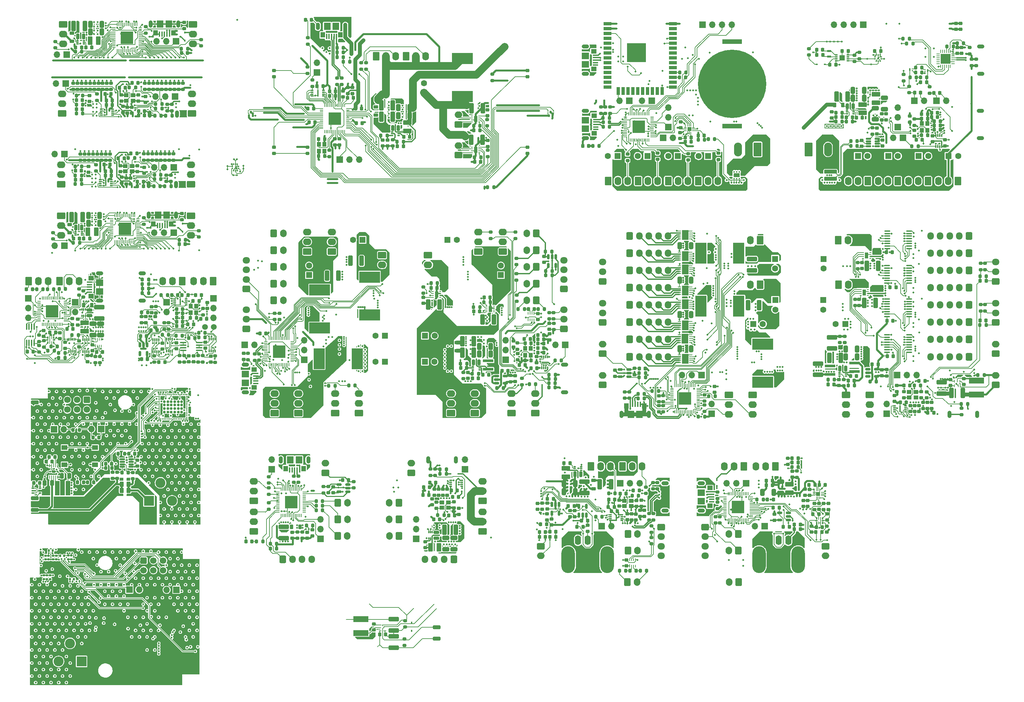
<source format=gtl>
G04 #@! TF.GenerationSoftware,KiCad,Pcbnew,(6.0.7)*
G04 #@! TF.CreationDate,2022-10-27T13:12:58+02:00*
G04 #@! TF.ProjectId,stencil,7374656e-6369-46c2-9e6b-696361645f70,rev?*
G04 #@! TF.SameCoordinates,Original*
G04 #@! TF.FileFunction,Copper,L1,Top*
G04 #@! TF.FilePolarity,Positive*
%FSLAX46Y46*%
G04 Gerber Fmt 4.6, Leading zero omitted, Abs format (unit mm)*
G04 Created by KiCad (PCBNEW (6.0.7)) date 2022-10-27 13:12:58*
%MOMM*%
%LPD*%
G01*
G04 APERTURE LIST*
G04 Aperture macros list*
%AMRoundRect*
0 Rectangle with rounded corners*
0 $1 Rounding radius*
0 $2 $3 $4 $5 $6 $7 $8 $9 X,Y pos of 4 corners*
0 Add a 4 corners polygon primitive as box body*
4,1,4,$2,$3,$4,$5,$6,$7,$8,$9,$2,$3,0*
0 Add four circle primitives for the rounded corners*
1,1,$1+$1,$2,$3*
1,1,$1+$1,$4,$5*
1,1,$1+$1,$6,$7*
1,1,$1+$1,$8,$9*
0 Add four rect primitives between the rounded corners*
20,1,$1+$1,$2,$3,$4,$5,0*
20,1,$1+$1,$4,$5,$6,$7,0*
20,1,$1+$1,$6,$7,$8,$9,0*
20,1,$1+$1,$8,$9,$2,$3,0*%
%AMFreePoly0*
4,1,17,0.485355,0.085355,0.500000,0.050000,0.500000,-0.050000,0.485355,-0.085355,0.450000,-0.100000,-0.300000,-0.100000,-0.300000,-0.250000,-0.314645,-0.285355,-0.350000,-0.300000,-0.450000,-0.300000,-0.485355,-0.285355,-0.500000,-0.250000,-0.500000,0.050000,-0.485355,0.085355,-0.450000,0.100000,0.450000,0.100000,0.485355,0.085355,0.485355,0.085355,$1*%
G04 Aperture macros list end*
G04 #@! TA.AperFunction,SMDPad,CuDef*
%ADD10RoundRect,0.140000X-0.140000X-0.170000X0.140000X-0.170000X0.140000X0.170000X-0.140000X0.170000X0*%
G04 #@! TD*
G04 #@! TA.AperFunction,SMDPad,CuDef*
%ADD11RoundRect,0.250000X-0.850000X0.375000X-0.850000X-0.375000X0.850000X-0.375000X0.850000X0.375000X0*%
G04 #@! TD*
G04 #@! TA.AperFunction,ComponentPad*
%ADD12RoundRect,0.250000X-0.845000X0.620000X-0.845000X-0.620000X0.845000X-0.620000X0.845000X0.620000X0*%
G04 #@! TD*
G04 #@! TA.AperFunction,ComponentPad*
%ADD13O,2.190000X1.740000*%
G04 #@! TD*
G04 #@! TA.AperFunction,ComponentPad*
%ADD14RoundRect,0.250000X0.845000X-0.620000X0.845000X0.620000X-0.845000X0.620000X-0.845000X-0.620000X0*%
G04 #@! TD*
G04 #@! TA.AperFunction,SMDPad,CuDef*
%ADD15RoundRect,0.225000X0.250000X-0.225000X0.250000X0.225000X-0.250000X0.225000X-0.250000X-0.225000X0*%
G04 #@! TD*
G04 #@! TA.AperFunction,SMDPad,CuDef*
%ADD16RoundRect,0.200000X0.275000X-0.200000X0.275000X0.200000X-0.275000X0.200000X-0.275000X-0.200000X0*%
G04 #@! TD*
G04 #@! TA.AperFunction,SMDPad,CuDef*
%ADD17RoundRect,0.225000X0.225000X0.250000X-0.225000X0.250000X-0.225000X-0.250000X0.225000X-0.250000X0*%
G04 #@! TD*
G04 #@! TA.AperFunction,SMDPad,CuDef*
%ADD18RoundRect,0.200000X-0.275000X0.200000X-0.275000X-0.200000X0.275000X-0.200000X0.275000X0.200000X0*%
G04 #@! TD*
G04 #@! TA.AperFunction,ComponentPad*
%ADD19R,1.600000X1.600000*%
G04 #@! TD*
G04 #@! TA.AperFunction,ComponentPad*
%ADD20C,1.600000*%
G04 #@! TD*
G04 #@! TA.AperFunction,ComponentPad*
%ADD21RoundRect,0.250000X-0.600000X-0.725000X0.600000X-0.725000X0.600000X0.725000X-0.600000X0.725000X0*%
G04 #@! TD*
G04 #@! TA.AperFunction,ComponentPad*
%ADD22O,1.700000X1.950000*%
G04 #@! TD*
G04 #@! TA.AperFunction,SMDPad,CuDef*
%ADD23RoundRect,0.200000X-0.200000X-0.275000X0.200000X-0.275000X0.200000X0.275000X-0.200000X0.275000X0*%
G04 #@! TD*
G04 #@! TA.AperFunction,SMDPad,CuDef*
%ADD24R,0.500000X0.250000*%
G04 #@! TD*
G04 #@! TA.AperFunction,SMDPad,CuDef*
%ADD25R,0.900000X1.600000*%
G04 #@! TD*
G04 #@! TA.AperFunction,SMDPad,CuDef*
%ADD26RoundRect,0.200000X0.200000X0.275000X-0.200000X0.275000X-0.200000X-0.275000X0.200000X-0.275000X0*%
G04 #@! TD*
G04 #@! TA.AperFunction,SMDPad,CuDef*
%ADD27RoundRect,0.225000X-0.225000X-0.250000X0.225000X-0.250000X0.225000X0.250000X-0.225000X0.250000X0*%
G04 #@! TD*
G04 #@! TA.AperFunction,SMDPad,CuDef*
%ADD28RoundRect,0.250000X0.325000X0.650000X-0.325000X0.650000X-0.325000X-0.650000X0.325000X-0.650000X0*%
G04 #@! TD*
G04 #@! TA.AperFunction,SMDPad,CuDef*
%ADD29RoundRect,0.225000X-0.250000X0.225000X-0.250000X-0.225000X0.250000X-0.225000X0.250000X0.225000X0*%
G04 #@! TD*
G04 #@! TA.AperFunction,SMDPad,CuDef*
%ADD30R,0.300000X0.750000*%
G04 #@! TD*
G04 #@! TA.AperFunction,SMDPad,CuDef*
%ADD31R,1.700000X0.300000*%
G04 #@! TD*
G04 #@! TA.AperFunction,SMDPad,CuDef*
%ADD32RoundRect,0.150000X0.512500X0.150000X-0.512500X0.150000X-0.512500X-0.150000X0.512500X-0.150000X0*%
G04 #@! TD*
G04 #@! TA.AperFunction,SMDPad,CuDef*
%ADD33RoundRect,0.250000X1.100000X-0.325000X1.100000X0.325000X-1.100000X0.325000X-1.100000X-0.325000X0*%
G04 #@! TD*
G04 #@! TA.AperFunction,SMDPad,CuDef*
%ADD34R,0.300000X0.800000*%
G04 #@! TD*
G04 #@! TA.AperFunction,SMDPad,CuDef*
%ADD35R,0.450000X0.600000*%
G04 #@! TD*
G04 #@! TA.AperFunction,SMDPad,CuDef*
%ADD36R,0.600000X0.450000*%
G04 #@! TD*
G04 #@! TA.AperFunction,SMDPad,CuDef*
%ADD37RoundRect,0.218750X0.218750X0.256250X-0.218750X0.256250X-0.218750X-0.256250X0.218750X-0.256250X0*%
G04 #@! TD*
G04 #@! TA.AperFunction,SMDPad,CuDef*
%ADD38RoundRect,0.050000X0.387500X0.050000X-0.387500X0.050000X-0.387500X-0.050000X0.387500X-0.050000X0*%
G04 #@! TD*
G04 #@! TA.AperFunction,SMDPad,CuDef*
%ADD39RoundRect,0.050000X0.050000X0.387500X-0.050000X0.387500X-0.050000X-0.387500X0.050000X-0.387500X0*%
G04 #@! TD*
G04 #@! TA.AperFunction,SMDPad,CuDef*
%ADD40R,3.200000X3.200000*%
G04 #@! TD*
G04 #@! TA.AperFunction,ComponentPad*
%ADD41RoundRect,0.250000X0.620000X0.845000X-0.620000X0.845000X-0.620000X-0.845000X0.620000X-0.845000X0*%
G04 #@! TD*
G04 #@! TA.AperFunction,ComponentPad*
%ADD42O,1.740000X2.190000*%
G04 #@! TD*
G04 #@! TA.AperFunction,ComponentPad*
%ADD43RoundRect,0.250000X0.725000X-0.600000X0.725000X0.600000X-0.725000X0.600000X-0.725000X-0.600000X0*%
G04 #@! TD*
G04 #@! TA.AperFunction,ComponentPad*
%ADD44O,1.950000X1.700000*%
G04 #@! TD*
G04 #@! TA.AperFunction,SMDPad,CuDef*
%ADD45R,0.330200X0.304800*%
G04 #@! TD*
G04 #@! TA.AperFunction,SMDPad,CuDef*
%ADD46R,0.304800X0.330200*%
G04 #@! TD*
G04 #@! TA.AperFunction,ComponentPad*
%ADD47R,1.700000X1.700000*%
G04 #@! TD*
G04 #@! TA.AperFunction,ComponentPad*
%ADD48O,1.700000X1.700000*%
G04 #@! TD*
G04 #@! TA.AperFunction,SMDPad,CuDef*
%ADD49R,4.000000X1.500000*%
G04 #@! TD*
G04 #@! TA.AperFunction,ComponentPad*
%ADD50RoundRect,0.250000X-0.620000X-0.845000X0.620000X-0.845000X0.620000X0.845000X-0.620000X0.845000X0*%
G04 #@! TD*
G04 #@! TA.AperFunction,SMDPad,CuDef*
%ADD51RoundRect,0.250000X-0.650000X0.325000X-0.650000X-0.325000X0.650000X-0.325000X0.650000X0.325000X0*%
G04 #@! TD*
G04 #@! TA.AperFunction,ComponentPad*
%ADD52RoundRect,0.250000X-0.600000X-0.750000X0.600000X-0.750000X0.600000X0.750000X-0.600000X0.750000X0*%
G04 #@! TD*
G04 #@! TA.AperFunction,ComponentPad*
%ADD53O,1.700000X2.000000*%
G04 #@! TD*
G04 #@! TA.AperFunction,ComponentPad*
%ADD54RoundRect,0.250000X-0.725000X0.600000X-0.725000X-0.600000X0.725000X-0.600000X0.725000X0.600000X0*%
G04 #@! TD*
G04 #@! TA.AperFunction,SMDPad,CuDef*
%ADD55RoundRect,0.050000X-0.300000X-0.050000X0.300000X-0.050000X0.300000X0.050000X-0.300000X0.050000X0*%
G04 #@! TD*
G04 #@! TA.AperFunction,SMDPad,CuDef*
%ADD56RoundRect,0.050000X-0.250000X-0.050000X0.250000X-0.050000X0.250000X0.050000X-0.250000X0.050000X0*%
G04 #@! TD*
G04 #@! TA.AperFunction,SMDPad,CuDef*
%ADD57FreePoly0,0.000000*%
G04 #@! TD*
G04 #@! TA.AperFunction,SMDPad,CuDef*
%ADD58RoundRect,0.200000X-0.525000X0.200000X-0.525000X-0.200000X0.525000X-0.200000X0.525000X0.200000X0*%
G04 #@! TD*
G04 #@! TA.AperFunction,SMDPad,CuDef*
%ADD59RoundRect,0.075000X-0.075000X0.225000X-0.075000X-0.225000X0.075000X-0.225000X0.075000X0.225000X0*%
G04 #@! TD*
G04 #@! TA.AperFunction,SMDPad,CuDef*
%ADD60RoundRect,0.075000X-0.787500X0.075000X-0.787500X-0.075000X0.787500X-0.075000X0.787500X0.075000X0*%
G04 #@! TD*
G04 #@! TA.AperFunction,SMDPad,CuDef*
%ADD61RoundRect,0.218750X-0.256250X0.218750X-0.256250X-0.218750X0.256250X-0.218750X0.256250X0.218750X0*%
G04 #@! TD*
G04 #@! TA.AperFunction,SMDPad,CuDef*
%ADD62RoundRect,0.218750X-0.381250X0.218750X-0.381250X-0.218750X0.381250X-0.218750X0.381250X0.218750X0*%
G04 #@! TD*
G04 #@! TA.AperFunction,SMDPad,CuDef*
%ADD63RoundRect,0.062500X0.350000X0.062500X-0.350000X0.062500X-0.350000X-0.062500X0.350000X-0.062500X0*%
G04 #@! TD*
G04 #@! TA.AperFunction,SMDPad,CuDef*
%ADD64R,1.700000X2.500000*%
G04 #@! TD*
G04 #@! TA.AperFunction,SMDPad,CuDef*
%ADD65RoundRect,0.250000X-0.325000X-0.650000X0.325000X-0.650000X0.325000X0.650000X-0.325000X0.650000X0*%
G04 #@! TD*
G04 #@! TA.AperFunction,SMDPad,CuDef*
%ADD66RoundRect,0.140000X-0.170000X0.140000X-0.170000X-0.140000X0.170000X-0.140000X0.170000X0.140000X0*%
G04 #@! TD*
G04 #@! TA.AperFunction,SMDPad,CuDef*
%ADD67RoundRect,0.250000X0.325000X1.100000X-0.325000X1.100000X-0.325000X-1.100000X0.325000X-1.100000X0*%
G04 #@! TD*
G04 #@! TA.AperFunction,SMDPad,CuDef*
%ADD68R,5.080000X1.270000*%
G04 #@! TD*
G04 #@! TA.AperFunction,SMDPad,CuDef*
%ADD69C,17.800000*%
G04 #@! TD*
G04 #@! TA.AperFunction,SMDPad,CuDef*
%ADD70R,2.700000X0.800000*%
G04 #@! TD*
G04 #@! TA.AperFunction,SMDPad,CuDef*
%ADD71RoundRect,0.125000X0.537500X0.125000X-0.537500X0.125000X-0.537500X-0.125000X0.537500X-0.125000X0*%
G04 #@! TD*
G04 #@! TA.AperFunction,SMDPad,CuDef*
%ADD72R,0.750000X0.300000*%
G04 #@! TD*
G04 #@! TA.AperFunction,SMDPad,CuDef*
%ADD73R,0.300000X1.700000*%
G04 #@! TD*
G04 #@! TA.AperFunction,ComponentPad*
%ADD74RoundRect,0.250000X0.750000X-0.600000X0.750000X0.600000X-0.750000X0.600000X-0.750000X-0.600000X0*%
G04 #@! TD*
G04 #@! TA.AperFunction,ComponentPad*
%ADD75O,2.000000X1.700000*%
G04 #@! TD*
G04 #@! TA.AperFunction,SMDPad,CuDef*
%ADD76RoundRect,0.218750X0.381250X-0.218750X0.381250X0.218750X-0.381250X0.218750X-0.381250X-0.218750X0*%
G04 #@! TD*
G04 #@! TA.AperFunction,SMDPad,CuDef*
%ADD77R,1.000000X1.150000*%
G04 #@! TD*
G04 #@! TA.AperFunction,SMDPad,CuDef*
%ADD78R,0.650000X0.400000*%
G04 #@! TD*
G04 #@! TA.AperFunction,SMDPad,CuDef*
%ADD79RoundRect,0.250000X-1.100000X0.325000X-1.100000X-0.325000X1.100000X-0.325000X1.100000X0.325000X0*%
G04 #@! TD*
G04 #@! TA.AperFunction,SMDPad,CuDef*
%ADD80RoundRect,0.100000X0.637500X0.100000X-0.637500X0.100000X-0.637500X-0.100000X0.637500X-0.100000X0*%
G04 #@! TD*
G04 #@! TA.AperFunction,SMDPad,CuDef*
%ADD81RoundRect,0.062500X0.062500X0.350000X-0.062500X0.350000X-0.062500X-0.350000X0.062500X-0.350000X0*%
G04 #@! TD*
G04 #@! TA.AperFunction,SMDPad,CuDef*
%ADD82R,2.600000X2.600000*%
G04 #@! TD*
G04 #@! TA.AperFunction,SMDPad,CuDef*
%ADD83RoundRect,0.125000X-0.125000X-0.125000X0.125000X-0.125000X0.125000X0.125000X-0.125000X0.125000X0*%
G04 #@! TD*
G04 #@! TA.AperFunction,SMDPad,CuDef*
%ADD84R,1.400000X0.400000*%
G04 #@! TD*
G04 #@! TA.AperFunction,SMDPad,CuDef*
%ADD85R,1.450000X1.150000*%
G04 #@! TD*
G04 #@! TA.AperFunction,SMDPad,CuDef*
%ADD86R,1.900000X1.750000*%
G04 #@! TD*
G04 #@! TA.AperFunction,ComponentPad*
%ADD87O,1.900000X1.050000*%
G04 #@! TD*
G04 #@! TA.AperFunction,SMDPad,CuDef*
%ADD88RoundRect,0.250000X-0.750000X-0.250000X0.750000X-0.250000X0.750000X0.250000X-0.750000X0.250000X0*%
G04 #@! TD*
G04 #@! TA.AperFunction,SMDPad,CuDef*
%ADD89RoundRect,0.200000X0.200000X0.525000X-0.200000X0.525000X-0.200000X-0.525000X0.200000X-0.525000X0*%
G04 #@! TD*
G04 #@! TA.AperFunction,SMDPad,CuDef*
%ADD90RoundRect,0.075000X0.225000X0.075000X-0.225000X0.075000X-0.225000X-0.075000X0.225000X-0.075000X0*%
G04 #@! TD*
G04 #@! TA.AperFunction,SMDPad,CuDef*
%ADD91RoundRect,0.075000X0.075000X0.787500X-0.075000X0.787500X-0.075000X-0.787500X0.075000X-0.787500X0*%
G04 #@! TD*
G04 #@! TA.AperFunction,SMDPad,CuDef*
%ADD92RoundRect,0.250000X-0.325000X-1.100000X0.325000X-1.100000X0.325000X1.100000X-0.325000X1.100000X0*%
G04 #@! TD*
G04 #@! TA.AperFunction,SMDPad,CuDef*
%ADD93RoundRect,0.218750X0.256250X-0.218750X0.256250X0.218750X-0.256250X0.218750X-0.256250X-0.218750X0*%
G04 #@! TD*
G04 #@! TA.AperFunction,SMDPad,CuDef*
%ADD94RoundRect,0.250000X-0.375000X-0.850000X0.375000X-0.850000X0.375000X0.850000X-0.375000X0.850000X0*%
G04 #@! TD*
G04 #@! TA.AperFunction,SMDPad,CuDef*
%ADD95RoundRect,0.135000X0.135000X0.185000X-0.135000X0.185000X-0.135000X-0.185000X0.135000X-0.185000X0*%
G04 #@! TD*
G04 #@! TA.AperFunction,SMDPad,CuDef*
%ADD96RoundRect,0.250000X0.650000X-0.325000X0.650000X0.325000X-0.650000X0.325000X-0.650000X-0.325000X0*%
G04 #@! TD*
G04 #@! TA.AperFunction,SMDPad,CuDef*
%ADD97R,1.360000X1.460000*%
G04 #@! TD*
G04 #@! TA.AperFunction,SMDPad,CuDef*
%ADD98R,2.900000X5.400000*%
G04 #@! TD*
G04 #@! TA.AperFunction,SMDPad,CuDef*
%ADD99RoundRect,0.050000X-0.387500X-0.050000X0.387500X-0.050000X0.387500X0.050000X-0.387500X0.050000X0*%
G04 #@! TD*
G04 #@! TA.AperFunction,SMDPad,CuDef*
%ADD100RoundRect,0.050000X-0.050000X-0.387500X0.050000X-0.387500X0.050000X0.387500X-0.050000X0.387500X0*%
G04 #@! TD*
G04 #@! TA.AperFunction,SMDPad,CuDef*
%ADD101RoundRect,0.200000X-0.200000X-0.525000X0.200000X-0.525000X0.200000X0.525000X-0.200000X0.525000X0*%
G04 #@! TD*
G04 #@! TA.AperFunction,SMDPad,CuDef*
%ADD102RoundRect,0.075000X-0.225000X-0.075000X0.225000X-0.075000X0.225000X0.075000X-0.225000X0.075000X0*%
G04 #@! TD*
G04 #@! TA.AperFunction,SMDPad,CuDef*
%ADD103RoundRect,0.075000X-0.075000X-0.787500X0.075000X-0.787500X0.075000X0.787500X-0.075000X0.787500X0*%
G04 #@! TD*
G04 #@! TA.AperFunction,SMDPad,CuDef*
%ADD104RoundRect,0.150000X-0.512500X-0.150000X0.512500X-0.150000X0.512500X0.150000X-0.512500X0.150000X0*%
G04 #@! TD*
G04 #@! TA.AperFunction,SMDPad,CuDef*
%ADD105R,1.150000X1.000000*%
G04 #@! TD*
G04 #@! TA.AperFunction,SMDPad,CuDef*
%ADD106RoundRect,0.150000X-0.150000X0.512500X-0.150000X-0.512500X0.150000X-0.512500X0.150000X0.512500X0*%
G04 #@! TD*
G04 #@! TA.AperFunction,SMDPad,CuDef*
%ADD107RoundRect,0.218750X0.218750X0.381250X-0.218750X0.381250X-0.218750X-0.381250X0.218750X-0.381250X0*%
G04 #@! TD*
G04 #@! TA.AperFunction,SMDPad,CuDef*
%ADD108RoundRect,0.218750X-0.218750X-0.256250X0.218750X-0.256250X0.218750X0.256250X-0.218750X0.256250X0*%
G04 #@! TD*
G04 #@! TA.AperFunction,ComponentPad*
%ADD109R,2.600000X2.600000*%
G04 #@! TD*
G04 #@! TA.AperFunction,ComponentPad*
%ADD110C,2.600000*%
G04 #@! TD*
G04 #@! TA.AperFunction,SMDPad,CuDef*
%ADD111RoundRect,0.140000X0.170000X-0.140000X0.170000X0.140000X-0.170000X0.140000X-0.170000X-0.140000X0*%
G04 #@! TD*
G04 #@! TA.AperFunction,SMDPad,CuDef*
%ADD112C,1.500000*%
G04 #@! TD*
G04 #@! TA.AperFunction,ComponentPad*
%ADD113RoundRect,0.250000X-0.750000X0.600000X-0.750000X-0.600000X0.750000X-0.600000X0.750000X0.600000X0*%
G04 #@! TD*
G04 #@! TA.AperFunction,SMDPad,CuDef*
%ADD114RoundRect,0.250000X0.450000X-0.262500X0.450000X0.262500X-0.450000X0.262500X-0.450000X-0.262500X0*%
G04 #@! TD*
G04 #@! TA.AperFunction,SMDPad,CuDef*
%ADD115RoundRect,0.250000X0.850000X-0.375000X0.850000X0.375000X-0.850000X0.375000X-0.850000X-0.375000X0*%
G04 #@! TD*
G04 #@! TA.AperFunction,SMDPad,CuDef*
%ADD116R,5.400000X2.900000*%
G04 #@! TD*
G04 #@! TA.AperFunction,SMDPad,CuDef*
%ADD117O,0.200000X0.700000*%
G04 #@! TD*
G04 #@! TA.AperFunction,SMDPad,CuDef*
%ADD118O,0.700000X0.200000*%
G04 #@! TD*
G04 #@! TA.AperFunction,SMDPad,CuDef*
%ADD119R,1.000000X1.000000*%
G04 #@! TD*
G04 #@! TA.AperFunction,SMDPad,CuDef*
%ADD120R,0.400000X1.400000*%
G04 #@! TD*
G04 #@! TA.AperFunction,ComponentPad*
%ADD121O,1.050000X1.900000*%
G04 #@! TD*
G04 #@! TA.AperFunction,SMDPad,CuDef*
%ADD122R,1.150000X1.450000*%
G04 #@! TD*
G04 #@! TA.AperFunction,SMDPad,CuDef*
%ADD123R,1.750000X1.900000*%
G04 #@! TD*
G04 #@! TA.AperFunction,SMDPad,CuDef*
%ADD124R,1.200000X3.700000*%
G04 #@! TD*
G04 #@! TA.AperFunction,SMDPad,CuDef*
%ADD125RoundRect,0.062500X-0.062500X0.237500X-0.062500X-0.237500X0.062500X-0.237500X0.062500X0.237500X0*%
G04 #@! TD*
G04 #@! TA.AperFunction,SMDPad,CuDef*
%ADD126RoundRect,0.087500X-0.212500X0.087500X-0.212500X-0.087500X0.212500X-0.087500X0.212500X0.087500X0*%
G04 #@! TD*
G04 #@! TA.AperFunction,SMDPad,CuDef*
%ADD127RoundRect,0.100000X0.100000X-0.712500X0.100000X0.712500X-0.100000X0.712500X-0.100000X-0.712500X0*%
G04 #@! TD*
G04 #@! TA.AperFunction,SMDPad,CuDef*
%ADD128RoundRect,0.055000X-0.145000X-0.055000X0.145000X-0.055000X0.145000X0.055000X-0.145000X0.055000X0*%
G04 #@! TD*
G04 #@! TA.AperFunction,SMDPad,CuDef*
%ADD129RoundRect,0.137500X-0.137500X-0.237500X0.137500X-0.237500X0.137500X0.237500X-0.137500X0.237500X0*%
G04 #@! TD*
G04 #@! TA.AperFunction,SMDPad,CuDef*
%ADD130RoundRect,0.100000X-0.712500X-0.100000X0.712500X-0.100000X0.712500X0.100000X-0.712500X0.100000X0*%
G04 #@! TD*
G04 #@! TA.AperFunction,ComponentPad*
%ADD131O,1.600000X2.500000*%
G04 #@! TD*
G04 #@! TA.AperFunction,ComponentPad*
%ADD132O,3.500000X7.000000*%
G04 #@! TD*
G04 #@! TA.AperFunction,SMDPad,CuDef*
%ADD133RoundRect,0.075000X0.075000X-0.225000X0.075000X0.225000X-0.075000X0.225000X-0.075000X-0.225000X0*%
G04 #@! TD*
G04 #@! TA.AperFunction,SMDPad,CuDef*
%ADD134RoundRect,0.062500X0.062500X-0.237500X0.062500X0.237500X-0.062500X0.237500X-0.062500X-0.237500X0*%
G04 #@! TD*
G04 #@! TA.AperFunction,SMDPad,CuDef*
%ADD135RoundRect,0.087500X0.212500X-0.087500X0.212500X0.087500X-0.212500X0.087500X-0.212500X-0.087500X0*%
G04 #@! TD*
G04 #@! TA.AperFunction,SMDPad,CuDef*
%ADD136RoundRect,0.050000X-0.050000X0.300000X-0.050000X-0.300000X0.050000X-0.300000X0.050000X0.300000X0*%
G04 #@! TD*
G04 #@! TA.AperFunction,SMDPad,CuDef*
%ADD137RoundRect,0.050000X-0.050000X0.250000X-0.050000X-0.250000X0.050000X-0.250000X0.050000X0.250000X0*%
G04 #@! TD*
G04 #@! TA.AperFunction,SMDPad,CuDef*
%ADD138FreePoly0,270.000000*%
G04 #@! TD*
G04 #@! TA.AperFunction,SMDPad,CuDef*
%ADD139R,2.000000X0.900000*%
G04 #@! TD*
G04 #@! TA.AperFunction,SMDPad,CuDef*
%ADD140R,0.900000X2.000000*%
G04 #@! TD*
G04 #@! TA.AperFunction,SMDPad,CuDef*
%ADD141R,5.000000X5.000000*%
G04 #@! TD*
G04 #@! TA.AperFunction,SMDPad,CuDef*
%ADD142RoundRect,0.062500X0.062500X-0.337500X0.062500X0.337500X-0.062500X0.337500X-0.062500X-0.337500X0*%
G04 #@! TD*
G04 #@! TA.AperFunction,SMDPad,CuDef*
%ADD143RoundRect,0.062500X0.062500X-0.287500X0.062500X0.287500X-0.062500X0.287500X-0.062500X-0.287500X0*%
G04 #@! TD*
G04 #@! TA.AperFunction,SMDPad,CuDef*
%ADD144RoundRect,0.050000X0.050000X-0.387500X0.050000X0.387500X-0.050000X0.387500X-0.050000X-0.387500X0*%
G04 #@! TD*
G04 #@! TA.AperFunction,SMDPad,CuDef*
%ADD145RoundRect,0.050000X0.387500X-0.050000X0.387500X0.050000X-0.387500X0.050000X-0.387500X-0.050000X0*%
G04 #@! TD*
G04 #@! TA.AperFunction,ComponentPad*
%ADD146RoundRect,0.250000X0.600000X0.750000X-0.600000X0.750000X-0.600000X-0.750000X0.600000X-0.750000X0*%
G04 #@! TD*
G04 #@! TA.AperFunction,ComponentPad*
%ADD147RoundRect,0.249999X0.790001X1.550001X-0.790001X1.550001X-0.790001X-1.550001X0.790001X-1.550001X0*%
G04 #@! TD*
G04 #@! TA.AperFunction,ComponentPad*
%ADD148O,2.080000X3.600000*%
G04 #@! TD*
G04 #@! TA.AperFunction,SMDPad,CuDef*
%ADD149RoundRect,0.250000X-0.262500X-0.450000X0.262500X-0.450000X0.262500X0.450000X-0.262500X0.450000X0*%
G04 #@! TD*
G04 #@! TA.AperFunction,SMDPad,CuDef*
%ADD150RoundRect,0.250000X0.250000X0.475000X-0.250000X0.475000X-0.250000X-0.475000X0.250000X-0.475000X0*%
G04 #@! TD*
G04 #@! TA.AperFunction,SMDPad,CuDef*
%ADD151RoundRect,0.087500X-0.087500X0.087500X-0.087500X-0.087500X0.087500X-0.087500X0.087500X0.087500X0*%
G04 #@! TD*
G04 #@! TA.AperFunction,SMDPad,CuDef*
%ADD152RoundRect,0.075000X-0.075000X0.100000X-0.075000X-0.100000X0.075000X-0.100000X0.075000X0.100000X0*%
G04 #@! TD*
G04 #@! TA.AperFunction,SMDPad,CuDef*
%ADD153RoundRect,0.075000X-0.100000X-0.075000X0.100000X-0.075000X0.100000X0.075000X-0.100000X0.075000X0*%
G04 #@! TD*
G04 #@! TA.AperFunction,SMDPad,CuDef*
%ADD154RoundRect,0.075000X0.075000X-0.100000X0.075000X0.100000X-0.075000X0.100000X-0.075000X-0.100000X0*%
G04 #@! TD*
G04 #@! TA.AperFunction,SMDPad,CuDef*
%ADD155RoundRect,0.075000X0.100000X0.075000X-0.100000X0.075000X-0.100000X-0.075000X0.100000X-0.075000X0*%
G04 #@! TD*
G04 #@! TA.AperFunction,SMDPad,CuDef*
%ADD156RoundRect,0.150000X0.150000X0.150000X-0.150000X0.150000X-0.150000X-0.150000X0.150000X-0.150000X0*%
G04 #@! TD*
G04 #@! TA.AperFunction,SMDPad,CuDef*
%ADD157RoundRect,0.107500X0.107500X0.107500X-0.107500X0.107500X-0.107500X-0.107500X0.107500X-0.107500X0*%
G04 #@! TD*
G04 #@! TA.AperFunction,SMDPad,CuDef*
%ADD158RoundRect,0.050000X-0.050000X0.387500X-0.050000X-0.387500X0.050000X-0.387500X0.050000X0.387500X0*%
G04 #@! TD*
G04 #@! TA.AperFunction,SMDPad,CuDef*
%ADD159RoundRect,0.050000X-0.387500X0.050000X-0.387500X-0.050000X0.387500X-0.050000X0.387500X0.050000X0*%
G04 #@! TD*
G04 #@! TA.AperFunction,SMDPad,CuDef*
%ADD160R,1.550000X1.300000*%
G04 #@! TD*
G04 #@! TA.AperFunction,SMDPad,CuDef*
%ADD161RoundRect,0.140000X0.140000X0.170000X-0.140000X0.170000X-0.140000X-0.170000X0.140000X-0.170000X0*%
G04 #@! TD*
G04 #@! TA.AperFunction,SMDPad,CuDef*
%ADD162RoundRect,0.062500X-0.062500X0.337500X-0.062500X-0.337500X0.062500X-0.337500X0.062500X0.337500X0*%
G04 #@! TD*
G04 #@! TA.AperFunction,SMDPad,CuDef*
%ADD163RoundRect,0.062500X-0.062500X0.287500X-0.062500X-0.287500X0.062500X-0.287500X0.062500X0.287500X0*%
G04 #@! TD*
G04 #@! TA.AperFunction,SMDPad,CuDef*
%ADD164RoundRect,0.062500X-0.062500X0.350000X-0.062500X-0.350000X0.062500X-0.350000X0.062500X0.350000X0*%
G04 #@! TD*
G04 #@! TA.AperFunction,SMDPad,CuDef*
%ADD165RoundRect,0.155000X-0.335000X0.155000X-0.335000X-0.155000X0.335000X-0.155000X0.335000X0.155000X0*%
G04 #@! TD*
G04 #@! TA.AperFunction,SMDPad,CuDef*
%ADD166R,0.400000X0.250000*%
G04 #@! TD*
G04 #@! TA.AperFunction,SMDPad,CuDef*
%ADD167R,0.400000X0.700000*%
G04 #@! TD*
G04 #@! TA.AperFunction,SMDPad,CuDef*
%ADD168RoundRect,0.147500X-0.147500X-0.172500X0.147500X-0.172500X0.147500X0.172500X-0.147500X0.172500X0*%
G04 #@! TD*
G04 #@! TA.AperFunction,SMDPad,CuDef*
%ADD169RoundRect,0.150000X0.150000X-0.512500X0.150000X0.512500X-0.150000X0.512500X-0.150000X-0.512500X0*%
G04 #@! TD*
G04 #@! TA.AperFunction,SMDPad,CuDef*
%ADD170RoundRect,0.093750X-0.106250X0.093750X-0.106250X-0.093750X0.106250X-0.093750X0.106250X0.093750X0*%
G04 #@! TD*
G04 #@! TA.AperFunction,SMDPad,CuDef*
%ADD171R,1.600000X1.000000*%
G04 #@! TD*
G04 #@! TA.AperFunction,SMDPad,CuDef*
%ADD172R,1.100000X0.600000*%
G04 #@! TD*
G04 #@! TA.AperFunction,ComponentPad*
%ADD173RoundRect,0.250000X-0.600000X0.600000X-0.600000X-0.600000X0.600000X-0.600000X0.600000X0.600000X0*%
G04 #@! TD*
G04 #@! TA.AperFunction,ComponentPad*
%ADD174C,1.700000*%
G04 #@! TD*
G04 #@! TA.AperFunction,ComponentPad*
%ADD175RoundRect,0.250000X0.600000X0.725000X-0.600000X0.725000X-0.600000X-0.725000X0.600000X-0.725000X0*%
G04 #@! TD*
G04 #@! TA.AperFunction,ComponentPad*
%ADD176RoundRect,0.249999X-0.790001X-1.550001X0.790001X-1.550001X0.790001X1.550001X-0.790001X1.550001X0*%
G04 #@! TD*
G04 #@! TA.AperFunction,ViaPad*
%ADD177C,0.500000*%
G04 #@! TD*
G04 #@! TA.AperFunction,Conductor*
%ADD178C,0.127000*%
G04 #@! TD*
G04 #@! TA.AperFunction,Conductor*
%ADD179C,0.300000*%
G04 #@! TD*
G04 #@! TA.AperFunction,Conductor*
%ADD180C,0.200000*%
G04 #@! TD*
G04 #@! TA.AperFunction,Conductor*
%ADD181C,0.500000*%
G04 #@! TD*
G04 #@! TA.AperFunction,Conductor*
%ADD182C,1.000000*%
G04 #@! TD*
G04 #@! TA.AperFunction,Conductor*
%ADD183C,2.000000*%
G04 #@! TD*
G04 #@! TA.AperFunction,Conductor*
%ADD184C,0.250000*%
G04 #@! TD*
G04 APERTURE END LIST*
D10*
X130189778Y-80148468D03*
X131149778Y-80148468D03*
D11*
X87383810Y-134085000D03*
X87383810Y-136235000D03*
D12*
X255001310Y-152870000D03*
D13*
X255001310Y-155410000D03*
X255001310Y-157950000D03*
D14*
X143016310Y-157602500D03*
D13*
X143016310Y-155062500D03*
X143016310Y-152522500D03*
D15*
X304501310Y-157185000D03*
X304501310Y-155635000D03*
D16*
X319401310Y-67045000D03*
X319401310Y-65395000D03*
D17*
X309351310Y-79320000D03*
X307801310Y-79320000D03*
D18*
X87701310Y-71635000D03*
X87701310Y-73285000D03*
D19*
X226052380Y-90620000D03*
D20*
X223552380Y-90620000D03*
D21*
X229221310Y-142910000D03*
D22*
X231721310Y-142910000D03*
X234221310Y-142910000D03*
X236721310Y-142910000D03*
X239221310Y-142910000D03*
D18*
X94651310Y-172985000D03*
X94651310Y-174635000D03*
X95851310Y-172985000D03*
X95851310Y-174635000D03*
D14*
X81571310Y-79550000D03*
D13*
X81571310Y-77010000D03*
X81571310Y-74470000D03*
D23*
X85251310Y-77260000D03*
X86901310Y-77260000D03*
D24*
X289301310Y-125410000D03*
X289301310Y-125910000D03*
X289301310Y-126410000D03*
X289301310Y-126910000D03*
X291201310Y-126910000D03*
X291201310Y-126410000D03*
X291201310Y-125910000D03*
X291201310Y-125410000D03*
D25*
X290251310Y-126160000D03*
D15*
X276070000Y-179007500D03*
X276070000Y-177457500D03*
D26*
X243895000Y-68820000D03*
X242245000Y-68820000D03*
D27*
X188301310Y-148512500D03*
X189851310Y-148512500D03*
D28*
X245246310Y-140810000D03*
X242296310Y-140810000D03*
D18*
X108277560Y-90045000D03*
X108277560Y-91695000D03*
X170801310Y-211665000D03*
X170801310Y-213315000D03*
D23*
X188251310Y-147362500D03*
X189901310Y-147362500D03*
D27*
X281326310Y-66870000D03*
X282876310Y-66870000D03*
D18*
X85983810Y-125235000D03*
X85983810Y-126885000D03*
D16*
X248671310Y-157135000D03*
X248671310Y-155485000D03*
D24*
X190087278Y-89798468D03*
X190087278Y-89298468D03*
X190087278Y-88798468D03*
X190087278Y-88298468D03*
X188187278Y-88298468D03*
X188187278Y-88798468D03*
X188187278Y-89298468D03*
X188187278Y-89798468D03*
D25*
X189137278Y-89048468D03*
D29*
X308076310Y-85345000D03*
X308076310Y-86895000D03*
D23*
X209801310Y-143862500D03*
X211451310Y-143862500D03*
D30*
X206401310Y-145812500D03*
X206901310Y-145812500D03*
X207401310Y-145812500D03*
X207901310Y-145812500D03*
X207901310Y-142912500D03*
X207401310Y-142912500D03*
X206901310Y-142912500D03*
X206401310Y-142912500D03*
D31*
X207151310Y-144362500D03*
D32*
X155872560Y-178095000D03*
X155872560Y-177145000D03*
X155872560Y-176195000D03*
X153597560Y-176195000D03*
X153597560Y-178095000D03*
D33*
X91183810Y-132935000D03*
X91183810Y-129985000D03*
D34*
X83380238Y-141485000D03*
X83880238Y-141485000D03*
X84380238Y-141485000D03*
X84880238Y-141485000D03*
X84880238Y-138385000D03*
X84380238Y-138385000D03*
X83880238Y-138385000D03*
X83380238Y-138385000D03*
D35*
X112927560Y-108260000D03*
X112927560Y-110360000D03*
D23*
X185201310Y-144762500D03*
X186851310Y-144762500D03*
D17*
X86552560Y-94470000D03*
X85002560Y-94470000D03*
D36*
X233221310Y-149860000D03*
X231121310Y-149860000D03*
D18*
X235361310Y-183795000D03*
X235361310Y-185445000D03*
D17*
X197551310Y-146562500D03*
X196001310Y-146562500D03*
D23*
X194701310Y-151062500D03*
X196351310Y-151062500D03*
D26*
X110176310Y-80110000D03*
X108526310Y-80110000D03*
D37*
X210023810Y-189820000D03*
X208448810Y-189820000D03*
D15*
X229736310Y-185420000D03*
X229736310Y-183870000D03*
D19*
X233852380Y-90620000D03*
D20*
X231352380Y-90620000D03*
D38*
X247058810Y-156410000D03*
X247058810Y-156010000D03*
X247058810Y-155610000D03*
X247058810Y-155210000D03*
X247058810Y-154810000D03*
X247058810Y-154410000D03*
X247058810Y-154010000D03*
X247058810Y-153610000D03*
X247058810Y-153210000D03*
X247058810Y-152810000D03*
X247058810Y-152410000D03*
X247058810Y-152010000D03*
X247058810Y-151610000D03*
X247058810Y-151210000D03*
D39*
X246221310Y-150372500D03*
X245821310Y-150372500D03*
X245421310Y-150372500D03*
X245021310Y-150372500D03*
X244621310Y-150372500D03*
X244221310Y-150372500D03*
X243821310Y-150372500D03*
X243421310Y-150372500D03*
X243021310Y-150372500D03*
X242621310Y-150372500D03*
X242221310Y-150372500D03*
X241821310Y-150372500D03*
X241421310Y-150372500D03*
X241021310Y-150372500D03*
D38*
X240183810Y-151210000D03*
X240183810Y-151610000D03*
X240183810Y-152010000D03*
X240183810Y-152410000D03*
X240183810Y-152810000D03*
X240183810Y-153210000D03*
X240183810Y-153610000D03*
X240183810Y-154010000D03*
X240183810Y-154410000D03*
X240183810Y-154810000D03*
X240183810Y-155210000D03*
X240183810Y-155610000D03*
X240183810Y-156010000D03*
X240183810Y-156410000D03*
D39*
X241021310Y-157247500D03*
X241421310Y-157247500D03*
X241821310Y-157247500D03*
X242221310Y-157247500D03*
X242621310Y-157247500D03*
X243021310Y-157247500D03*
X243421310Y-157247500D03*
X243821310Y-157247500D03*
X244221310Y-157247500D03*
X244621310Y-157247500D03*
X245021310Y-157247500D03*
X245421310Y-157247500D03*
X245821310Y-157247500D03*
X246221310Y-157247500D03*
D40*
X243621310Y-153810000D03*
D41*
X112828933Y-123180000D03*
D42*
X110288933Y-123180000D03*
X107748933Y-123180000D03*
D18*
X112951310Y-71635000D03*
X112951310Y-73285000D03*
D17*
X119178933Y-133060000D03*
X117628933Y-133060000D03*
D23*
X208251310Y-148662500D03*
X209901310Y-148662500D03*
D16*
X145369778Y-89973468D03*
X145369778Y-88323468D03*
D43*
X222221310Y-134010000D03*
D44*
X222221310Y-131510000D03*
X222221310Y-129010000D03*
D45*
X125815509Y-93319037D03*
X125815509Y-93819163D03*
D46*
X126150284Y-94404001D03*
X126650410Y-94404001D03*
X127150536Y-94404001D03*
D45*
X127485311Y-93819163D03*
X127485311Y-93319037D03*
D46*
X127150536Y-92734199D03*
X126650410Y-92734199D03*
X126150284Y-92734199D03*
D23*
X208201310Y-150912500D03*
X209851310Y-150912500D03*
D17*
X206876310Y-141812500D03*
X205326310Y-141812500D03*
D34*
X110207505Y-138313572D03*
X109707505Y-138313572D03*
X109207505Y-138313572D03*
X108707505Y-138313572D03*
X108707505Y-141413572D03*
X109207505Y-141413572D03*
X109707505Y-141413572D03*
X110207505Y-141413572D03*
D16*
X145369778Y-69073468D03*
X145369778Y-67423468D03*
D21*
X229221310Y-111410000D03*
D22*
X231721310Y-111410000D03*
X234221310Y-111410000D03*
X236721310Y-111410000D03*
X239221310Y-111410000D03*
D47*
X153744778Y-91548468D03*
D48*
X156284778Y-91548468D03*
X158824778Y-91548468D03*
D18*
X320601310Y-129335000D03*
X320601310Y-130985000D03*
X160669778Y-66323468D03*
X160669778Y-67973468D03*
D47*
X72758810Y-127735000D03*
D48*
X72758810Y-130275000D03*
X72758810Y-132815000D03*
D49*
X159301310Y-214890000D03*
X159301310Y-211290000D03*
D50*
X247070000Y-97120000D03*
D42*
X249610000Y-97120000D03*
X252150000Y-97120000D03*
D51*
X89583810Y-134285000D03*
X89583810Y-137235000D03*
D16*
X109827560Y-97245000D03*
X109827560Y-95595000D03*
D18*
X208276310Y-131387500D03*
X208276310Y-133037500D03*
D27*
X111353933Y-130460000D03*
X112903933Y-130460000D03*
D43*
X222221310Y-123260000D03*
D44*
X222221310Y-120760000D03*
X222221310Y-118260000D03*
D17*
X190444778Y-92148468D03*
X188894778Y-92148468D03*
D52*
X136616310Y-110812500D03*
D53*
X139116310Y-110812500D03*
D54*
X248870000Y-187270000D03*
D44*
X248870000Y-189770000D03*
X248870000Y-192270000D03*
X248870000Y-194770000D03*
D26*
X207051310Y-130462500D03*
X205401310Y-130462500D03*
D55*
X164280310Y-212827000D03*
D56*
X164230310Y-213477000D03*
D55*
X164280310Y-214277000D03*
D56*
X165530310Y-214277000D03*
X165530310Y-213252000D03*
D57*
X165330310Y-212752000D03*
D27*
X112606310Y-63760000D03*
X114156310Y-63760000D03*
D26*
X190251310Y-129962500D03*
X188601310Y-129962500D03*
D23*
X85251310Y-74910000D03*
X86901310Y-74910000D03*
D17*
X306751310Y-85220000D03*
X305201310Y-85220000D03*
D58*
X178898810Y-188700000D03*
D59*
X177848810Y-188600000D03*
X177398810Y-188600000D03*
X176948810Y-188600000D03*
X176948810Y-190300000D03*
X177398810Y-190300000D03*
X177848810Y-190300000D03*
D58*
X178898810Y-190200000D03*
D60*
X179036310Y-189450000D03*
D27*
X182136310Y-184300000D03*
X183686310Y-184300000D03*
D18*
X107451310Y-71635000D03*
X107451310Y-73285000D03*
D61*
X295901310Y-79632500D03*
X295901310Y-81207500D03*
D62*
X83527560Y-108447500D03*
X83527560Y-110572500D03*
D29*
X205261310Y-181107500D03*
X205261310Y-182657500D03*
D17*
X273045000Y-170470000D03*
X271495000Y-170470000D03*
D29*
X206926310Y-116750000D03*
X206926310Y-118300000D03*
D18*
X86601310Y-71635000D03*
X86601310Y-73285000D03*
X192269778Y-89123468D03*
X192269778Y-90773468D03*
D26*
X82408810Y-125260000D03*
X80758810Y-125260000D03*
D27*
X151144778Y-74948468D03*
X152694778Y-74948468D03*
D61*
X251321310Y-150622500D03*
X251321310Y-152197500D03*
D18*
X102777560Y-90045000D03*
X102777560Y-91695000D03*
D24*
X178026310Y-125962500D03*
X178026310Y-126462500D03*
X178026310Y-126962500D03*
X178026310Y-127462500D03*
X179926310Y-127462500D03*
X179926310Y-126962500D03*
X179926310Y-126462500D03*
X179926310Y-125962500D03*
D25*
X178976310Y-126712500D03*
D23*
X102428933Y-123960000D03*
X104078933Y-123960000D03*
D15*
X306701310Y-156385000D03*
X306701310Y-154835000D03*
D63*
X245133810Y-130210000D03*
X245133810Y-129710000D03*
X245133810Y-129210000D03*
X245133810Y-128710000D03*
X245133810Y-128210000D03*
X242208810Y-128210000D03*
X242208810Y-128710000D03*
X242208810Y-129210000D03*
X242208810Y-129710000D03*
X242208810Y-130210000D03*
D64*
X243671310Y-129210000D03*
D43*
X129466310Y-135662500D03*
D44*
X129466310Y-133162500D03*
X129466310Y-130662500D03*
D17*
X309351310Y-80420000D03*
X307801310Y-80420000D03*
D15*
X226536310Y-181795000D03*
X226536310Y-180245000D03*
D29*
X152469778Y-86173468D03*
X152469778Y-87723468D03*
D26*
X193894778Y-98748468D03*
X192244778Y-98748468D03*
D28*
X245246310Y-131960000D03*
X242296310Y-131960000D03*
D26*
X243795000Y-70120000D03*
X242145000Y-70120000D03*
X109902560Y-98520000D03*
X108252560Y-98520000D03*
D65*
X190101310Y-142212500D03*
X193051310Y-142212500D03*
D18*
X227971310Y-152085000D03*
X227971310Y-153735000D03*
D29*
X85930238Y-138760000D03*
X85930238Y-140310000D03*
D18*
X193469778Y-69323468D03*
X193469778Y-70973468D03*
D66*
X78011310Y-194762038D03*
X78011310Y-195722038D03*
D41*
X267110000Y-171500000D03*
D42*
X264570000Y-171500000D03*
X262030000Y-171500000D03*
D67*
X284126310Y-143160000D03*
X281176310Y-143160000D03*
D17*
X79726310Y-169010000D03*
X78176310Y-169010000D03*
D23*
X177551310Y-123762500D03*
X179201310Y-123762500D03*
D15*
X305601310Y-156385000D03*
X305601310Y-154835000D03*
D23*
X207301310Y-115525000D03*
X208951310Y-115525000D03*
D67*
X188651310Y-138862500D03*
X185701310Y-138862500D03*
D23*
X112002560Y-112460000D03*
X113652560Y-112460000D03*
D26*
X86901310Y-79510000D03*
X85251310Y-79510000D03*
D27*
X278595000Y-176332500D03*
X280145000Y-176332500D03*
D16*
X296101310Y-147935000D03*
X296101310Y-146285000D03*
D68*
X255870000Y-82805000D03*
X255870000Y-60835000D03*
D69*
X255870000Y-71820000D03*
D15*
X101151310Y-171385000D03*
X101151310Y-169835000D03*
D27*
X116253933Y-126860000D03*
X117803933Y-126860000D03*
D70*
X281401310Y-147510000D03*
X281401310Y-145310000D03*
D71*
X293638810Y-88095000D03*
X293638810Y-87445000D03*
X293638810Y-86795000D03*
X293638810Y-86145000D03*
X291363810Y-86145000D03*
X291363810Y-86795000D03*
X291363810Y-87445000D03*
X291363810Y-88095000D03*
D15*
X298701310Y-151985000D03*
X298701310Y-150435000D03*
D26*
X316126310Y-61220000D03*
X314476310Y-61220000D03*
D17*
X94276310Y-74410000D03*
X92726310Y-74410000D03*
D15*
X97077560Y-97645000D03*
X97077560Y-96095000D03*
D72*
X146619778Y-73498468D03*
X146619778Y-73998468D03*
X146619778Y-74498468D03*
X146619778Y-74998468D03*
X149519778Y-74998468D03*
X149519778Y-74498468D03*
X149519778Y-73998468D03*
X149519778Y-73498468D03*
D73*
X148069778Y-74248468D03*
D16*
X193026310Y-112087500D03*
X193026310Y-110437500D03*
D29*
X180611310Y-177425000D03*
X180611310Y-178975000D03*
D63*
X245133810Y-121210000D03*
X245133810Y-120710000D03*
X245133810Y-120210000D03*
X245133810Y-119710000D03*
X245133810Y-119210000D03*
X242208810Y-119210000D03*
X242208810Y-119710000D03*
X242208810Y-120210000D03*
X242208810Y-120710000D03*
X242208810Y-121210000D03*
D64*
X243671310Y-120210000D03*
D11*
X270812500Y-176145000D03*
X270812500Y-178295000D03*
D74*
X184669778Y-90398468D03*
D75*
X184669778Y-87898468D03*
D26*
X287726310Y-150410000D03*
X286076310Y-150410000D03*
D41*
X263191310Y-112590000D03*
D42*
X260651310Y-112590000D03*
D15*
X105803933Y-134035000D03*
X105803933Y-132485000D03*
D35*
X105403933Y-122910000D03*
X105403933Y-125010000D03*
D27*
X111353933Y-133760000D03*
X112903933Y-133760000D03*
D23*
X77858810Y-141360000D03*
X79508810Y-141360000D03*
D16*
X224140000Y-79500000D03*
X224140000Y-77850000D03*
D76*
X219811310Y-177282500D03*
X219811310Y-175157500D03*
D21*
X229221310Y-129410000D03*
D22*
X231721310Y-129410000D03*
X234221310Y-129410000D03*
X236721310Y-129410000D03*
X239221310Y-129410000D03*
D61*
X113281310Y-55822500D03*
X113281310Y-57397500D03*
D17*
X305351310Y-86420000D03*
X303801310Y-86420000D03*
X86606310Y-62360000D03*
X85056310Y-62360000D03*
D37*
X146457278Y-55148468D03*
X144882278Y-55148468D03*
D77*
X115028933Y-129710000D03*
X115028933Y-131460000D03*
X116428933Y-131460000D03*
X116428933Y-129710000D03*
D29*
X184811310Y-182425000D03*
X184811310Y-183975000D03*
D16*
X288987024Y-65295000D03*
X288987024Y-63645000D03*
D17*
X116078933Y-138035000D03*
X114528933Y-138035000D03*
D15*
X98227560Y-97895000D03*
X98227560Y-96345000D03*
D26*
X170369778Y-86898468D03*
X168719778Y-86898468D03*
D37*
X106291433Y-135960000D03*
X104716433Y-135960000D03*
D27*
X99726310Y-71560000D03*
X101276310Y-71560000D03*
D78*
X73901310Y-177160000D03*
X73901310Y-177810000D03*
X73901310Y-178460000D03*
X75801310Y-178460000D03*
X75801310Y-177160000D03*
D61*
X274470000Y-180332500D03*
X274470000Y-181907500D03*
D26*
X118728933Y-136660000D03*
X117078933Y-136660000D03*
D79*
X167801310Y-215790000D03*
X167801310Y-218740000D03*
D29*
X88183810Y-142635000D03*
X88183810Y-144185000D03*
D14*
X131471310Y-188440000D03*
D13*
X131471310Y-185900000D03*
X131471310Y-183360000D03*
D18*
X252070000Y-180795000D03*
X252070000Y-182445000D03*
D47*
X82177560Y-113985000D03*
D48*
X79637560Y-113985000D03*
D29*
X82330238Y-139160000D03*
X82330238Y-140710000D03*
D80*
X301913810Y-132435000D03*
X301913810Y-131785000D03*
X301913810Y-131135000D03*
X301913810Y-130485000D03*
X301913810Y-129835000D03*
X301913810Y-129185000D03*
X301913810Y-128535000D03*
X301913810Y-127885000D03*
X296188810Y-127885000D03*
X296188810Y-128535000D03*
X296188810Y-129185000D03*
X296188810Y-129835000D03*
X296188810Y-130485000D03*
X296188810Y-131135000D03*
X296188810Y-131785000D03*
X296188810Y-132435000D03*
D61*
X112727560Y-105622500D03*
X112727560Y-107197500D03*
D63*
X313338810Y-66570000D03*
X313338810Y-66070000D03*
X313338810Y-65570000D03*
X313338810Y-65070000D03*
X313338810Y-64570000D03*
X313338810Y-64070000D03*
D81*
X312651310Y-63382500D03*
X312151310Y-63382500D03*
X311651310Y-63382500D03*
X311151310Y-63382500D03*
X310651310Y-63382500D03*
X310151310Y-63382500D03*
D63*
X309463810Y-64070000D03*
X309463810Y-64570000D03*
X309463810Y-65070000D03*
X309463810Y-65570000D03*
X309463810Y-66070000D03*
X309463810Y-66570000D03*
D81*
X310151310Y-67257500D03*
X310651310Y-67257500D03*
X311151310Y-67257500D03*
X311651310Y-67257500D03*
X312151310Y-67257500D03*
X312651310Y-67257500D03*
D82*
X311401310Y-65320000D03*
D17*
X88727560Y-112160000D03*
X87177560Y-112160000D03*
D23*
X84977560Y-93320000D03*
X86627560Y-93320000D03*
D18*
X91827560Y-90095000D03*
X91827560Y-91745000D03*
X275887024Y-62670000D03*
X275887024Y-64320000D03*
D41*
X263141310Y-124140000D03*
D42*
X260601310Y-124140000D03*
D27*
X148294778Y-86248468D03*
X149844778Y-86248468D03*
D18*
X229121310Y-152085000D03*
X229121310Y-153735000D03*
D29*
X89433810Y-139785000D03*
X89433810Y-141335000D03*
D83*
X119203933Y-144560000D03*
D15*
X178911310Y-182375000D03*
X178911310Y-180825000D03*
D34*
X88480238Y-138485000D03*
X87980238Y-138485000D03*
X87480238Y-138485000D03*
X86980238Y-138485000D03*
X86980238Y-141585000D03*
X87480238Y-141585000D03*
X87980238Y-141585000D03*
X88480238Y-141585000D03*
D84*
X131916310Y-147287500D03*
X131916310Y-147937500D03*
X131916310Y-148587500D03*
X131916310Y-149237500D03*
X131916310Y-149887500D03*
D85*
X131496310Y-150907500D03*
D86*
X129266310Y-149712500D03*
D85*
X131496310Y-146267500D03*
D86*
X129266310Y-147462500D03*
D87*
X129266310Y-145012500D03*
X129266310Y-152162500D03*
D88*
X74451310Y-154810000D03*
D18*
X141851310Y-173975000D03*
X141851310Y-175625000D03*
X109377560Y-90045000D03*
X109377560Y-91695000D03*
X87083810Y-125735000D03*
X87083810Y-127385000D03*
D88*
X74451310Y-182810000D03*
D26*
X157791310Y-150412500D03*
X156141310Y-150412500D03*
D15*
X233061310Y-184495000D03*
X233061310Y-182945000D03*
D16*
X270370000Y-170995000D03*
X270370000Y-169345000D03*
D23*
X222345000Y-81820000D03*
X223995000Y-81820000D03*
D67*
X262946310Y-129510000D03*
X259996310Y-129510000D03*
D27*
X282926310Y-80420000D03*
X284476310Y-80420000D03*
D17*
X171969778Y-85598468D03*
X170419778Y-85598468D03*
D15*
X283651310Y-150435000D03*
X283651310Y-148885000D03*
D18*
X75530238Y-137310000D03*
X75530238Y-138960000D03*
D26*
X107326310Y-80110000D03*
X105676310Y-80110000D03*
D35*
X318201310Y-70070000D03*
X318201310Y-67970000D03*
D27*
X229336310Y-198620000D03*
X230886310Y-198620000D03*
D18*
X110477560Y-90045000D03*
X110477560Y-91695000D03*
D26*
X282476310Y-148910000D03*
X280826310Y-148910000D03*
D18*
X251570000Y-184595000D03*
X251570000Y-186245000D03*
D17*
X147044778Y-78248468D03*
X145494778Y-78248468D03*
D15*
X96951310Y-76285000D03*
X96951310Y-74735000D03*
D89*
X216511310Y-173520000D03*
D90*
X216611310Y-172470000D03*
X216611310Y-172020000D03*
X216611310Y-171570000D03*
X214911310Y-171570000D03*
X214911310Y-172020000D03*
X214911310Y-172470000D03*
D89*
X215011310Y-173520000D03*
D91*
X215761310Y-173657500D03*
D92*
X312976310Y-152360000D03*
X315926310Y-152360000D03*
D18*
X185976310Y-146987500D03*
X185976310Y-148637500D03*
D93*
X280970000Y-182707500D03*
X280970000Y-181132500D03*
D37*
X266645000Y-180120000D03*
X265070000Y-180120000D03*
D27*
X230186310Y-177720000D03*
X231736310Y-177720000D03*
D16*
X90233810Y-144485000D03*
X90233810Y-142835000D03*
D94*
X177436310Y-192600000D03*
X179586310Y-192600000D03*
D15*
X145351310Y-190175000D03*
X145351310Y-188625000D03*
D65*
X169019778Y-80098468D03*
X171969778Y-80098468D03*
D16*
X170601310Y-218115000D03*
X170601310Y-216465000D03*
D15*
X114528933Y-144210000D03*
X114528933Y-142660000D03*
D17*
X75726310Y-175810000D03*
X74176310Y-175810000D03*
D72*
X91477560Y-96820000D03*
X91477560Y-97320000D03*
X91477560Y-97820000D03*
X91477560Y-98320000D03*
X94377560Y-98320000D03*
X94377560Y-97820000D03*
X94377560Y-97320000D03*
X94377560Y-96820000D03*
D73*
X92927560Y-97570000D03*
D17*
X115803933Y-134460000D03*
X114253933Y-134460000D03*
D61*
X214911310Y-183032500D03*
X214911310Y-184607500D03*
D18*
X288601310Y-118385000D03*
X288601310Y-120035000D03*
D95*
X84621310Y-200842038D03*
X83601310Y-200842038D03*
D61*
X294801310Y-79632500D03*
X294801310Y-81207500D03*
D27*
X151144778Y-73798468D03*
X152694778Y-73798468D03*
D16*
X303276310Y-82645000D03*
X303276310Y-80995000D03*
D52*
X136616310Y-123862500D03*
D53*
X139116310Y-123862500D03*
D96*
X295501310Y-78395000D03*
X295501310Y-75445000D03*
D16*
X129916310Y-143687500D03*
X129916310Y-142037500D03*
X252320000Y-91545000D03*
X252320000Y-89895000D03*
D33*
X261021310Y-120385000D03*
X261021310Y-117435000D03*
D18*
X143051310Y-173975000D03*
X143051310Y-175625000D03*
D61*
X208351310Y-136925000D03*
X208351310Y-138500000D03*
D23*
X247096310Y-158510000D03*
X248746310Y-158510000D03*
D72*
X283001310Y-64320000D03*
X283001310Y-64820000D03*
X283001310Y-65320000D03*
X283001310Y-65820000D03*
X286001310Y-65820000D03*
X286001310Y-65320000D03*
X286001310Y-64820000D03*
X286001310Y-64320000D03*
D97*
X284501310Y-65070000D03*
D17*
X225211310Y-182020000D03*
X223661310Y-182020000D03*
X94626310Y-76160000D03*
X93076310Y-76160000D03*
D98*
X247721310Y-129710000D03*
X257621310Y-129710000D03*
D27*
X201826310Y-138262500D03*
X203376310Y-138262500D03*
D17*
X94352560Y-95720000D03*
X92802560Y-95720000D03*
D94*
X88831310Y-60560000D03*
X90981310Y-60560000D03*
D76*
X163194778Y-79960968D03*
X163194778Y-77835968D03*
D17*
X116503933Y-132760000D03*
X114953933Y-132760000D03*
D67*
X191012278Y-78148468D03*
X188062278Y-78148468D03*
D18*
X108153933Y-134085000D03*
X108153933Y-135735000D03*
D41*
X120828933Y-123180000D03*
D42*
X118288933Y-123180000D03*
X115748933Y-123180000D03*
D72*
X298101310Y-155760000D03*
X298101310Y-156260000D03*
X298101310Y-156760000D03*
X298101310Y-157260000D03*
X301001310Y-157260000D03*
X301001310Y-156760000D03*
X301001310Y-156260000D03*
X301001310Y-155760000D03*
D73*
X299551310Y-156510000D03*
D16*
X132766310Y-143812500D03*
X132766310Y-142162500D03*
D26*
X181536310Y-173400000D03*
X179886310Y-173400000D03*
D18*
X94027560Y-90095000D03*
X94027560Y-91745000D03*
D99*
X94440060Y-106960000D03*
X94440060Y-107360000D03*
X94440060Y-107760000D03*
X94440060Y-108160000D03*
X94440060Y-108560000D03*
X94440060Y-108960000D03*
X94440060Y-109360000D03*
X94440060Y-109760000D03*
X94440060Y-110160000D03*
X94440060Y-110560000D03*
X94440060Y-110960000D03*
X94440060Y-111360000D03*
X94440060Y-111760000D03*
X94440060Y-112160000D03*
D100*
X95277560Y-112997500D03*
X95677560Y-112997500D03*
X96077560Y-112997500D03*
X96477560Y-112997500D03*
X96877560Y-112997500D03*
X97277560Y-112997500D03*
X97677560Y-112997500D03*
X98077560Y-112997500D03*
X98477560Y-112997500D03*
X98877560Y-112997500D03*
X99277560Y-112997500D03*
X99677560Y-112997500D03*
X100077560Y-112997500D03*
X100477560Y-112997500D03*
D99*
X101315060Y-112160000D03*
X101315060Y-111760000D03*
X101315060Y-111360000D03*
X101315060Y-110960000D03*
X101315060Y-110560000D03*
X101315060Y-110160000D03*
X101315060Y-109760000D03*
X101315060Y-109360000D03*
X101315060Y-108960000D03*
X101315060Y-108560000D03*
X101315060Y-108160000D03*
X101315060Y-107760000D03*
X101315060Y-107360000D03*
X101315060Y-106960000D03*
D100*
X100477560Y-106122500D03*
X100077560Y-106122500D03*
X99677560Y-106122500D03*
X99277560Y-106122500D03*
X98877560Y-106122500D03*
X98477560Y-106122500D03*
X98077560Y-106122500D03*
X97677560Y-106122500D03*
X97277560Y-106122500D03*
X96877560Y-106122500D03*
X96477560Y-106122500D03*
X96077560Y-106122500D03*
X95677560Y-106122500D03*
X95277560Y-106122500D03*
D40*
X97877560Y-109560000D03*
D15*
X192237278Y-80123468D03*
X192237278Y-78573468D03*
D17*
X94626310Y-77310000D03*
X93076310Y-77310000D03*
D29*
X205026310Y-142887500D03*
X205026310Y-144437500D03*
D61*
X136669778Y-68360968D03*
X136669778Y-69935968D03*
D50*
X239270000Y-97120000D03*
D42*
X241810000Y-97120000D03*
X244350000Y-97120000D03*
D32*
X229058810Y-148110000D03*
X229058810Y-147160000D03*
X229058810Y-146210000D03*
X226783810Y-146210000D03*
X226783810Y-148110000D03*
D101*
X188551310Y-144362500D03*
D102*
X188451310Y-145412500D03*
X188451310Y-145862500D03*
X188451310Y-146312500D03*
X190151310Y-146312500D03*
X190151310Y-145862500D03*
X190151310Y-145412500D03*
D101*
X190051310Y-144362500D03*
D103*
X189301310Y-144225000D03*
D104*
X291213810Y-146160000D03*
X291213810Y-147110000D03*
X291213810Y-148060000D03*
X293488810Y-148060000D03*
X293488810Y-146160000D03*
D105*
X98002560Y-94620000D03*
X99752560Y-94620000D03*
X99752560Y-93220000D03*
X98002560Y-93220000D03*
D63*
X245133810Y-144410000D03*
X245133810Y-143910000D03*
X245133810Y-143410000D03*
X245133810Y-142910000D03*
X245133810Y-142410000D03*
X242208810Y-142410000D03*
X242208810Y-142910000D03*
X242208810Y-143410000D03*
X242208810Y-143910000D03*
X242208810Y-144410000D03*
D64*
X243671310Y-143410000D03*
D15*
X155882278Y-74323468D03*
X155882278Y-72773468D03*
D106*
X103653933Y-139822500D03*
X102703933Y-139822500D03*
X101753933Y-139822500D03*
X101753933Y-142097500D03*
X103653933Y-142097500D03*
D18*
X167594778Y-86373468D03*
X167594778Y-88023468D03*
X92927560Y-90095000D03*
X92927560Y-91745000D03*
D26*
X86102560Y-113260000D03*
X84452560Y-113260000D03*
D14*
X115321310Y-79550000D03*
D13*
X115321310Y-77010000D03*
X115321310Y-74470000D03*
D37*
X273657500Y-186620000D03*
X272082500Y-186620000D03*
D26*
X288426310Y-87970000D03*
X286776310Y-87970000D03*
D34*
X106707505Y-138485000D03*
X106207505Y-138485000D03*
X105707505Y-138485000D03*
X105207505Y-138485000D03*
X105207505Y-141585000D03*
X105707505Y-141585000D03*
X106207505Y-141585000D03*
X106707505Y-141585000D03*
D15*
X230836310Y-185445000D03*
X230836310Y-183895000D03*
D80*
X301963810Y-114735000D03*
X301963810Y-114085000D03*
X301963810Y-113435000D03*
X301963810Y-112785000D03*
X301963810Y-112135000D03*
X301963810Y-111485000D03*
X301963810Y-110835000D03*
X301963810Y-110185000D03*
X296238810Y-110185000D03*
X296238810Y-110835000D03*
X296238810Y-111485000D03*
X296238810Y-112135000D03*
X296238810Y-112785000D03*
X296238810Y-113435000D03*
X296238810Y-114085000D03*
X296238810Y-114735000D03*
D23*
X147651310Y-182900000D03*
X149301310Y-182900000D03*
X107603933Y-137160000D03*
X109253933Y-137160000D03*
D93*
X84183810Y-134547500D03*
X84183810Y-132972500D03*
D27*
X285626310Y-80520000D03*
X287176310Y-80520000D03*
D107*
X284663810Y-77320000D03*
X282538810Y-77320000D03*
D29*
X242370000Y-84520000D03*
X242370000Y-86070000D03*
D26*
X190494778Y-90948468D03*
X188844778Y-90948468D03*
D16*
X287687024Y-65995000D03*
X287687024Y-64345000D03*
D27*
X286076310Y-149160000D03*
X287626310Y-149160000D03*
D15*
X228636310Y-185395000D03*
X228636310Y-183845000D03*
D17*
X156060060Y-175075000D03*
X154510060Y-175075000D03*
D26*
X118728933Y-137860000D03*
X117078933Y-137860000D03*
D15*
X98501310Y-79485000D03*
X98501310Y-77935000D03*
D18*
X92101310Y-71635000D03*
X92101310Y-73285000D03*
D28*
X215086310Y-175970000D03*
X212136310Y-175970000D03*
D108*
X72261786Y-125360000D03*
X73836786Y-125360000D03*
D107*
X89246310Y-129460000D03*
X87121310Y-129460000D03*
D18*
X287851310Y-127935000D03*
X287851310Y-129585000D03*
X88801310Y-71635000D03*
X88801310Y-73285000D03*
D27*
X304526310Y-149210000D03*
X306076310Y-149210000D03*
D109*
X104151310Y-180460000D03*
D110*
X110151310Y-180460000D03*
X107151310Y-175760000D03*
D15*
X107657505Y-140910000D03*
X107657505Y-139360000D03*
D66*
X83961310Y-194712038D03*
X83961310Y-195672038D03*
D47*
X248220000Y-56395000D03*
D48*
X250760000Y-56395000D03*
X253300000Y-56395000D03*
X255840000Y-56395000D03*
D111*
X77611310Y-200822038D03*
X77611310Y-199862038D03*
D18*
X153069778Y-70323468D03*
X153069778Y-71973468D03*
D26*
X104078933Y-126360000D03*
X102428933Y-126360000D03*
D36*
X157869778Y-63048468D03*
X155769778Y-63048468D03*
D23*
X303276310Y-150410000D03*
X304926310Y-150410000D03*
D26*
X97776310Y-168210000D03*
X96126310Y-168210000D03*
D29*
X231036310Y-180345000D03*
X231036310Y-181895000D03*
D16*
X272770000Y-174345000D03*
X272770000Y-172695000D03*
D79*
X278201310Y-144685000D03*
X278201310Y-147635000D03*
D112*
X121003933Y-135160000D03*
D29*
X205326310Y-131662500D03*
X205326310Y-133212500D03*
D65*
X287326310Y-73520000D03*
X290276310Y-73520000D03*
D15*
X295001310Y-87995000D03*
X295001310Y-86445000D03*
D16*
X199476310Y-112087500D03*
X199476310Y-110437500D03*
X236520000Y-91495000D03*
X236520000Y-89845000D03*
D17*
X149444778Y-72448468D03*
X147894778Y-72448468D03*
D16*
X321651310Y-120235000D03*
X321651310Y-118585000D03*
D23*
X77733810Y-125360000D03*
X79383810Y-125360000D03*
D17*
X282426310Y-150160000D03*
X280876310Y-150160000D03*
D67*
X167569778Y-80398468D03*
X164619778Y-80398468D03*
D17*
X165706310Y-215290000D03*
X164156310Y-215290000D03*
D16*
X198256310Y-149437500D03*
X198256310Y-147787500D03*
D72*
X91751310Y-78410000D03*
X91751310Y-78910000D03*
X91751310Y-79410000D03*
X91751310Y-79910000D03*
X94651310Y-79910000D03*
X94651310Y-79410000D03*
X94651310Y-78910000D03*
X94651310Y-78410000D03*
D73*
X93201310Y-79160000D03*
D37*
X157369778Y-75448468D03*
X155794778Y-75448468D03*
D18*
X159369778Y-66323468D03*
X159369778Y-67973468D03*
D113*
X280170000Y-192270000D03*
D75*
X280170000Y-194770000D03*
D33*
X139251310Y-190175000D03*
X139251310Y-187225000D03*
D15*
X99377560Y-97895000D03*
X99377560Y-96345000D03*
D26*
X305251310Y-68820000D03*
X303601310Y-68820000D03*
D17*
X310051310Y-82620000D03*
X308501310Y-82620000D03*
D16*
X108901310Y-78835000D03*
X108901310Y-77185000D03*
D17*
X209386310Y-179920000D03*
X207836310Y-179920000D03*
D34*
X119853933Y-141410000D03*
X120353933Y-141410000D03*
X120853933Y-141410000D03*
X121353933Y-141410000D03*
X121353933Y-138310000D03*
X120853933Y-138310000D03*
X120353933Y-138310000D03*
X119853933Y-138310000D03*
D65*
X287326310Y-75520000D03*
X290276310Y-75520000D03*
D18*
X107177560Y-90045000D03*
X107177560Y-91695000D03*
D114*
X280501310Y-96532500D03*
X280501310Y-94707500D03*
D18*
X85501310Y-71635000D03*
X85501310Y-73285000D03*
D115*
X171394778Y-84073468D03*
X171394778Y-81923468D03*
D16*
X175526310Y-126387500D03*
X175526310Y-124737500D03*
D21*
X229221310Y-138410000D03*
D22*
X231721310Y-138410000D03*
X234221310Y-138410000D03*
X236721310Y-138410000D03*
X239221310Y-138410000D03*
D72*
X224261310Y-184070000D03*
X224261310Y-184570000D03*
X224261310Y-185070000D03*
X224261310Y-185570000D03*
X227161310Y-185570000D03*
X227161310Y-185070000D03*
X227161310Y-184570000D03*
X227161310Y-184070000D03*
D73*
X225711310Y-184820000D03*
D16*
X318201310Y-67045000D03*
X318201310Y-65395000D03*
X116928933Y-144260000D03*
X116928933Y-142610000D03*
D29*
X115728933Y-142660000D03*
X115728933Y-144210000D03*
D18*
X221740000Y-77850000D03*
X221740000Y-79500000D03*
D17*
X94002560Y-92820000D03*
X92452560Y-92820000D03*
D116*
X263821310Y-139660000D03*
X263821310Y-149560000D03*
D17*
X293876310Y-144860000D03*
X292326310Y-144860000D03*
D14*
X131471310Y-180440000D03*
D13*
X131471310Y-177900000D03*
X131471310Y-175360000D03*
D18*
X76780238Y-138735000D03*
X76780238Y-140385000D03*
D28*
X245246310Y-113960000D03*
X242296310Y-113960000D03*
D27*
X202051310Y-139412500D03*
X203601310Y-139412500D03*
D16*
X118128933Y-144260000D03*
X118128933Y-142610000D03*
D27*
X182836310Y-177700000D03*
X184386310Y-177700000D03*
D66*
X80061310Y-194762038D03*
X80061310Y-195722038D03*
D80*
X301913810Y-141735000D03*
X301913810Y-141085000D03*
X301913810Y-140435000D03*
X301913810Y-139785000D03*
X301913810Y-139135000D03*
X301913810Y-138485000D03*
X301913810Y-137835000D03*
X301913810Y-137185000D03*
X296188810Y-137185000D03*
X296188810Y-137835000D03*
X296188810Y-138485000D03*
X296188810Y-139135000D03*
X296188810Y-139785000D03*
X296188810Y-140435000D03*
X296188810Y-141085000D03*
X296188810Y-141735000D03*
D17*
X245245000Y-85820000D03*
X243695000Y-85820000D03*
D108*
X269182500Y-187220000D03*
X270757500Y-187220000D03*
D15*
X315601310Y-63895000D03*
X315601310Y-62345000D03*
D24*
X289931310Y-115760000D03*
X289931310Y-116260000D03*
X289931310Y-116760000D03*
X289931310Y-117260000D03*
X291831310Y-117260000D03*
X291831310Y-116760000D03*
X291831310Y-116260000D03*
X291831310Y-115760000D03*
D25*
X290881310Y-116510000D03*
D18*
X248671310Y-152835000D03*
X248671310Y-154485000D03*
D26*
X107052560Y-98520000D03*
X105402560Y-98520000D03*
D23*
X80658810Y-141960000D03*
X82308810Y-141960000D03*
D26*
X152591310Y-150462500D03*
X150941310Y-150462500D03*
D16*
X237971310Y-154650000D03*
X237971310Y-153000000D03*
X110101310Y-78835000D03*
X110101310Y-77185000D03*
D27*
X111353933Y-131560000D03*
X112903933Y-131560000D03*
D29*
X179511310Y-177425000D03*
X179511310Y-178975000D03*
D26*
X233636310Y-198620000D03*
X231986310Y-198620000D03*
D117*
X244370000Y-84695000D03*
X244770000Y-84695000D03*
X245170000Y-84695000D03*
D118*
X245845000Y-84020000D03*
X245845000Y-83620000D03*
X245845000Y-83220000D03*
D117*
X245170000Y-82545000D03*
X244770000Y-82545000D03*
X244370000Y-82545000D03*
D118*
X243695000Y-83220000D03*
X243695000Y-83620000D03*
X243695000Y-84020000D03*
D119*
X244770000Y-83620000D03*
D61*
X274870000Y-177432500D03*
X274870000Y-179007500D03*
D18*
X283951310Y-137585000D03*
X283951310Y-139235000D03*
D27*
X97176310Y-173110000D03*
X98726310Y-173110000D03*
D29*
X178411310Y-177425000D03*
X178411310Y-178975000D03*
D116*
X148566310Y-135412500D03*
X148566310Y-125512500D03*
D67*
X184011310Y-188000000D03*
X181061310Y-188000000D03*
D27*
X115628933Y-128360000D03*
X117178933Y-128360000D03*
D83*
X104653933Y-144560000D03*
D17*
X177186310Y-176900000D03*
X175636310Y-176900000D03*
D67*
X285976310Y-75120000D03*
X283026310Y-75120000D03*
D17*
X84358810Y-135660000D03*
X82808810Y-135660000D03*
D18*
X230508810Y-145935000D03*
X230508810Y-147585000D03*
D23*
X84977560Y-95670000D03*
X86627560Y-95670000D03*
D15*
X192269778Y-88123468D03*
X192269778Y-86573468D03*
D92*
X290926310Y-119260000D03*
X293876310Y-119260000D03*
D19*
X175669778Y-74148468D03*
D20*
X175669778Y-71648468D03*
D15*
X302151310Y-81795000D03*
X302151310Y-80245000D03*
D63*
X245133810Y-135710000D03*
X245133810Y-135210000D03*
X245133810Y-134710000D03*
X245133810Y-134210000D03*
X245133810Y-133710000D03*
X242208810Y-133710000D03*
X242208810Y-134210000D03*
X242208810Y-134710000D03*
X242208810Y-135210000D03*
X242208810Y-135710000D03*
D64*
X243671310Y-134710000D03*
D35*
X113481310Y-58460000D03*
X113481310Y-60560000D03*
D23*
X311776310Y-62120000D03*
X313426310Y-62120000D03*
D19*
X267121310Y-128127621D03*
D20*
X267121310Y-130627621D03*
D16*
X177411310Y-173825000D03*
X177411310Y-172175000D03*
D23*
X208251310Y-147562500D03*
X209901310Y-147562500D03*
D15*
X120228933Y-144310000D03*
X120228933Y-142760000D03*
D93*
X208936310Y-186732500D03*
X208936310Y-185157500D03*
D18*
X144051310Y-188575000D03*
X144051310Y-190225000D03*
D17*
X190244778Y-83948468D03*
X188694778Y-83948468D03*
D52*
X136616310Y-128212500D03*
D53*
X139116310Y-128212500D03*
D16*
X244420000Y-91645000D03*
X244420000Y-89995000D03*
D18*
X111851310Y-71635000D03*
X111851310Y-73285000D03*
D17*
X186801310Y-145862500D03*
X185251310Y-145862500D03*
X206876310Y-139512500D03*
X205326310Y-139512500D03*
D26*
X304276310Y-88070000D03*
X302626310Y-88070000D03*
D120*
X152969778Y-59498468D03*
X152319778Y-59498468D03*
X151669778Y-59498468D03*
X151019778Y-59498468D03*
X150369778Y-59498468D03*
D121*
X148094778Y-56848468D03*
X155244778Y-56848468D03*
D122*
X153989778Y-59078468D03*
D123*
X150544778Y-56848468D03*
X152794778Y-56848468D03*
D122*
X149349778Y-59078468D03*
D71*
X99488810Y-171585000D03*
X99488810Y-170935000D03*
X99488810Y-170285000D03*
X99488810Y-169635000D03*
X97213810Y-169635000D03*
X97213810Y-170285000D03*
X97213810Y-170935000D03*
X97213810Y-171585000D03*
D15*
X119303933Y-130335000D03*
X119303933Y-128785000D03*
D16*
X102777560Y-108385000D03*
X102777560Y-106735000D03*
D67*
X153441310Y-121812500D03*
X150491310Y-121812500D03*
D26*
X133776310Y-191000000D03*
X132126310Y-191000000D03*
D17*
X204401310Y-130462500D03*
X202851310Y-130462500D03*
D27*
X305201310Y-80920000D03*
X306751310Y-80920000D03*
D17*
X78926310Y-170210000D03*
X77376310Y-170210000D03*
D84*
X220320000Y-64345000D03*
X220320000Y-64995000D03*
X220320000Y-65645000D03*
X220320000Y-66295000D03*
X220320000Y-66945000D03*
D85*
X219900000Y-63325000D03*
D86*
X217670000Y-66770000D03*
D87*
X217670000Y-62070000D03*
D86*
X217670000Y-64520000D03*
D87*
X217670000Y-69220000D03*
D85*
X219900000Y-67965000D03*
D15*
X314101310Y-57595000D03*
X314101310Y-56045000D03*
D17*
X184686310Y-179400000D03*
X183136310Y-179400000D03*
D15*
X80983810Y-138235000D03*
X80983810Y-136685000D03*
X97351310Y-79235000D03*
X97351310Y-77685000D03*
D124*
X80251310Y-177110000D03*
X83051310Y-177110000D03*
D59*
X79330238Y-137935000D03*
D125*
X78830238Y-137935000D03*
X78330238Y-137935000D03*
D59*
X77830238Y-137935000D03*
D126*
X77705238Y-138560000D03*
D59*
X77830238Y-139185000D03*
D125*
X78330238Y-139185000D03*
X78830238Y-139185000D03*
D59*
X79330238Y-139185000D03*
D126*
X79455238Y-138560000D03*
D104*
X194588810Y-147912500D03*
X194588810Y-148862500D03*
X194588810Y-149812500D03*
X196863810Y-149812500D03*
X196863810Y-147912500D03*
D18*
X234911310Y-189995000D03*
X234911310Y-191645000D03*
D17*
X86052560Y-112160000D03*
X84502560Y-112160000D03*
D29*
X103303933Y-132485000D03*
X103303933Y-134035000D03*
D37*
X207323810Y-188620000D03*
X205748810Y-188620000D03*
D51*
X181411310Y-190125000D03*
X181411310Y-193075000D03*
D18*
X236411310Y-175695000D03*
X236411310Y-177345000D03*
D23*
X102178933Y-131360000D03*
X103828933Y-131360000D03*
D92*
X156541310Y-117912500D03*
X159491310Y-117912500D03*
D105*
X301976310Y-153510000D03*
X303726310Y-153510000D03*
X303726310Y-152110000D03*
X301976310Y-152110000D03*
D127*
X72308810Y-139292500D03*
X72958810Y-139292500D03*
X73608810Y-139292500D03*
X74258810Y-139292500D03*
X74258810Y-135067500D03*
X73608810Y-135067500D03*
X72958810Y-135067500D03*
X72308810Y-135067500D03*
D128*
X129969778Y-79398468D03*
X131369778Y-79398468D03*
X131369778Y-78898468D03*
X129969778Y-78898468D03*
D129*
X130669778Y-79148468D03*
D108*
X264782500Y-176420000D03*
X266357500Y-176420000D03*
D15*
X312701310Y-150385000D03*
X312701310Y-148835000D03*
D99*
X137713810Y-178200000D03*
X137713810Y-178600000D03*
X137713810Y-179000000D03*
X137713810Y-179400000D03*
X137713810Y-179800000D03*
X137713810Y-180200000D03*
X137713810Y-180600000D03*
X137713810Y-181000000D03*
X137713810Y-181400000D03*
X137713810Y-181800000D03*
X137713810Y-182200000D03*
X137713810Y-182600000D03*
X137713810Y-183000000D03*
X137713810Y-183400000D03*
D100*
X138551310Y-184237500D03*
X138951310Y-184237500D03*
X139351310Y-184237500D03*
X139751310Y-184237500D03*
X140151310Y-184237500D03*
X140551310Y-184237500D03*
X140951310Y-184237500D03*
X141351310Y-184237500D03*
X141751310Y-184237500D03*
X142151310Y-184237500D03*
X142551310Y-184237500D03*
X142951310Y-184237500D03*
X143351310Y-184237500D03*
X143751310Y-184237500D03*
D99*
X144588810Y-183400000D03*
X144588810Y-183000000D03*
X144588810Y-182600000D03*
X144588810Y-182200000D03*
X144588810Y-181800000D03*
X144588810Y-181400000D03*
X144588810Y-181000000D03*
X144588810Y-180600000D03*
X144588810Y-180200000D03*
X144588810Y-179800000D03*
X144588810Y-179400000D03*
X144588810Y-179000000D03*
X144588810Y-178600000D03*
X144588810Y-178200000D03*
D100*
X143751310Y-177362500D03*
X143351310Y-177362500D03*
X142951310Y-177362500D03*
X142551310Y-177362500D03*
X142151310Y-177362500D03*
X141751310Y-177362500D03*
X141351310Y-177362500D03*
X140951310Y-177362500D03*
X140551310Y-177362500D03*
X140151310Y-177362500D03*
X139751310Y-177362500D03*
X139351310Y-177362500D03*
X138951310Y-177362500D03*
X138551310Y-177362500D03*
D40*
X141151310Y-180800000D03*
D29*
X141451310Y-188625000D03*
X141451310Y-190175000D03*
D23*
X231396310Y-152635000D03*
X233046310Y-152635000D03*
D16*
X91383810Y-144485000D03*
X91383810Y-142835000D03*
X200051310Y-140987500D03*
X200051310Y-139337500D03*
D72*
X185561310Y-176657559D03*
X185561310Y-176157559D03*
X185561310Y-175657559D03*
X185561310Y-175157559D03*
X182661310Y-175157559D03*
X182661310Y-175657559D03*
X182661310Y-176157559D03*
X182661310Y-176657559D03*
D73*
X184111310Y-175907559D03*
D130*
X113016433Y-139260000D03*
X113016433Y-139910000D03*
X113016433Y-140560000D03*
X113016433Y-141210000D03*
X117241433Y-141210000D03*
X117241433Y-140560000D03*
X117241433Y-139910000D03*
X117241433Y-139260000D03*
D131*
X267970000Y-190720000D03*
D132*
X262890000Y-195800000D03*
D131*
X270510000Y-190720000D03*
D132*
X273050000Y-195800000D03*
D23*
X226586310Y-198620000D03*
X228236310Y-198620000D03*
D28*
X245246310Y-122960000D03*
X242296310Y-122960000D03*
D47*
X264320000Y-187045000D03*
D48*
X261780000Y-187045000D03*
D26*
X80305238Y-140260000D03*
X78655238Y-140260000D03*
X82283810Y-143160000D03*
X80633810Y-143160000D03*
X284526310Y-81620000D03*
X282876310Y-81620000D03*
D133*
X277920000Y-186245000D03*
D134*
X278420000Y-186245000D03*
X278920000Y-186245000D03*
D133*
X279420000Y-186245000D03*
D135*
X279545000Y-185620000D03*
D133*
X279420000Y-184995000D03*
D134*
X278920000Y-184995000D03*
X278420000Y-184995000D03*
D133*
X277920000Y-184995000D03*
D135*
X277795000Y-185620000D03*
D26*
X209051310Y-121675000D03*
X207401310Y-121675000D03*
D18*
X136816310Y-131562500D03*
X136816310Y-133212500D03*
D47*
X259510000Y-175920000D03*
D48*
X256970000Y-175920000D03*
X254430000Y-175920000D03*
D26*
X86627560Y-97920000D03*
X84977560Y-97920000D03*
D23*
X135726310Y-191600000D03*
X137376310Y-191600000D03*
D18*
X113328933Y-142610000D03*
X113328933Y-144260000D03*
D32*
X270507500Y-185470000D03*
X270507500Y-184520000D03*
X270507500Y-183570000D03*
X268232500Y-183570000D03*
X268232500Y-185470000D03*
D50*
X231430000Y-97140000D03*
D42*
X233970000Y-97140000D03*
X236510000Y-97140000D03*
D18*
X106077560Y-90045000D03*
X106077560Y-91695000D03*
D17*
X206876310Y-140662500D03*
X205326310Y-140662500D03*
D18*
X233411310Y-176895000D03*
X233411310Y-178545000D03*
D29*
X303276310Y-83945000D03*
X303276310Y-85495000D03*
D27*
X158094778Y-82048468D03*
X159644778Y-82048468D03*
D61*
X277295000Y-181132500D03*
X277295000Y-182707500D03*
D27*
X191351310Y-127462500D03*
X192901310Y-127462500D03*
D93*
X202669778Y-89935968D03*
X202669778Y-88360968D03*
D41*
X258910000Y-171500000D03*
D42*
X256370000Y-171500000D03*
X253830000Y-171500000D03*
D27*
X101426310Y-78910000D03*
X102976310Y-78910000D03*
D88*
X179001310Y-216390000D03*
D17*
X202026310Y-145062500D03*
X200476310Y-145062500D03*
D29*
X103201310Y-75135000D03*
X103201310Y-76685000D03*
D26*
X317176310Y-155260000D03*
X315526310Y-155260000D03*
D17*
X147344778Y-81848468D03*
X145794778Y-81848468D03*
D106*
X209976310Y-116875000D03*
X209026310Y-116875000D03*
X208076310Y-116875000D03*
X208076310Y-119150000D03*
X209976310Y-119150000D03*
D108*
X243682500Y-86920000D03*
X245257500Y-86920000D03*
D92*
X176801310Y-129312500D03*
X179751310Y-129312500D03*
D99*
X149032278Y-78248468D03*
X149032278Y-78648468D03*
X149032278Y-79048468D03*
X149032278Y-79448468D03*
X149032278Y-79848468D03*
X149032278Y-80248468D03*
X149032278Y-80648468D03*
X149032278Y-81048468D03*
X149032278Y-81448468D03*
X149032278Y-81848468D03*
X149032278Y-82248468D03*
X149032278Y-82648468D03*
X149032278Y-83048468D03*
X149032278Y-83448468D03*
D100*
X149869778Y-84285968D03*
X150269778Y-84285968D03*
X150669778Y-84285968D03*
X151069778Y-84285968D03*
X151469778Y-84285968D03*
X151869778Y-84285968D03*
X152269778Y-84285968D03*
X152669778Y-84285968D03*
X153069778Y-84285968D03*
X153469778Y-84285968D03*
X153869778Y-84285968D03*
X154269778Y-84285968D03*
X154669778Y-84285968D03*
X155069778Y-84285968D03*
D99*
X155907278Y-83448468D03*
X155907278Y-83048468D03*
X155907278Y-82648468D03*
X155907278Y-82248468D03*
X155907278Y-81848468D03*
X155907278Y-81448468D03*
X155907278Y-81048468D03*
X155907278Y-80648468D03*
X155907278Y-80248468D03*
X155907278Y-79848468D03*
X155907278Y-79448468D03*
X155907278Y-79048468D03*
X155907278Y-78648468D03*
X155907278Y-78248468D03*
D100*
X155069778Y-77410968D03*
X154669778Y-77410968D03*
X154269778Y-77410968D03*
X153869778Y-77410968D03*
X153469778Y-77410968D03*
X153069778Y-77410968D03*
X152669778Y-77410968D03*
X152269778Y-77410968D03*
X151869778Y-77410968D03*
X151469778Y-77410968D03*
X151069778Y-77410968D03*
X150669778Y-77410968D03*
X150269778Y-77410968D03*
X149869778Y-77410968D03*
D40*
X152469778Y-80848468D03*
D65*
X285476310Y-142910000D03*
X288426310Y-142910000D03*
D26*
X288426310Y-86720000D03*
X286776310Y-86720000D03*
D93*
X279695000Y-182707500D03*
X279695000Y-181132500D03*
D16*
X150835060Y-178370000D03*
X150835060Y-176720000D03*
D70*
X287701310Y-146760000D03*
X287701310Y-144560000D03*
D26*
X107252560Y-95520000D03*
X105602560Y-95520000D03*
D15*
X176011310Y-192675000D03*
X176011310Y-191125000D03*
D116*
X185669778Y-75098468D03*
X185669778Y-65198468D03*
D19*
X261371310Y-134410000D03*
D20*
X263871310Y-134410000D03*
D17*
X279476310Y-64270000D03*
X277926310Y-64270000D03*
D136*
X315151310Y-149260000D03*
D137*
X314501310Y-149210000D03*
D136*
X313701310Y-149260000D03*
D137*
X313701310Y-150510000D03*
X314726310Y-150510000D03*
D138*
X315226310Y-150310000D03*
D139*
X223470000Y-56165000D03*
X223470000Y-57435000D03*
X223470000Y-58705000D03*
X223470000Y-59975000D03*
X223470000Y-61245000D03*
X223470000Y-62515000D03*
X223470000Y-63785000D03*
X223470000Y-65055000D03*
X223470000Y-66325000D03*
X223470000Y-67595000D03*
X223470000Y-68865000D03*
X223470000Y-70135000D03*
X223470000Y-71405000D03*
X223470000Y-72675000D03*
D140*
X226255000Y-73675000D03*
X227525000Y-73675000D03*
X228795000Y-73675000D03*
X230065000Y-73675000D03*
X231335000Y-73675000D03*
X232605000Y-73675000D03*
X233875000Y-73675000D03*
X235145000Y-73675000D03*
X236415000Y-73675000D03*
X237685000Y-73675000D03*
D139*
X240470000Y-72675000D03*
X240470000Y-71405000D03*
X240470000Y-70135000D03*
X240470000Y-68865000D03*
X240470000Y-67595000D03*
X240470000Y-66325000D03*
X240470000Y-65055000D03*
X240470000Y-63785000D03*
X240470000Y-62515000D03*
X240470000Y-61245000D03*
X240470000Y-59975000D03*
X240470000Y-58705000D03*
X240470000Y-57435000D03*
X240470000Y-56165000D03*
D141*
X230970000Y-63665000D03*
D93*
X218293334Y-188407500D03*
X218293334Y-186832500D03*
D17*
X206876310Y-137262500D03*
X205326310Y-137262500D03*
D29*
X199376310Y-147837500D03*
X199376310Y-149387500D03*
D23*
X249699524Y-86220000D03*
X251349524Y-86220000D03*
D51*
X268470000Y-175495000D03*
X268470000Y-178445000D03*
D142*
X90233810Y-140060000D03*
D143*
X90733810Y-140110000D03*
X91233810Y-140110000D03*
X91733810Y-140110000D03*
X91733810Y-138410000D03*
X91233810Y-138410000D03*
X90733810Y-138410000D03*
X90233810Y-138410000D03*
D26*
X209851310Y-149762500D03*
X208201310Y-149762500D03*
D74*
X150051310Y-173150000D03*
D75*
X150051310Y-170650000D03*
D26*
X76574286Y-125360000D03*
X74924286Y-125360000D03*
D17*
X302126310Y-150360000D03*
X300576310Y-150360000D03*
D77*
X148369778Y-87573468D03*
X148369778Y-89323468D03*
X149769778Y-89323468D03*
X149769778Y-87573468D03*
D18*
X106351310Y-71635000D03*
X106351310Y-73285000D03*
D84*
X250520000Y-178120000D03*
X250520000Y-178770000D03*
X250520000Y-179420000D03*
X250520000Y-180070000D03*
X250520000Y-180720000D03*
D85*
X250100000Y-181740000D03*
D86*
X247870000Y-178295000D03*
X247870000Y-180545000D03*
D87*
X247870000Y-175845000D03*
X247870000Y-182995000D03*
D85*
X250100000Y-177100000D03*
D144*
X228995000Y-86457500D03*
X229395000Y-86457500D03*
X229795000Y-86457500D03*
X230195000Y-86457500D03*
X230595000Y-86457500D03*
X230995000Y-86457500D03*
X231395000Y-86457500D03*
X231795000Y-86457500D03*
X232195000Y-86457500D03*
X232595000Y-86457500D03*
X232995000Y-86457500D03*
X233395000Y-86457500D03*
X233795000Y-86457500D03*
X234195000Y-86457500D03*
D145*
X235032500Y-85620000D03*
X235032500Y-85220000D03*
X235032500Y-84820000D03*
X235032500Y-84420000D03*
X235032500Y-84020000D03*
X235032500Y-83620000D03*
X235032500Y-83220000D03*
X235032500Y-82820000D03*
X235032500Y-82420000D03*
X235032500Y-82020000D03*
X235032500Y-81620000D03*
X235032500Y-81220000D03*
X235032500Y-80820000D03*
X235032500Y-80420000D03*
D144*
X234195000Y-79582500D03*
X233795000Y-79582500D03*
X233395000Y-79582500D03*
X232995000Y-79582500D03*
X232595000Y-79582500D03*
X232195000Y-79582500D03*
X231795000Y-79582500D03*
X231395000Y-79582500D03*
X230995000Y-79582500D03*
X230595000Y-79582500D03*
X230195000Y-79582500D03*
X229795000Y-79582500D03*
X229395000Y-79582500D03*
X228995000Y-79582500D03*
D145*
X228157500Y-80420000D03*
X228157500Y-80820000D03*
X228157500Y-81220000D03*
X228157500Y-81620000D03*
X228157500Y-82020000D03*
X228157500Y-82420000D03*
X228157500Y-82820000D03*
X228157500Y-83220000D03*
X228157500Y-83620000D03*
X228157500Y-84020000D03*
X228157500Y-84420000D03*
X228157500Y-84820000D03*
X228157500Y-85220000D03*
X228157500Y-85620000D03*
D40*
X231595000Y-83020000D03*
D27*
X106728933Y-144260000D03*
X108278933Y-144260000D03*
D17*
X289776310Y-80620000D03*
X288226310Y-80620000D03*
D33*
X167801310Y-214240000D03*
X167801310Y-211290000D03*
D16*
X135351310Y-182625000D03*
X135351310Y-180975000D03*
D27*
X98876310Y-168210000D03*
X100426310Y-168210000D03*
D120*
X109481310Y-58910000D03*
X108831310Y-58910000D03*
X108181310Y-58910000D03*
X107531310Y-58910000D03*
X106881310Y-58910000D03*
D122*
X105861310Y-58490000D03*
D123*
X107056310Y-56260000D03*
X109306310Y-56260000D03*
D121*
X111756310Y-56260000D03*
X104606310Y-56260000D03*
D122*
X110501310Y-58490000D03*
D63*
X245133810Y-112210000D03*
X245133810Y-111710000D03*
X245133810Y-111210000D03*
X245133810Y-110710000D03*
X245133810Y-110210000D03*
X242208810Y-110210000D03*
X242208810Y-110710000D03*
X242208810Y-111210000D03*
X242208810Y-111710000D03*
X242208810Y-112210000D03*
D64*
X243671310Y-111210000D03*
D15*
X187126310Y-148537500D03*
X187126310Y-146987500D03*
D108*
X177223810Y-175700000D03*
X178798810Y-175700000D03*
D23*
X111178933Y-137460000D03*
X112828933Y-137460000D03*
D105*
X98276310Y-76210000D03*
X100026310Y-76210000D03*
X100026310Y-74810000D03*
X98276310Y-74810000D03*
D16*
X145469778Y-61473468D03*
X145469778Y-59823468D03*
D15*
X96677560Y-94695000D03*
X96677560Y-93145000D03*
D27*
X212136310Y-170670000D03*
X213686310Y-170670000D03*
D26*
X107526310Y-78260000D03*
X105876310Y-78260000D03*
D29*
X293551310Y-83345000D03*
X293551310Y-84895000D03*
D105*
X227861310Y-181820000D03*
X229611310Y-181820000D03*
X229611310Y-180420000D03*
X227861310Y-180420000D03*
D17*
X94352560Y-94570000D03*
X92802560Y-94570000D03*
D93*
X280570000Y-185407500D03*
X280570000Y-183832500D03*
D27*
X296026310Y-115710000D03*
X297576310Y-115710000D03*
D17*
X97976310Y-72810000D03*
X96426310Y-72810000D03*
D106*
X210886310Y-181420000D03*
X209936310Y-181420000D03*
X208986310Y-181420000D03*
X208986310Y-183695000D03*
X210886310Y-183695000D03*
D47*
X250596310Y-157760000D03*
D48*
X250596310Y-155220000D03*
D37*
X207598810Y-186520000D03*
X206023810Y-186520000D03*
D15*
X85583810Y-134635000D03*
X85583810Y-133085000D03*
D18*
X178611310Y-172175000D03*
X178611310Y-173825000D03*
D146*
X257620000Y-201620000D03*
D53*
X255120000Y-201620000D03*
D47*
X79476310Y-161810000D03*
D48*
X82016310Y-161810000D03*
D18*
X104977560Y-90045000D03*
X104977560Y-91695000D03*
D43*
X129466310Y-125262500D03*
D44*
X129466310Y-122762500D03*
X129466310Y-120262500D03*
X129466310Y-117762500D03*
D23*
X320376310Y-121960000D03*
X322026310Y-121960000D03*
D26*
X204751310Y-150062500D03*
X203101310Y-150062500D03*
D88*
X179001310Y-213390000D03*
D23*
X247045000Y-86420000D03*
X248695000Y-86420000D03*
D15*
X111257505Y-140835000D03*
X111257505Y-139285000D03*
D65*
X88931310Y-58310000D03*
X91881310Y-58310000D03*
D17*
X225311310Y-180120000D03*
X223761310Y-180120000D03*
D37*
X217098810Y-187220000D03*
X215523810Y-187220000D03*
D16*
X117127560Y-111735000D03*
X117127560Y-110085000D03*
D29*
X101401310Y-74735000D03*
X101401310Y-76285000D03*
D49*
X319451310Y-149160000D03*
X319451310Y-152760000D03*
D26*
X236746310Y-151860000D03*
X235096310Y-151860000D03*
D16*
X149547560Y-178390000D03*
X149547560Y-176740000D03*
D99*
X94993810Y-57160000D03*
X94993810Y-57560000D03*
X94993810Y-57960000D03*
X94993810Y-58360000D03*
X94993810Y-58760000D03*
X94993810Y-59160000D03*
X94993810Y-59560000D03*
X94993810Y-59960000D03*
X94993810Y-60360000D03*
X94993810Y-60760000D03*
X94993810Y-61160000D03*
X94993810Y-61560000D03*
X94993810Y-61960000D03*
X94993810Y-62360000D03*
D100*
X95831310Y-63197500D03*
X96231310Y-63197500D03*
X96631310Y-63197500D03*
X97031310Y-63197500D03*
X97431310Y-63197500D03*
X97831310Y-63197500D03*
X98231310Y-63197500D03*
X98631310Y-63197500D03*
X99031310Y-63197500D03*
X99431310Y-63197500D03*
X99831310Y-63197500D03*
X100231310Y-63197500D03*
X100631310Y-63197500D03*
X101031310Y-63197500D03*
D99*
X101868810Y-62360000D03*
X101868810Y-61960000D03*
X101868810Y-61560000D03*
X101868810Y-61160000D03*
X101868810Y-60760000D03*
X101868810Y-60360000D03*
X101868810Y-59960000D03*
X101868810Y-59560000D03*
X101868810Y-59160000D03*
X101868810Y-58760000D03*
X101868810Y-58360000D03*
X101868810Y-57960000D03*
X101868810Y-57560000D03*
X101868810Y-57160000D03*
D100*
X101031310Y-56322500D03*
X100631310Y-56322500D03*
X100231310Y-56322500D03*
X99831310Y-56322500D03*
X99431310Y-56322500D03*
X99031310Y-56322500D03*
X98631310Y-56322500D03*
X98231310Y-56322500D03*
X97831310Y-56322500D03*
X97431310Y-56322500D03*
X97031310Y-56322500D03*
X96631310Y-56322500D03*
X96231310Y-56322500D03*
X95831310Y-56322500D03*
D40*
X98431310Y-59760000D03*
D27*
X110053933Y-126860000D03*
X111603933Y-126860000D03*
D18*
X84401310Y-71635000D03*
X84401310Y-73285000D03*
D19*
X267071310Y-117427621D03*
D20*
X267071310Y-119927621D03*
D27*
X111353933Y-134860000D03*
X112903933Y-134860000D03*
D26*
X89776310Y-175610000D03*
X88126310Y-175610000D03*
D67*
X87481310Y-56760000D03*
X84531310Y-56760000D03*
D18*
X301941310Y-72495000D03*
X301941310Y-74145000D03*
D27*
X308376310Y-74220000D03*
X309926310Y-74220000D03*
D23*
X249796310Y-153210000D03*
X251446310Y-153210000D03*
D26*
X321501310Y-147660000D03*
X319851310Y-147660000D03*
D18*
X135351310Y-177075000D03*
X135351310Y-178725000D03*
D15*
X88676310Y-76435000D03*
X88676310Y-74885000D03*
D27*
X231733810Y-146010000D03*
X233283810Y-146010000D03*
D23*
X99026310Y-72760000D03*
X100676310Y-72760000D03*
D18*
X252070000Y-178195000D03*
X252070000Y-179845000D03*
D15*
X164994778Y-88023468D03*
X164994778Y-86473468D03*
D29*
X181711310Y-177425000D03*
X181711310Y-178975000D03*
D47*
X237920000Y-85895000D03*
D48*
X240460000Y-85895000D03*
D29*
X175526310Y-127437500D03*
X175526310Y-128987500D03*
D17*
X205076310Y-145912500D03*
X203526310Y-145912500D03*
D26*
X180936310Y-184200000D03*
X179286310Y-184200000D03*
D17*
X89281310Y-62360000D03*
X87731310Y-62360000D03*
D18*
X109651310Y-71635000D03*
X109651310Y-73285000D03*
D26*
X190294778Y-82748468D03*
X188644778Y-82748468D03*
D17*
X91126310Y-163910000D03*
X89576310Y-163910000D03*
D12*
X164796310Y-116442500D03*
D13*
X164796310Y-118982500D03*
D21*
X229221310Y-133910000D03*
D22*
X231721310Y-133910000D03*
X234221310Y-133910000D03*
X236721310Y-133910000D03*
X239221310Y-133910000D03*
D118*
X277195000Y-178232500D03*
X277195000Y-178632500D03*
X277195000Y-179032500D03*
D117*
X277870000Y-179707500D03*
X278270000Y-179707500D03*
X278670000Y-179707500D03*
D118*
X279345000Y-179032500D03*
X279345000Y-178632500D03*
X279345000Y-178232500D03*
D117*
X278670000Y-177557500D03*
X278270000Y-177557500D03*
X277870000Y-177557500D03*
D119*
X278270000Y-178632500D03*
D144*
X135391310Y-145000000D03*
X135791310Y-145000000D03*
X136191310Y-145000000D03*
X136591310Y-145000000D03*
X136991310Y-145000000D03*
X137391310Y-145000000D03*
X137791310Y-145000000D03*
X138191310Y-145000000D03*
X138591310Y-145000000D03*
X138991310Y-145000000D03*
X139391310Y-145000000D03*
X139791310Y-145000000D03*
X140191310Y-145000000D03*
X140591310Y-145000000D03*
D145*
X141428810Y-144162500D03*
X141428810Y-143762500D03*
X141428810Y-143362500D03*
X141428810Y-142962500D03*
X141428810Y-142562500D03*
X141428810Y-142162500D03*
X141428810Y-141762500D03*
X141428810Y-141362500D03*
X141428810Y-140962500D03*
X141428810Y-140562500D03*
X141428810Y-140162500D03*
X141428810Y-139762500D03*
X141428810Y-139362500D03*
X141428810Y-138962500D03*
D144*
X140591310Y-138125000D03*
X140191310Y-138125000D03*
X139791310Y-138125000D03*
X139391310Y-138125000D03*
X138991310Y-138125000D03*
X138591310Y-138125000D03*
X138191310Y-138125000D03*
X137791310Y-138125000D03*
X137391310Y-138125000D03*
X136991310Y-138125000D03*
X136591310Y-138125000D03*
X136191310Y-138125000D03*
X135791310Y-138125000D03*
X135391310Y-138125000D03*
D145*
X134553810Y-138962500D03*
X134553810Y-139362500D03*
X134553810Y-139762500D03*
X134553810Y-140162500D03*
X134553810Y-140562500D03*
X134553810Y-140962500D03*
X134553810Y-141362500D03*
X134553810Y-141762500D03*
X134553810Y-142162500D03*
X134553810Y-142562500D03*
X134553810Y-142962500D03*
X134553810Y-143362500D03*
X134553810Y-143762500D03*
X134553810Y-144162500D03*
D40*
X137991310Y-141562500D03*
D29*
X225371310Y-146435000D03*
X225371310Y-147985000D03*
D147*
X262510000Y-88897500D03*
D148*
X257430000Y-88897500D03*
D26*
X222036310Y-184620000D03*
X220386310Y-184620000D03*
D17*
X286076310Y-63270000D03*
X284526310Y-63270000D03*
D18*
X86327560Y-90095000D03*
X86327560Y-91745000D03*
D114*
X282501310Y-96532500D03*
X282501310Y-94707500D03*
D23*
X231396310Y-153810000D03*
X233046310Y-153810000D03*
D15*
X289601310Y-88095000D03*
X289601310Y-86545000D03*
D108*
X266582500Y-182220000D03*
X268157500Y-182220000D03*
D63*
X245133810Y-126710000D03*
X245133810Y-126210000D03*
X245133810Y-125710000D03*
X245133810Y-125210000D03*
X245133810Y-124710000D03*
X242208810Y-124710000D03*
X242208810Y-125210000D03*
X242208810Y-125710000D03*
X242208810Y-126210000D03*
X242208810Y-126710000D03*
D64*
X243671310Y-125710000D03*
D65*
X263795000Y-178220000D03*
X266745000Y-178220000D03*
D27*
X78308810Y-136560000D03*
X79858810Y-136560000D03*
D16*
X199776310Y-118937500D03*
X199776310Y-117287500D03*
X228670000Y-91795000D03*
X228670000Y-90145000D03*
D120*
X108927560Y-108710000D03*
X108277560Y-108710000D03*
X107627560Y-108710000D03*
X106977560Y-108710000D03*
X106327560Y-108710000D03*
D122*
X109947560Y-108290000D03*
D121*
X111202560Y-106060000D03*
X104052560Y-106060000D03*
D123*
X106502560Y-106060000D03*
X108752560Y-106060000D03*
D122*
X105307560Y-108290000D03*
D16*
X199826310Y-128487500D03*
X199826310Y-126837500D03*
D65*
X88377560Y-106110000D03*
X91327560Y-106110000D03*
D27*
X296176310Y-133510000D03*
X297726310Y-133510000D03*
D47*
X136051310Y-172200000D03*
D48*
X136051310Y-169660000D03*
D18*
X157385060Y-175450000D03*
X157385060Y-177100000D03*
D36*
X280037024Y-66770000D03*
X277937024Y-66770000D03*
D52*
X136616310Y-119512500D03*
D53*
X139116310Y-119512500D03*
D15*
X281801310Y-80695000D03*
X281801310Y-79145000D03*
D23*
X153094778Y-64848468D03*
X154744778Y-64848468D03*
D16*
X146669778Y-72473468D03*
X146669778Y-70823468D03*
D18*
X90727560Y-90095000D03*
X90727560Y-91745000D03*
D84*
X88633810Y-126060000D03*
X88633810Y-125410000D03*
X88633810Y-124760000D03*
X88633810Y-124110000D03*
X88633810Y-123460000D03*
D87*
X91283810Y-128335000D03*
D85*
X89053810Y-122440000D03*
X89053810Y-127080000D03*
D87*
X91283810Y-121185000D03*
D86*
X91283810Y-125885000D03*
X91283810Y-123635000D03*
D63*
X245096310Y-139210000D03*
X245096310Y-138710000D03*
X245096310Y-138210000D03*
X245096310Y-137710000D03*
X245096310Y-137210000D03*
X242171310Y-137210000D03*
X242171310Y-137710000D03*
X242171310Y-138210000D03*
X242171310Y-138710000D03*
X242171310Y-139210000D03*
D64*
X243633810Y-138210000D03*
D19*
X165566310Y-137462500D03*
D20*
X163066310Y-137462500D03*
D18*
X151069778Y-89123468D03*
X151069778Y-90773468D03*
D29*
X208326310Y-134187500D03*
X208326310Y-135737500D03*
D21*
X229221310Y-124910000D03*
D22*
X231721310Y-124910000D03*
X234221310Y-124910000D03*
X236721310Y-124910000D03*
X239221310Y-124910000D03*
D23*
X147651310Y-181700000D03*
X149301310Y-181700000D03*
D149*
X97038810Y-177710000D03*
X98863810Y-177710000D03*
D17*
X228311310Y-178620000D03*
X226761310Y-178620000D03*
D14*
X152586310Y-157552500D03*
D13*
X152586310Y-155012500D03*
X152586310Y-152472500D03*
D23*
X291776310Y-149360000D03*
X293426310Y-149360000D03*
D29*
X271570000Y-172745000D03*
X271570000Y-174295000D03*
D14*
X145316310Y-115502500D03*
D13*
X145316310Y-112962500D03*
X145316310Y-110422500D03*
D18*
X109253933Y-134085000D03*
X109253933Y-135735000D03*
D29*
X311276310Y-86420000D03*
X311276310Y-87970000D03*
D23*
X145126310Y-186900000D03*
X146776310Y-186900000D03*
X84376310Y-162010000D03*
X86026310Y-162010000D03*
D18*
X108551310Y-71635000D03*
X108551310Y-73285000D03*
D17*
X114303933Y-126860000D03*
X112753933Y-126860000D03*
D92*
X290296310Y-128910000D03*
X293246310Y-128910000D03*
D74*
X222221310Y-142110000D03*
D75*
X222221310Y-139610000D03*
D29*
X294851310Y-146335000D03*
X294851310Y-147885000D03*
D18*
X104151310Y-71635000D03*
X104151310Y-73285000D03*
D27*
X168794778Y-88098468D03*
X170344778Y-88098468D03*
D17*
X225986310Y-183120000D03*
X224436310Y-183120000D03*
X273045000Y-169320000D03*
X271495000Y-169320000D03*
D107*
X143413810Y-187200000D03*
X141288810Y-187200000D03*
D33*
X217411310Y-178395000D03*
X217411310Y-175445000D03*
D17*
X97702560Y-91220000D03*
X96152560Y-91220000D03*
X94426310Y-170810000D03*
X92876310Y-170810000D03*
D26*
X104078933Y-122760000D03*
X102428933Y-122760000D03*
D15*
X266870000Y-185495000D03*
X266870000Y-183945000D03*
D47*
X247896310Y-147710000D03*
D48*
X245356310Y-147710000D03*
X242816310Y-147710000D03*
D18*
X317701310Y-62345000D03*
X317701310Y-63995000D03*
D79*
X281901310Y-137830000D03*
X281901310Y-140780000D03*
D18*
X91001310Y-71635000D03*
X91001310Y-73285000D03*
D150*
X83401310Y-173910000D03*
X81501310Y-173910000D03*
D47*
X129066310Y-139787500D03*
D48*
X131606310Y-139787500D03*
D18*
X235311310Y-175695000D03*
X235311310Y-177345000D03*
D65*
X169019778Y-77998468D03*
X171969778Y-77998468D03*
D17*
X134591310Y-136812500D03*
X133041310Y-136812500D03*
D19*
X159748690Y-112462500D03*
D20*
X157248690Y-112462500D03*
D18*
X93201310Y-71635000D03*
X93201310Y-73285000D03*
D27*
X72508810Y-141560000D03*
X74058810Y-141560000D03*
D18*
X222840000Y-77850000D03*
X222840000Y-79500000D03*
D29*
X280520000Y-187045000D03*
X280520000Y-188595000D03*
D16*
X121357505Y-144360000D03*
X121357505Y-142710000D03*
D18*
X103877560Y-90045000D03*
X103877560Y-91695000D03*
D23*
X191301310Y-128712500D03*
X192951310Y-128712500D03*
D47*
X229170000Y-76245000D03*
D48*
X226630000Y-76245000D03*
D16*
X234911310Y-188645000D03*
X234911310Y-186995000D03*
D65*
X190101310Y-140212500D03*
X193051310Y-140212500D03*
D18*
X234261310Y-183795000D03*
X234261310Y-185445000D03*
X79781310Y-60785000D03*
X79781310Y-62435000D03*
D23*
X300376310Y-60020000D03*
X302026310Y-60020000D03*
D17*
X103528933Y-137510000D03*
X101978933Y-137510000D03*
D151*
X114026310Y-152785000D03*
D152*
X113551310Y-152785000D03*
X113101310Y-152785000D03*
X112651310Y-152785000D03*
X112201310Y-152785000D03*
X111751310Y-152785000D03*
X111301310Y-152785000D03*
X110851310Y-152785000D03*
X110401310Y-152785000D03*
X109951310Y-152785000D03*
X109501310Y-152785000D03*
X109051310Y-152785000D03*
X108601310Y-152785000D03*
X108151310Y-152785000D03*
X107701310Y-152785000D03*
X107251310Y-152785000D03*
D151*
X106776310Y-152785000D03*
D153*
X106776310Y-153260000D03*
X106776310Y-153710000D03*
X106776310Y-154160000D03*
X106776310Y-154610000D03*
X106776310Y-155060000D03*
X106776310Y-155510000D03*
X106776310Y-155960000D03*
X106776310Y-156410000D03*
X106776310Y-156860000D03*
X106776310Y-157310000D03*
X106776310Y-157760000D03*
X106776310Y-158210000D03*
X106776310Y-158660000D03*
D151*
X106776310Y-159135000D03*
D154*
X107251310Y-159135000D03*
X107701310Y-159135000D03*
X108151310Y-159135000D03*
X108601310Y-159135000D03*
X109051310Y-159135000D03*
X109501310Y-159135000D03*
X109951310Y-159135000D03*
X110401310Y-159135000D03*
X110851310Y-159135000D03*
X111301310Y-159135000D03*
X111751310Y-159135000D03*
X112201310Y-159135000D03*
X112651310Y-159135000D03*
X113101310Y-159135000D03*
D152*
X113551310Y-159135000D03*
D151*
X114026310Y-159135000D03*
D155*
X114026310Y-158660000D03*
X114026310Y-158210000D03*
X114026310Y-157760000D03*
X114026310Y-157310000D03*
X114026310Y-156860000D03*
X114026310Y-156410000D03*
X114026310Y-155960000D03*
X114026310Y-155510000D03*
X114026310Y-155060000D03*
X114026310Y-154610000D03*
X114026310Y-154160000D03*
X114026310Y-153710000D03*
X114026310Y-153260000D03*
D156*
X112651310Y-154610000D03*
X111751310Y-154610000D03*
X110851310Y-154610000D03*
X109951310Y-154610000D03*
X109051310Y-154610000D03*
X108151310Y-154610000D03*
X108151310Y-155510000D03*
X108151310Y-156410000D03*
X108151310Y-157310000D03*
X109051310Y-157310000D03*
X109951310Y-157310000D03*
X110851310Y-157310000D03*
X111751310Y-157310000D03*
X112651310Y-157310000D03*
X112651310Y-156410000D03*
X112651310Y-155510000D03*
X111751310Y-155510000D03*
X110851310Y-155510000D03*
X109951310Y-155510000D03*
X109051310Y-155510000D03*
X109051310Y-156410000D03*
X109951310Y-156410000D03*
X110851310Y-156410000D03*
X111751310Y-156410000D03*
D157*
X116986310Y-152910000D03*
X116986310Y-159010000D03*
D16*
X131666310Y-143837500D03*
X131666310Y-142187500D03*
D17*
X310051310Y-83720000D03*
X308501310Y-83720000D03*
D67*
X190912278Y-86348468D03*
X187962278Y-86348468D03*
D52*
X153251310Y-189600000D03*
D53*
X155751310Y-189600000D03*
D47*
X82731310Y-64185000D03*
D48*
X80191310Y-64185000D03*
D23*
X302201310Y-70120000D03*
X303851310Y-70120000D03*
D18*
X75583810Y-140010000D03*
X75583810Y-141660000D03*
D27*
X320376310Y-133460000D03*
X321926310Y-133460000D03*
D158*
X81558810Y-127622500D03*
X81158810Y-127622500D03*
X80758810Y-127622500D03*
X80358810Y-127622500D03*
X79958810Y-127622500D03*
X79558810Y-127622500D03*
X79158810Y-127622500D03*
X78758810Y-127622500D03*
X78358810Y-127622500D03*
X77958810Y-127622500D03*
X77558810Y-127622500D03*
X77158810Y-127622500D03*
X76758810Y-127622500D03*
X76358810Y-127622500D03*
D159*
X75521310Y-128460000D03*
X75521310Y-128860000D03*
X75521310Y-129260000D03*
X75521310Y-129660000D03*
X75521310Y-130060000D03*
X75521310Y-130460000D03*
X75521310Y-130860000D03*
X75521310Y-131260000D03*
X75521310Y-131660000D03*
X75521310Y-132060000D03*
X75521310Y-132460000D03*
X75521310Y-132860000D03*
X75521310Y-133260000D03*
X75521310Y-133660000D03*
D158*
X76358810Y-134497500D03*
X76758810Y-134497500D03*
X77158810Y-134497500D03*
X77558810Y-134497500D03*
X77958810Y-134497500D03*
X78358810Y-134497500D03*
X78758810Y-134497500D03*
X79158810Y-134497500D03*
X79558810Y-134497500D03*
X79958810Y-134497500D03*
X80358810Y-134497500D03*
X80758810Y-134497500D03*
X81158810Y-134497500D03*
X81558810Y-134497500D03*
D159*
X82396310Y-133660000D03*
X82396310Y-133260000D03*
X82396310Y-132860000D03*
X82396310Y-132460000D03*
X82396310Y-132060000D03*
X82396310Y-131660000D03*
X82396310Y-131260000D03*
X82396310Y-130860000D03*
X82396310Y-130460000D03*
X82396310Y-130060000D03*
X82396310Y-129660000D03*
X82396310Y-129260000D03*
X82396310Y-128860000D03*
X82396310Y-128460000D03*
D40*
X78958810Y-131060000D03*
D26*
X108953933Y-126860000D03*
X107303933Y-126860000D03*
D74*
X184669778Y-82398468D03*
D75*
X184669778Y-79898468D03*
D96*
X293101310Y-81095000D03*
X293101310Y-78145000D03*
D15*
X104853933Y-131460000D03*
X104853933Y-129910000D03*
D150*
X78901310Y-175810000D03*
X77001310Y-175810000D03*
D63*
X245133810Y-117710000D03*
X245133810Y-117210000D03*
X245133810Y-116710000D03*
X245133810Y-116210000D03*
X245133810Y-115710000D03*
X242208810Y-115710000D03*
X242208810Y-116210000D03*
X242208810Y-116710000D03*
X242208810Y-117210000D03*
X242208810Y-117710000D03*
D64*
X243671310Y-116710000D03*
D23*
X200201310Y-130462500D03*
X201851310Y-130462500D03*
D50*
X171069778Y-64668468D03*
D42*
X173609778Y-64668468D03*
X176149778Y-64668468D03*
D160*
X82176310Y-171060000D03*
X90126310Y-171060000D03*
X82176310Y-166560000D03*
X90126310Y-166560000D03*
D15*
X198951310Y-140362500D03*
X198951310Y-138812500D03*
D161*
X79091310Y-193442038D03*
X78131310Y-193442038D03*
D65*
X88931310Y-56310000D03*
X91881310Y-56310000D03*
D18*
X94301310Y-71635000D03*
X94301310Y-73285000D03*
D52*
X153301310Y-181000000D03*
D53*
X155801310Y-181000000D03*
D162*
X204326310Y-131637500D03*
D163*
X203826310Y-131587500D03*
X203326310Y-131587500D03*
X202826310Y-131587500D03*
X202826310Y-133287500D03*
X203326310Y-133287500D03*
X203826310Y-133287500D03*
X204326310Y-133287500D03*
D15*
X315301310Y-57595000D03*
X315301310Y-56045000D03*
D26*
X166119778Y-85248468D03*
X164469778Y-85248468D03*
X104088933Y-125160000D03*
X102438933Y-125160000D03*
D23*
X301276310Y-61320000D03*
X302926310Y-61320000D03*
D27*
X99452560Y-89970000D03*
X101002560Y-89970000D03*
D18*
X252670000Y-184595000D03*
X252670000Y-186245000D03*
X110751310Y-71635000D03*
X110751310Y-73285000D03*
X79227560Y-110585000D03*
X79227560Y-112235000D03*
X88527560Y-90095000D03*
X88527560Y-91745000D03*
D88*
X74451310Y-179810000D03*
D23*
X98752560Y-91170000D03*
X100402560Y-91170000D03*
D18*
X315551310Y-156335000D03*
X315551310Y-157985000D03*
D36*
X184661310Y-173400000D03*
X182561310Y-173400000D03*
D17*
X288226310Y-147910000D03*
X286676310Y-147910000D03*
D10*
X208189778Y-80148468D03*
X209149778Y-80148468D03*
D14*
X136836310Y-157602500D03*
D13*
X136836310Y-155062500D03*
X136836310Y-152522500D03*
D11*
X212611310Y-171995000D03*
X212611310Y-174145000D03*
D19*
X145816310Y-121644879D03*
D20*
X145816310Y-119144879D03*
D23*
X222340000Y-82970000D03*
X223990000Y-82970000D03*
D29*
X236861310Y-155685000D03*
X236861310Y-157235000D03*
D18*
X320551310Y-118585000D03*
X320551310Y-120235000D03*
D108*
X306813810Y-157510000D03*
X308388810Y-157510000D03*
D62*
X84081310Y-58647500D03*
X84081310Y-60772500D03*
D18*
X87427560Y-90095000D03*
X87427560Y-91745000D03*
D29*
X289701310Y-118385000D03*
X289701310Y-119935000D03*
D23*
X271445000Y-171620000D03*
X273095000Y-171620000D03*
D27*
X101152560Y-97320000D03*
X102702560Y-97320000D03*
D23*
X320326310Y-134660000D03*
X321976310Y-134660000D03*
D15*
X316201310Y-150135000D03*
X316201310Y-148585000D03*
D76*
X184276310Y-141375000D03*
X184276310Y-139250000D03*
D17*
X277445000Y-176332500D03*
X275895000Y-176332500D03*
D66*
X77211310Y-194762038D03*
X77211310Y-195722038D03*
D164*
X80251310Y-171347500D03*
X79751310Y-171347500D03*
X79251310Y-171347500D03*
X78751310Y-171347500D03*
X78251310Y-171347500D03*
X78251310Y-174272500D03*
X78751310Y-174272500D03*
X79251310Y-174272500D03*
X79751310Y-174272500D03*
X80251310Y-174272500D03*
D165*
X79401310Y-172810000D03*
D101*
X167544778Y-83310968D03*
D102*
X167444778Y-84360968D03*
X167444778Y-84810968D03*
X167444778Y-85260968D03*
X169144778Y-85260968D03*
X169144778Y-84810968D03*
X169144778Y-84360968D03*
D101*
X169044778Y-83310968D03*
D103*
X168294778Y-83173468D03*
D16*
X117681310Y-61935000D03*
X117681310Y-60285000D03*
D94*
X88277560Y-110360000D03*
X90427560Y-110360000D03*
D15*
X314501310Y-63895000D03*
X314501310Y-62345000D03*
D101*
X283901310Y-145972500D03*
D102*
X283801310Y-147022500D03*
X283801310Y-147472500D03*
X283801310Y-147922500D03*
X285501310Y-147922500D03*
X285501310Y-147472500D03*
X285501310Y-147022500D03*
D101*
X285401310Y-145972500D03*
D103*
X284651310Y-145835000D03*
D108*
X217005000Y-87999533D03*
X218580000Y-87999533D03*
D23*
X231696310Y-147160000D03*
X233346310Y-147160000D03*
D27*
X112052560Y-113560000D03*
X113602560Y-113560000D03*
D66*
X83161310Y-194712038D03*
X83161310Y-195672038D03*
D27*
X85301310Y-78410000D03*
X86851310Y-78410000D03*
D72*
X110878933Y-127910000D03*
X110878933Y-128410000D03*
X110878933Y-128910000D03*
X110878933Y-129410000D03*
X113778933Y-129410000D03*
X113778933Y-128910000D03*
X113778933Y-128410000D03*
X113778933Y-127910000D03*
D73*
X112328933Y-128660000D03*
D16*
X90377560Y-94545000D03*
X90377560Y-92895000D03*
D116*
X161566310Y-132062500D03*
X161566310Y-122162500D03*
D17*
X86826310Y-76060000D03*
X85276310Y-76060000D03*
D26*
X221295000Y-88020000D03*
X219645000Y-88020000D03*
D18*
X99951310Y-173085000D03*
X99951310Y-174735000D03*
D108*
X208448810Y-188520000D03*
X210023810Y-188520000D03*
D101*
X285851310Y-77632500D03*
D102*
X285751310Y-78682500D03*
X285751310Y-79132500D03*
X285751310Y-79582500D03*
X287451310Y-79582500D03*
X287451310Y-79132500D03*
X287451310Y-78682500D03*
D101*
X287351310Y-77632500D03*
D103*
X286601310Y-77495000D03*
D27*
X85027560Y-96820000D03*
X86577560Y-96820000D03*
D26*
X225436310Y-178520000D03*
X223786310Y-178520000D03*
D166*
X306076310Y-68095000D03*
X306076310Y-68545000D03*
D167*
X306776310Y-68320000D03*
D92*
X190951310Y-133212500D03*
X193901310Y-133212500D03*
D146*
X257520000Y-189120000D03*
D53*
X255020000Y-189120000D03*
D23*
X154744778Y-66048468D03*
X156394778Y-66048468D03*
D18*
X103051310Y-71635000D03*
X103051310Y-73285000D03*
D27*
X177576310Y-125012500D03*
X179126310Y-125012500D03*
D16*
X321701310Y-130985000D03*
X321701310Y-129335000D03*
D15*
X307801310Y-156385000D03*
X307801310Y-154835000D03*
D26*
X209051310Y-120575000D03*
X207401310Y-120575000D03*
D17*
X306501310Y-71420000D03*
X304951310Y-71420000D03*
D101*
X85102560Y-109272500D03*
D102*
X85002560Y-110322500D03*
X85002560Y-110772500D03*
X85002560Y-111222500D03*
X86702560Y-111222500D03*
X86702560Y-110772500D03*
X86702560Y-110322500D03*
D101*
X86602560Y-109272500D03*
D103*
X85852560Y-109135000D03*
D67*
X188651310Y-141812500D03*
X185701310Y-141812500D03*
D27*
X296976310Y-124810000D03*
X298526310Y-124810000D03*
D105*
X182086310Y-180850000D03*
X180336310Y-180850000D03*
X180336310Y-182250000D03*
X182086310Y-182250000D03*
D18*
X89627560Y-90095000D03*
X89627560Y-91745000D03*
D27*
X111353933Y-132660000D03*
X112903933Y-132660000D03*
D26*
X107252560Y-96670000D03*
X105602560Y-96670000D03*
D15*
X302301310Y-157185000D03*
X302301310Y-155635000D03*
X154669778Y-75223468D03*
X154669778Y-73673468D03*
X276570000Y-188595000D03*
X276570000Y-187045000D03*
D47*
X147894778Y-68898468D03*
D48*
X147894778Y-66358468D03*
D16*
X201226310Y-150187500D03*
X201226310Y-148537500D03*
D70*
X192426310Y-146187500D03*
X192426310Y-143987500D03*
D29*
X200101310Y-142137500D03*
X200101310Y-143687500D03*
D108*
X264782500Y-175220000D03*
X266357500Y-175220000D03*
D93*
X213711310Y-184607500D03*
X213711310Y-183032500D03*
D27*
X90508810Y-141710000D03*
X92058810Y-141710000D03*
D11*
X293301310Y-74545000D03*
X293301310Y-76695000D03*
D16*
X103331310Y-58585000D03*
X103331310Y-56935000D03*
D29*
X275570000Y-180345000D03*
X275570000Y-181895000D03*
D67*
X224386310Y-176120000D03*
X221436310Y-176120000D03*
D16*
X199776310Y-122937500D03*
X199776310Y-121287500D03*
D17*
X279345000Y-187320000D03*
X277795000Y-187320000D03*
X214786310Y-181820000D03*
X213236310Y-181820000D03*
D33*
X310451310Y-152535000D03*
X310451310Y-149585000D03*
D18*
X118203933Y-130335000D03*
X118203933Y-131985000D03*
X292401310Y-83295000D03*
X292401310Y-84945000D03*
D26*
X154744778Y-62448468D03*
X153094778Y-62448468D03*
D168*
X81076310Y-194792038D03*
X82046310Y-194792038D03*
D101*
X85656310Y-59472500D03*
D102*
X85556310Y-60522500D03*
X85556310Y-60972500D03*
X85556310Y-61422500D03*
X87256310Y-61422500D03*
X87256310Y-60972500D03*
X87256310Y-60522500D03*
D101*
X87156310Y-59472500D03*
D103*
X86406310Y-59335000D03*
D50*
X223630000Y-97140000D03*
D42*
X226170000Y-97140000D03*
X228710000Y-97140000D03*
D17*
X192551310Y-147612500D03*
X191001310Y-147612500D03*
D15*
X157082278Y-74323468D03*
X157082278Y-72773468D03*
D18*
X285201310Y-137585000D03*
X285201310Y-139235000D03*
D30*
X308926310Y-88170000D03*
X309426310Y-88170000D03*
X309926310Y-88170000D03*
X310426310Y-88170000D03*
X310426310Y-85270000D03*
X309926310Y-85270000D03*
X309426310Y-85270000D03*
X308926310Y-85270000D03*
D31*
X309676310Y-86720000D03*
D108*
X85563810Y-175610000D03*
X87138810Y-175610000D03*
D169*
X216043334Y-184157500D03*
X216993334Y-184157500D03*
X217943334Y-184157500D03*
X217943334Y-181882500D03*
X216043334Y-181882500D03*
D16*
X135351310Y-175825000D03*
X135351310Y-174175000D03*
D17*
X206876310Y-138362500D03*
X205326310Y-138362500D03*
X301226310Y-154810000D03*
X299676310Y-154810000D03*
D29*
X183511310Y-180725000D03*
X183511310Y-182275000D03*
D23*
X303601310Y-67620000D03*
X305251310Y-67620000D03*
D67*
X167569778Y-77398468D03*
X164619778Y-77398468D03*
D93*
X128816310Y-143600000D03*
X128816310Y-142025000D03*
D15*
X88402560Y-94845000D03*
X88402560Y-93295000D03*
D51*
X183511310Y-190125000D03*
X183511310Y-193075000D03*
D15*
X303401310Y-157185000D03*
X303401310Y-155635000D03*
D23*
X229886310Y-179120000D03*
X231536310Y-179120000D03*
D16*
X108627560Y-97245000D03*
X108627560Y-95595000D03*
D23*
X262345000Y-180120000D03*
X263995000Y-180120000D03*
D29*
X153669778Y-86173468D03*
X153669778Y-87723468D03*
D19*
X165583931Y-144212500D03*
D20*
X163083931Y-144212500D03*
D17*
X279462024Y-62970000D03*
X277912024Y-62970000D03*
D29*
X305101310Y-152035000D03*
X305101310Y-153585000D03*
X102927560Y-93545000D03*
X102927560Y-95095000D03*
D15*
X146651310Y-189575000D03*
X146651310Y-188025000D03*
D65*
X88377560Y-108110000D03*
X91327560Y-108110000D03*
D29*
X298101310Y-153010000D03*
X298101310Y-154560000D03*
D23*
X231683810Y-148260000D03*
X233333810Y-148260000D03*
X222315000Y-80675000D03*
X223965000Y-80675000D03*
D120*
X143351310Y-172450000D03*
X142701310Y-172450000D03*
X142051310Y-172450000D03*
X141401310Y-172450000D03*
X140751310Y-172450000D03*
D123*
X140926310Y-169800000D03*
X143176310Y-169800000D03*
D122*
X139731310Y-172030000D03*
D121*
X145626310Y-169800000D03*
X138476310Y-169800000D03*
D122*
X144371310Y-172030000D03*
D35*
X172501310Y-212240000D03*
X172501310Y-214340000D03*
D16*
X142751310Y-190225000D03*
X142751310Y-188575000D03*
X105503933Y-144335000D03*
X105503933Y-142685000D03*
D47*
X239270000Y-83095000D03*
D48*
X239270000Y-80555000D03*
X239270000Y-78015000D03*
D29*
X278495000Y-181145000D03*
X278495000Y-182695000D03*
D149*
X97038810Y-176110000D03*
X98863810Y-176110000D03*
D93*
X207811310Y-182607500D03*
X207811310Y-181032500D03*
D29*
X288946310Y-127985000D03*
X288946310Y-129535000D03*
D111*
X76811310Y-200822038D03*
X76811310Y-199862038D03*
D58*
X88671310Y-130710000D03*
D59*
X87621310Y-130610000D03*
X87171310Y-130610000D03*
X86721310Y-130610000D03*
X86721310Y-132310000D03*
X87171310Y-132310000D03*
X87621310Y-132310000D03*
D58*
X88671310Y-132210000D03*
D60*
X88808810Y-131460000D03*
D170*
X257720000Y-94732500D03*
X257070000Y-94732500D03*
X256420000Y-94732500D03*
X256420000Y-96507500D03*
X257070000Y-96507500D03*
X257720000Y-96507500D03*
D171*
X257070000Y-95620000D03*
D35*
X251870000Y-175070000D03*
X251870000Y-177170000D03*
D112*
X118703933Y-135160000D03*
D21*
X139001310Y-195700000D03*
D22*
X141501310Y-195700000D03*
X144001310Y-195700000D03*
X146501310Y-195700000D03*
D26*
X287226310Y-81620000D03*
X285576310Y-81620000D03*
D61*
X202669778Y-68360968D03*
X202669778Y-69935968D03*
D146*
X257520000Y-193420000D03*
D53*
X255020000Y-193420000D03*
D115*
X289801310Y-79395000D03*
X289801310Y-77245000D03*
D17*
X248645000Y-85320000D03*
X247095000Y-85320000D03*
D98*
X247721310Y-115960000D03*
X257621310Y-115960000D03*
D24*
X190087278Y-81698468D03*
X190087278Y-81198468D03*
X190087278Y-80698468D03*
X190087278Y-80198468D03*
X188187278Y-80198468D03*
X188187278Y-80698468D03*
X188187278Y-81198468D03*
X188187278Y-81698468D03*
D25*
X189137278Y-80948468D03*
D35*
X206466310Y-150312500D03*
X206466310Y-148212500D03*
D166*
X302776310Y-68345000D03*
X302776310Y-67895000D03*
D167*
X302076310Y-68120000D03*
D26*
X107526310Y-77110000D03*
X105876310Y-77110000D03*
D27*
X272095000Y-187820000D03*
X273645000Y-187820000D03*
D18*
X192169778Y-81123468D03*
X192169778Y-82773468D03*
D47*
X91701310Y-161760000D03*
D48*
X89161310Y-161760000D03*
D29*
X118803933Y-139110000D03*
X118803933Y-140660000D03*
D108*
X277657500Y-188620000D03*
X279232500Y-188620000D03*
D74*
X222221310Y-150260000D03*
D75*
X222221310Y-147760000D03*
D27*
X303366310Y-74120000D03*
X304916310Y-74120000D03*
D16*
X209376310Y-133037500D03*
X209376310Y-131387500D03*
D17*
X149844778Y-90648468D03*
X148294778Y-90648468D03*
D51*
X91583810Y-134285000D03*
X91583810Y-137235000D03*
D21*
X229221310Y-120410000D03*
D22*
X231721310Y-120410000D03*
X234221310Y-120410000D03*
X236721310Y-120410000D03*
X239221310Y-120410000D03*
D108*
X276882500Y-183920000D03*
X278457500Y-183920000D03*
D21*
X229221310Y-115910000D03*
D22*
X231721310Y-115910000D03*
X234221310Y-115910000D03*
X236721310Y-115910000D03*
X239221310Y-115910000D03*
D172*
X281101310Y-64670000D03*
X281101310Y-63270000D03*
D120*
X229371310Y-155310000D03*
X230021310Y-155310000D03*
X230671310Y-155310000D03*
X231321310Y-155310000D03*
X231971310Y-155310000D03*
D121*
X234246310Y-157960000D03*
X227096310Y-157960000D03*
D123*
X231796310Y-157960000D03*
X229546310Y-157960000D03*
D122*
X232991310Y-155730000D03*
X228351310Y-155730000D03*
D27*
X101426310Y-80060000D03*
X102976310Y-80060000D03*
D66*
X79211310Y-194762038D03*
X79211310Y-195722038D03*
D45*
X293035509Y-64839037D03*
X293035509Y-65339163D03*
D46*
X293370284Y-65924001D03*
X293870410Y-65924001D03*
X294370536Y-65924001D03*
D45*
X294705311Y-65339163D03*
X294705311Y-64839037D03*
D46*
X294370536Y-64254199D03*
X293870410Y-64254199D03*
X293370284Y-64254199D03*
D98*
X158316310Y-143412500D03*
X148416310Y-143412500D03*
D27*
X157894778Y-78248468D03*
X159444778Y-78248468D03*
D26*
X154744778Y-63648468D03*
X153094778Y-63648468D03*
D23*
X135726310Y-192900000D03*
X137376310Y-192900000D03*
D29*
X306501310Y-152085000D03*
X306501310Y-153635000D03*
D47*
X148751310Y-190325000D03*
D48*
X148751310Y-187785000D03*
X148751310Y-185245000D03*
D29*
X162701310Y-212515000D03*
X162701310Y-214065000D03*
D27*
X320426310Y-123160000D03*
X321976310Y-123160000D03*
D24*
X192006310Y-129712500D03*
X192006310Y-130212500D03*
X192006310Y-130712500D03*
X192006310Y-131212500D03*
X193906310Y-131212500D03*
X193906310Y-130712500D03*
X193906310Y-130212500D03*
X193906310Y-129712500D03*
D25*
X192956310Y-130462500D03*
D61*
X206461310Y-181082500D03*
X206461310Y-182657500D03*
D18*
X138116310Y-131562500D03*
X138116310Y-133212500D03*
D50*
X163229778Y-64668468D03*
D42*
X165769778Y-64668468D03*
X168309778Y-64668468D03*
D16*
X90651310Y-76135000D03*
X90651310Y-74485000D03*
D26*
X86656310Y-63460000D03*
X85006310Y-63460000D03*
D77*
X203476310Y-142512500D03*
X203476310Y-140762500D03*
X202076310Y-140762500D03*
X202076310Y-142512500D03*
D17*
X179786310Y-185300000D03*
X178236310Y-185300000D03*
D29*
X101127560Y-93145000D03*
X101127560Y-94695000D03*
D15*
X99651310Y-79485000D03*
X99651310Y-77935000D03*
D84*
X220390000Y-81100000D03*
X220390000Y-81750000D03*
X220390000Y-82400000D03*
X220390000Y-83050000D03*
X220390000Y-83700000D03*
D86*
X217740000Y-81275000D03*
D85*
X219970000Y-80080000D03*
D86*
X217740000Y-83525000D03*
D87*
X217740000Y-85975000D03*
D85*
X219970000Y-84720000D03*
D87*
X217740000Y-78825000D03*
D18*
X237971310Y-155635000D03*
X237971310Y-157285000D03*
D37*
X207323810Y-189820000D03*
X205748810Y-189820000D03*
D17*
X218268334Y-185620000D03*
X216718334Y-185620000D03*
D38*
X260882500Y-184620000D03*
X260882500Y-184220000D03*
X260882500Y-183820000D03*
X260882500Y-183420000D03*
X260882500Y-183020000D03*
X260882500Y-182620000D03*
X260882500Y-182220000D03*
X260882500Y-181820000D03*
X260882500Y-181420000D03*
X260882500Y-181020000D03*
X260882500Y-180620000D03*
X260882500Y-180220000D03*
X260882500Y-179820000D03*
X260882500Y-179420000D03*
D39*
X260045000Y-178582500D03*
X259645000Y-178582500D03*
X259245000Y-178582500D03*
X258845000Y-178582500D03*
X258445000Y-178582500D03*
X258045000Y-178582500D03*
X257645000Y-178582500D03*
X257245000Y-178582500D03*
X256845000Y-178582500D03*
X256445000Y-178582500D03*
X256045000Y-178582500D03*
X255645000Y-178582500D03*
X255245000Y-178582500D03*
X254845000Y-178582500D03*
D38*
X254007500Y-179420000D03*
X254007500Y-179820000D03*
X254007500Y-180220000D03*
X254007500Y-180620000D03*
X254007500Y-181020000D03*
X254007500Y-181420000D03*
X254007500Y-181820000D03*
X254007500Y-182220000D03*
X254007500Y-182620000D03*
X254007500Y-183020000D03*
X254007500Y-183420000D03*
X254007500Y-183820000D03*
X254007500Y-184220000D03*
X254007500Y-184620000D03*
D39*
X254845000Y-185457500D03*
X255245000Y-185457500D03*
X255645000Y-185457500D03*
X256045000Y-185457500D03*
X256445000Y-185457500D03*
X256845000Y-185457500D03*
X257245000Y-185457500D03*
X257645000Y-185457500D03*
X258045000Y-185457500D03*
X258445000Y-185457500D03*
X258845000Y-185457500D03*
X259245000Y-185457500D03*
X259645000Y-185457500D03*
X260045000Y-185457500D03*
D40*
X257445000Y-182020000D03*
D15*
X231961310Y-184495000D03*
X231961310Y-182945000D03*
D18*
X284901310Y-148835000D03*
X284901310Y-150485000D03*
D15*
X228411310Y-197395000D03*
X228411310Y-195845000D03*
D18*
X307301310Y-72595000D03*
X307301310Y-74245000D03*
D47*
X234970000Y-76245000D03*
D48*
X232430000Y-76245000D03*
D47*
X110627560Y-93570000D03*
D48*
X108087560Y-93570000D03*
X105547560Y-93570000D03*
D14*
X115047560Y-97960000D03*
D13*
X115047560Y-95420000D03*
X115047560Y-92880000D03*
D17*
X103778933Y-143560000D03*
X102228933Y-143560000D03*
D36*
X220490000Y-76175000D03*
X222590000Y-76175000D03*
D26*
X85755238Y-137235000D03*
X84105238Y-137235000D03*
D27*
X101152560Y-98470000D03*
X102702560Y-98470000D03*
D26*
X284526310Y-79320000D03*
X282876310Y-79320000D03*
D27*
X292996310Y-63231467D03*
X294546310Y-63231467D03*
D12*
X261201310Y-152870000D03*
D13*
X261201310Y-155410000D03*
X261201310Y-157950000D03*
D26*
X181536310Y-172200000D03*
X179886310Y-172200000D03*
D93*
X136669778Y-89935968D03*
X136669778Y-88360968D03*
D15*
X242470000Y-83270000D03*
X242470000Y-81720000D03*
D52*
X153301310Y-185300000D03*
D53*
X155801310Y-185300000D03*
D18*
X154269778Y-70323468D03*
X154269778Y-71973468D03*
D67*
X86927560Y-106560000D03*
X83977560Y-106560000D03*
D17*
X310051310Y-81520000D03*
X308501310Y-81520000D03*
D29*
X232236310Y-180320000D03*
X232236310Y-181870000D03*
D14*
X151716310Y-115502500D03*
D13*
X151716310Y-112962500D03*
X151716310Y-110422500D03*
D23*
X112556310Y-62660000D03*
X114206310Y-62660000D03*
D128*
X207969778Y-79398468D03*
X209369778Y-79398468D03*
X209369778Y-78898468D03*
X207969778Y-78898468D03*
D129*
X208669778Y-79148468D03*
D15*
X236871310Y-154635000D03*
X236871310Y-153085000D03*
D52*
X136616310Y-115162500D03*
D53*
X139116310Y-115162500D03*
D15*
X76730238Y-137610000D03*
X76730238Y-136060000D03*
D173*
X87996310Y-154157500D03*
D174*
X87996310Y-156697500D03*
X85456310Y-154157500D03*
X85456310Y-156697500D03*
X82916310Y-154157500D03*
X82916310Y-156697500D03*
D14*
X81297560Y-97960000D03*
D13*
X81297560Y-95420000D03*
X81297560Y-92880000D03*
D16*
X112128933Y-144260000D03*
X112128933Y-142610000D03*
D80*
X301913810Y-123735000D03*
X301913810Y-123085000D03*
X301913810Y-122435000D03*
X301913810Y-121785000D03*
X301913810Y-121135000D03*
X301913810Y-120485000D03*
X301913810Y-119835000D03*
X301913810Y-119185000D03*
X296188810Y-119185000D03*
X296188810Y-119835000D03*
X296188810Y-120485000D03*
X296188810Y-121135000D03*
X296188810Y-121785000D03*
X296188810Y-122435000D03*
X296188810Y-123085000D03*
X296188810Y-123735000D03*
D15*
X300601310Y-153585000D03*
X300601310Y-152035000D03*
D111*
X78461310Y-200822038D03*
X78461310Y-199862038D03*
D19*
X241752380Y-90620000D03*
D20*
X239252380Y-90620000D03*
D17*
X203551310Y-143862500D03*
X202001310Y-143862500D03*
D15*
X166194778Y-87998468D03*
X166194778Y-86448468D03*
D65*
X285476310Y-140910000D03*
X288426310Y-140910000D03*
D14*
X158786310Y-157552500D03*
D13*
X158786310Y-155012500D03*
X158786310Y-152472500D03*
D23*
X92876310Y-171910000D03*
X94526310Y-171910000D03*
D27*
X305201310Y-79720000D03*
X306751310Y-79720000D03*
D23*
X147651310Y-180500000D03*
X149301310Y-180500000D03*
D16*
X300501310Y-71045000D03*
X300501310Y-69395000D03*
D29*
X152085060Y-176800000D03*
X152085060Y-178350000D03*
D15*
X177811310Y-181475000D03*
X177811310Y-179925000D03*
D18*
X209476310Y-134187500D03*
X209476310Y-135837500D03*
X105251310Y-71635000D03*
X105251310Y-73285000D03*
D15*
X207736310Y-185407500D03*
X207736310Y-183857500D03*
D26*
X306551310Y-70120000D03*
X304901310Y-70120000D03*
D16*
X102203933Y-134085000D03*
X102203933Y-132435000D03*
D47*
X144566310Y-143687500D03*
D48*
X144566310Y-141147500D03*
X144566310Y-138607500D03*
D17*
X176986310Y-178900000D03*
X175436310Y-178900000D03*
X190201310Y-131112500D03*
X188651310Y-131112500D03*
D77*
X306676310Y-83895000D03*
X306676310Y-82145000D03*
X305276310Y-82145000D03*
X305276310Y-83895000D03*
D47*
X110901310Y-75160000D03*
D48*
X108361310Y-75160000D03*
X105821310Y-75160000D03*
D28*
X215086310Y-178070000D03*
X212136310Y-178070000D03*
D18*
X89901310Y-71635000D03*
X89901310Y-73285000D03*
X105953933Y-129860000D03*
X105953933Y-131510000D03*
D19*
X249652380Y-90620000D03*
D20*
X247152380Y-90620000D03*
D108*
X129363810Y-191000000D03*
X130938810Y-191000000D03*
D27*
X296276310Y-142760000D03*
X297826310Y-142760000D03*
D47*
X108753933Y-128710000D03*
D48*
X108753933Y-131250000D03*
D142*
X229261310Y-197420000D03*
D143*
X229761310Y-197470000D03*
X230261310Y-197470000D03*
X230761310Y-197470000D03*
X230761310Y-195770000D03*
X230261310Y-195770000D03*
X229761310Y-195770000D03*
X229261310Y-195770000D03*
D131*
X218311310Y-190720000D03*
D132*
X213231310Y-195800000D03*
D131*
X215771310Y-190720000D03*
D132*
X223391310Y-195800000D03*
D12*
X115601310Y-56370000D03*
D13*
X115601310Y-58910000D03*
X115601310Y-61450000D03*
D146*
X204926310Y-110812500D03*
D53*
X202426310Y-110812500D03*
D175*
X317501310Y-142910000D03*
D22*
X315001310Y-142910000D03*
X312501310Y-142910000D03*
X310001310Y-142910000D03*
X307501310Y-142910000D03*
D113*
X206111310Y-192270000D03*
D75*
X206111310Y-194770000D03*
D52*
X228761310Y-189120000D03*
D53*
X231261310Y-189120000D03*
D50*
X227371310Y-171500000D03*
D42*
X229911310Y-171500000D03*
X232451310Y-171500000D03*
D109*
X86611310Y-222292038D03*
D110*
X80611310Y-222292038D03*
X83611310Y-217592038D03*
D175*
X317501310Y-115910000D03*
D22*
X315001310Y-115910000D03*
X312501310Y-115910000D03*
X310001310Y-115910000D03*
X307501310Y-115910000D03*
D43*
X324501310Y-134010000D03*
D44*
X324501310Y-131510000D03*
X324501310Y-129010000D03*
D41*
X306841310Y-97140000D03*
D42*
X304301310Y-97140000D03*
X301761310Y-97140000D03*
D52*
X228761310Y-193420000D03*
D53*
X231261310Y-193420000D03*
D47*
X196976310Y-143687500D03*
D48*
X196976310Y-141147500D03*
X196976310Y-138607500D03*
D19*
X304418930Y-90620000D03*
D20*
X306918930Y-90620000D03*
D19*
X279651310Y-117427621D03*
D20*
X279651310Y-119927621D03*
D54*
X237411310Y-187270000D03*
D44*
X237411310Y-189770000D03*
X237411310Y-192270000D03*
X237411310Y-194770000D03*
D175*
X317501310Y-111410000D03*
D22*
X315001310Y-111410000D03*
X312501310Y-111410000D03*
X310001310Y-111410000D03*
X307501310Y-111410000D03*
D175*
X317501310Y-120410000D03*
D22*
X315001310Y-120410000D03*
X312501310Y-120410000D03*
X310001310Y-120410000D03*
X307501310Y-120410000D03*
D121*
X111202560Y-98070000D03*
X104052560Y-98070000D03*
D19*
X279601310Y-128127621D03*
D20*
X279601310Y-130627621D03*
D14*
X190991310Y-188440000D03*
D13*
X190991310Y-185900000D03*
X190991310Y-183360000D03*
D47*
X299001310Y-83095000D03*
D48*
X299001310Y-80555000D03*
X299001310Y-78015000D03*
D47*
X212476310Y-139787500D03*
D48*
X209936310Y-139787500D03*
D19*
X312218930Y-90620000D03*
D20*
X314718930Y-90620000D03*
D41*
X314641310Y-97140000D03*
D42*
X312101310Y-97140000D03*
X309561310Y-97140000D03*
D47*
X303301310Y-76245000D03*
D48*
X305841310Y-76245000D03*
D121*
X104326310Y-79660000D03*
X111476310Y-79660000D03*
D146*
X169161310Y-181000000D03*
D53*
X166661310Y-181000000D03*
D175*
X317501310Y-133910000D03*
D22*
X315001310Y-133910000D03*
X312501310Y-133910000D03*
X310001310Y-133910000D03*
X307501310Y-133910000D03*
D47*
X173711310Y-190325000D03*
D48*
X173711310Y-187785000D03*
X173711310Y-185245000D03*
D14*
X196226310Y-115502500D03*
D13*
X196226310Y-112962500D03*
X196226310Y-110422500D03*
D47*
X110627560Y-110560000D03*
D48*
X108087560Y-110560000D03*
X105547560Y-110560000D03*
D74*
X172411310Y-173150000D03*
D75*
X172411310Y-170650000D03*
D47*
X84933810Y-128710000D03*
D48*
X84933810Y-131250000D03*
D47*
X226771310Y-175920000D03*
D48*
X229311310Y-175920000D03*
X231851310Y-175920000D03*
D19*
X296518930Y-90620000D03*
D20*
X299018930Y-90620000D03*
D87*
X320531310Y-85975000D03*
X320531310Y-78825000D03*
D14*
X188956310Y-157552500D03*
D13*
X188956310Y-155012500D03*
X188956310Y-152472500D03*
D175*
X317501310Y-138410000D03*
D22*
X315001310Y-138410000D03*
X312501310Y-138410000D03*
X310001310Y-138410000D03*
X307501310Y-138410000D03*
D50*
X72858810Y-123180000D03*
D42*
X75398810Y-123180000D03*
X77938810Y-123180000D03*
D14*
X198526310Y-157602500D03*
D13*
X198526310Y-155062500D03*
X198526310Y-152522500D03*
D87*
X212276310Y-145012500D03*
X212276310Y-152162500D03*
D146*
X169161310Y-185300000D03*
D53*
X166661310Y-185300000D03*
D52*
X228661310Y-201620000D03*
D53*
X231161310Y-201620000D03*
D14*
X189826310Y-115502500D03*
D13*
X189826310Y-112962500D03*
X189826310Y-110422500D03*
D12*
X285521310Y-152870000D03*
D13*
X285521310Y-155410000D03*
X285521310Y-157950000D03*
D47*
X111181310Y-60760000D03*
D48*
X108641310Y-60760000D03*
X106101310Y-60760000D03*
D146*
X169211310Y-189600000D03*
D53*
X166711310Y-189600000D03*
D19*
X175976310Y-137462500D03*
D20*
X178476310Y-137462500D03*
D175*
X183461310Y-195700000D03*
D22*
X180961310Y-195700000D03*
X178461310Y-195700000D03*
X175961310Y-195700000D03*
D12*
X115047560Y-106170000D03*
D13*
X115047560Y-108710000D03*
X115047560Y-111250000D03*
D47*
X309101310Y-76245000D03*
D48*
X311641310Y-76245000D03*
D14*
X204706310Y-157602500D03*
D13*
X204706310Y-155062500D03*
X204706310Y-152522500D03*
D12*
X81297560Y-106170000D03*
D13*
X81297560Y-108710000D03*
X81297560Y-111250000D03*
D12*
X176746310Y-116442500D03*
D13*
X176746310Y-118982500D03*
D47*
X298826310Y-147710000D03*
D48*
X301366310Y-147710000D03*
X303906310Y-147710000D03*
D50*
X283581310Y-124140000D03*
D42*
X286121310Y-124140000D03*
D146*
X204926310Y-119512500D03*
D53*
X202426310Y-119512500D03*
D43*
X212076310Y-135662500D03*
D44*
X212076310Y-133162500D03*
X212076310Y-130662500D03*
D19*
X285351310Y-134410000D03*
D20*
X282851310Y-134410000D03*
D19*
X288618930Y-90620000D03*
D20*
X291118930Y-90620000D03*
D19*
X195726310Y-121644879D03*
D20*
X195726310Y-119144879D03*
D47*
X290051310Y-56395000D03*
D48*
X287511310Y-56395000D03*
X284971310Y-56395000D03*
X282431310Y-56395000D03*
D50*
X219171310Y-171500000D03*
D42*
X221711310Y-171500000D03*
X224251310Y-171500000D03*
D87*
X320601310Y-69220000D03*
X320601310Y-62070000D03*
D47*
X296126310Y-157760000D03*
D48*
X296126310Y-155220000D03*
D175*
X317501310Y-124910000D03*
D22*
X315001310Y-124910000D03*
X312501310Y-124910000D03*
X310001310Y-124910000D03*
X307501310Y-124910000D03*
D87*
X102403933Y-128335000D03*
X102403933Y-121185000D03*
D14*
X190991310Y-180440000D03*
D13*
X190991310Y-177900000D03*
X190991310Y-175360000D03*
D50*
X283531310Y-112590000D03*
D42*
X286071310Y-112590000D03*
D121*
X319626310Y-157960000D03*
X312476310Y-157960000D03*
D43*
X324501310Y-123260000D03*
D44*
X324501310Y-120760000D03*
X324501310Y-118260000D03*
D173*
X102766310Y-195989538D03*
D174*
X102766310Y-198529538D03*
X105306310Y-195989538D03*
X105306310Y-198529538D03*
X107846310Y-195989538D03*
X107846310Y-198529538D03*
D43*
X212076310Y-125262500D03*
D44*
X212076310Y-122762500D03*
X212076310Y-120262500D03*
X212076310Y-117762500D03*
D12*
X291721310Y-152870000D03*
D13*
X291721310Y-155410000D03*
X291721310Y-157950000D03*
D74*
X324501310Y-150260000D03*
D75*
X324501310Y-147760000D03*
D87*
X238411310Y-175845000D03*
X238411310Y-182995000D03*
D47*
X221961310Y-187045000D03*
D48*
X224501310Y-187045000D03*
D146*
X204926310Y-128212500D03*
D53*
X202426310Y-128212500D03*
D19*
X175958689Y-144212500D03*
D20*
X178458689Y-144212500D03*
D47*
X111286310Y-203642038D03*
D48*
X108746310Y-203642038D03*
D121*
X183986310Y-169800000D03*
X176836310Y-169800000D03*
D175*
X317501310Y-129410000D03*
D22*
X315001310Y-129410000D03*
X312501310Y-129410000D03*
X310001310Y-129410000D03*
X307501310Y-129410000D03*
D47*
X82451310Y-71735000D03*
D48*
X79911310Y-71735000D03*
D146*
X204926310Y-115162500D03*
D53*
X202426310Y-115162500D03*
D47*
X300351310Y-85895000D03*
D48*
X297811310Y-85895000D03*
D19*
X181793930Y-112462500D03*
D20*
X184293930Y-112462500D03*
D47*
X120928933Y-127735000D03*
D48*
X120928933Y-130275000D03*
X120928933Y-132815000D03*
D74*
X324501310Y-142110000D03*
D75*
X324501310Y-139610000D03*
D12*
X81851310Y-56370000D03*
D13*
X81851310Y-58910000D03*
X81851310Y-61450000D03*
D41*
X299001310Y-97120000D03*
D42*
X296461310Y-97120000D03*
X293921310Y-97120000D03*
D176*
X275761310Y-88897500D03*
D148*
X280841310Y-88897500D03*
D41*
X291201310Y-97120000D03*
D42*
X288661310Y-97120000D03*
X286121310Y-97120000D03*
D14*
X182756310Y-157552500D03*
D13*
X182756310Y-155012500D03*
X182756310Y-152472500D03*
D47*
X99061310Y-203592038D03*
D48*
X101601310Y-203592038D03*
D50*
X80858810Y-123180000D03*
D42*
X83398810Y-123180000D03*
X85938810Y-123180000D03*
D47*
X186411310Y-172200000D03*
D48*
X186411310Y-169660000D03*
D146*
X204926310Y-123862500D03*
D53*
X202426310Y-123862500D03*
D47*
X82177560Y-90145000D03*
D48*
X79637560Y-90145000D03*
D177*
X74661310Y-224392038D03*
X114101310Y-182560000D03*
X151921778Y-94648468D03*
X85501310Y-70960000D03*
X111661310Y-202292038D03*
X107177560Y-114760000D03*
X251870000Y-176520000D03*
X99601310Y-165010000D03*
X258243497Y-186320000D03*
X114101310Y-185960000D03*
X74483810Y-131786503D03*
X263521310Y-143560000D03*
X137651310Y-176234062D03*
X264270000Y-183320000D03*
X78101310Y-162160000D03*
X80101310Y-172360000D03*
X240021310Y-150610000D03*
X82883810Y-138360000D03*
X76661310Y-193792038D03*
X303051310Y-144010000D03*
X103661310Y-209092038D03*
X205069778Y-77448468D03*
X249321310Y-119860000D03*
X114101310Y-175760000D03*
X256471310Y-125810000D03*
X140651310Y-183300000D03*
X79101310Y-163860000D03*
X111101310Y-163860000D03*
X137669778Y-81148468D03*
X182311310Y-191800000D03*
X295151310Y-84320000D03*
X163269778Y-86948468D03*
X238825000Y-56165000D03*
X257670000Y-182920000D03*
X303051310Y-129810000D03*
X279220000Y-177270000D03*
X263070000Y-184260000D03*
X316201310Y-146874000D03*
X115101310Y-170660000D03*
X291016810Y-136110000D03*
X127031310Y-91450000D03*
X92827560Y-107660000D03*
X145766310Y-147362500D03*
X294551310Y-150610000D03*
X130716310Y-147562500D03*
X278401310Y-145610000D03*
X115231310Y-63110000D03*
X195926310Y-131462500D03*
X310951310Y-81020000D03*
X181276310Y-130012500D03*
X90101310Y-172360000D03*
X179811310Y-186800000D03*
X124531310Y-94050000D03*
X222711310Y-183220000D03*
X254871310Y-119260000D03*
X208426310Y-144712500D03*
X101503933Y-135260000D03*
X133616310Y-139412500D03*
X257070000Y-177720000D03*
X140851310Y-179800000D03*
X156369778Y-64948468D03*
X210026310Y-120212500D03*
X130816310Y-144812500D03*
X195376310Y-150662500D03*
X88461310Y-205542038D03*
X239471310Y-152810000D03*
X196844778Y-70973468D03*
X133216310Y-142962500D03*
X113101310Y-177460000D03*
X79383810Y-137260000D03*
X82101310Y-151960000D03*
X92101310Y-158760000D03*
X112131310Y-64960000D03*
X195926310Y-132062500D03*
X254870000Y-60820000D03*
X111630435Y-127760000D03*
X250670000Y-187695000D03*
X182811310Y-191000000D03*
X104977560Y-89370000D03*
X197469778Y-70948468D03*
X74411310Y-200842038D03*
X91983810Y-122360000D03*
X246820000Y-83470000D03*
X160416310Y-141112500D03*
X242208810Y-115247500D03*
X243120000Y-84320000D03*
X246071310Y-111460000D03*
X303301310Y-151186500D03*
X102303933Y-145110000D03*
X117101310Y-163860000D03*
X208026310Y-118012500D03*
X248122991Y-157842592D03*
X303551310Y-122960000D03*
X300001310Y-61320000D03*
X114101310Y-162160000D03*
X312551310Y-146460000D03*
X102101310Y-151960000D03*
X282401310Y-60820000D03*
X75661310Y-209092038D03*
X84101310Y-151960000D03*
X74101310Y-158760000D03*
X87661310Y-209092038D03*
X156316310Y-143812500D03*
X245835403Y-116074799D03*
X94027560Y-114760000D03*
X100787544Y-73713442D03*
X306051310Y-69070000D03*
X304401310Y-154760000D03*
X205912023Y-142886161D03*
X94661310Y-193792038D03*
X113351310Y-156860000D03*
X211126310Y-151112500D03*
X249970000Y-76120000D03*
X264637699Y-182444476D03*
X241120000Y-80720000D03*
X292301310Y-128910000D03*
X300651310Y-138460000D03*
X103453933Y-145110000D03*
X254371310Y-147360000D03*
X236070000Y-82570000D03*
X102661310Y-200592038D03*
X177511310Y-187800000D03*
X284401310Y-60820000D03*
X111101310Y-174060000D03*
X79101310Y-153660000D03*
X78383810Y-126660000D03*
X107231869Y-152263559D03*
X310701310Y-148660000D03*
X76382308Y-131060000D03*
X284801310Y-119360000D03*
X108661310Y-210792038D03*
X246397810Y-142810000D03*
X114661310Y-214192038D03*
X254871310Y-118660000D03*
X303051310Y-117210000D03*
X312051310Y-65970000D03*
X253971310Y-137410000D03*
X106215060Y-140771127D03*
X318151310Y-76970000D03*
X243171310Y-131960000D03*
X83001310Y-73110000D03*
X223461310Y-177020000D03*
X97661310Y-195492038D03*
X82727560Y-112610000D03*
X260021310Y-135360000D03*
X80083810Y-126060000D03*
X302101310Y-149360000D03*
X73661310Y-219292038D03*
X255605000Y-186264621D03*
X206841310Y-145162500D03*
X182376310Y-130012500D03*
X84401310Y-70960000D03*
X114751310Y-151310000D03*
X144851310Y-184600000D03*
X261721310Y-135860000D03*
X79783810Y-133560000D03*
X113903933Y-143360000D03*
X249970000Y-74920000D03*
X92377560Y-107160000D03*
X82101310Y-168960000D03*
X179411310Y-176555379D03*
X81661310Y-209092038D03*
X92651310Y-79910000D03*
X96888725Y-80354743D03*
X143051310Y-176555379D03*
X186626310Y-138312500D03*
X89533810Y-138860000D03*
X310951310Y-83270000D03*
X97177560Y-112060000D03*
X107011310Y-212842038D03*
X108101310Y-182560000D03*
X80101310Y-158760000D03*
X303551310Y-132510000D03*
X162532841Y-88785405D03*
X243171310Y-140810000D03*
X114701310Y-155460000D03*
X106451310Y-159660000D03*
X111661310Y-198892038D03*
X105101310Y-163860000D03*
X97669043Y-105409959D03*
X94301310Y-70960000D03*
X82057308Y-127760000D03*
X270420000Y-179296500D03*
X303001310Y-149560000D03*
X101951310Y-170460000D03*
X97101310Y-163460000D03*
X297401310Y-119860000D03*
X156869778Y-63348468D03*
X153716310Y-140912500D03*
X294951310Y-120460000D03*
X242171310Y-136610000D03*
X104661310Y-207392038D03*
X231120000Y-78570000D03*
X238871310Y-154060000D03*
X135366310Y-131662500D03*
X78661310Y-227792038D03*
X283201310Y-142260000D03*
X111101310Y-167260000D03*
X277832500Y-190620000D03*
X245771194Y-117963159D03*
X142351310Y-179800000D03*
X191469778Y-99148468D03*
X206411310Y-180020000D03*
X88851310Y-171010000D03*
X142804829Y-138023981D03*
X141551310Y-179800000D03*
X269270000Y-181920000D03*
X167711310Y-177000000D03*
X104661310Y-193542038D03*
X81361310Y-195592038D03*
X234020000Y-85420000D03*
X244220000Y-73520000D03*
X187826310Y-138612500D03*
X223011310Y-184870000D03*
X135366310Y-132612500D03*
X160266310Y-130012500D03*
X164216310Y-126962500D03*
X198066310Y-132012500D03*
X252771310Y-146910000D03*
X229161310Y-179470000D03*
X250971310Y-126910000D03*
X92381310Y-64960000D03*
X257020000Y-97570000D03*
X206211310Y-179246503D03*
X295101310Y-114810000D03*
X244121310Y-151210000D03*
X103303933Y-136260000D03*
X116101310Y-162160000D03*
X87661310Y-215892038D03*
X242971310Y-154760000D03*
X103331310Y-64960000D03*
X83661310Y-222692038D03*
X100231310Y-55610000D03*
X294051310Y-73520000D03*
X90277560Y-95470000D03*
X145616310Y-131462500D03*
X213061310Y-175170000D03*
X111031310Y-64960000D03*
X135617502Y-144139001D03*
X292651310Y-80070000D03*
X292326310Y-146385000D03*
X75661310Y-215892038D03*
X224511310Y-178520000D03*
X280070000Y-179246503D03*
X107858359Y-152259643D03*
X298301310Y-123860000D03*
X243171310Y-114510000D03*
X300701310Y-125760000D03*
X177326310Y-126962500D03*
X294901310Y-129160000D03*
X261671310Y-144410000D03*
X103661310Y-212492038D03*
X114603933Y-128460000D03*
X158869778Y-69248468D03*
X112101310Y-168960000D03*
X227511310Y-197420000D03*
X295101310Y-116460000D03*
X268470000Y-174320000D03*
X281070000Y-186220000D03*
X164866310Y-123962500D03*
X110101310Y-175760000D03*
X86101310Y-151710000D03*
X183811310Y-191800000D03*
X303551310Y-140260000D03*
X145816310Y-148912500D03*
X209161310Y-177470000D03*
X307851310Y-154060000D03*
X101827560Y-97920000D03*
X115103933Y-137260000D03*
X112896671Y-159654119D03*
X111977560Y-115260000D03*
X95327560Y-106960000D03*
X139051310Y-175107559D03*
X143969778Y-79648468D03*
X294951310Y-111460000D03*
X85661310Y-202592038D03*
X268970000Y-176620000D03*
X294994593Y-84972748D03*
X239021310Y-157110000D03*
X108101310Y-165560000D03*
X124531310Y-93250000D03*
X135389810Y-139512500D03*
X229370000Y-87370000D03*
X262920000Y-82470000D03*
X184811310Y-175607559D03*
X90277560Y-106610000D03*
X155969778Y-71748468D03*
X82661310Y-220992038D03*
X194626310Y-139912500D03*
X189726310Y-137812500D03*
X223461310Y-185320000D03*
X77661310Y-209092038D03*
X300887217Y-116074799D03*
X114661310Y-203992038D03*
X313351310Y-61220000D03*
X297212014Y-151792959D03*
X100661310Y-200592038D03*
X105101310Y-174060000D03*
X98661310Y-210792038D03*
X77661310Y-215892038D03*
X243171310Y-122960000D03*
X215861310Y-179296500D03*
X89101310Y-160460000D03*
X77101310Y-163860000D03*
X182311310Y-179800000D03*
X93101310Y-167260000D03*
X127031310Y-95650000D03*
X104616433Y-109350000D03*
X294351310Y-84970000D03*
X85673810Y-141727010D03*
X283801310Y-96920000D03*
X82101310Y-158760000D03*
X119203933Y-144560000D03*
X245721310Y-127010000D03*
X251471310Y-115660000D03*
X207467813Y-145162500D03*
X294511310Y-111960000D03*
X108831310Y-57950000D03*
X180911310Y-191800000D03*
X176426310Y-126312500D03*
X83661310Y-209092038D03*
X253784286Y-65470000D03*
X163716310Y-130085998D03*
X170094778Y-78498468D03*
X281251310Y-97570000D03*
X213061310Y-176806000D03*
X222011310Y-183320000D03*
X312851310Y-155710000D03*
X243171310Y-131410000D03*
X246221310Y-155310000D03*
X230235000Y-78468583D03*
X102661310Y-210792038D03*
X86101310Y-158760000D03*
X140416310Y-143212500D03*
X150216310Y-139512500D03*
X110661310Y-197192038D03*
X202724310Y-143812500D03*
X145069778Y-82348468D03*
X78933810Y-135310000D03*
X246970000Y-76370000D03*
X304513810Y-115247500D03*
X225970000Y-86420000D03*
X97731310Y-62260000D03*
X178611310Y-191000000D03*
X111701310Y-152260000D03*
X83530751Y-194095597D03*
X227160725Y-83983249D03*
X205874808Y-145862500D03*
X77237813Y-201492038D03*
X187826310Y-139812500D03*
X278621500Y-187470000D03*
X89081310Y-64960000D03*
X112951310Y-70960000D03*
X79083810Y-128460000D03*
X303501310Y-158060000D03*
X109377560Y-89370000D03*
X90101310Y-158760000D03*
X300651310Y-110810000D03*
X243720000Y-62320000D03*
X83361310Y-196392038D03*
X271970000Y-179320000D03*
X85761310Y-193192038D03*
X298801310Y-156310000D03*
X265258873Y-182526000D03*
X211061310Y-182670000D03*
X182711310Y-186000000D03*
X90551310Y-78010000D03*
X114101310Y-179160000D03*
X297251310Y-123760000D03*
X146451310Y-177800000D03*
X138551310Y-186000000D03*
X296852810Y-115710000D03*
X110927560Y-107810000D03*
X251621310Y-117060000D03*
X245921310Y-135410000D03*
X119203933Y-131786503D03*
X262820000Y-185320000D03*
X88101310Y-151710000D03*
X114101310Y-172360000D03*
X245921310Y-126410000D03*
X243671310Y-142810000D03*
X72943810Y-140571127D03*
X74661310Y-207392038D03*
X107038450Y-109800785D03*
X111429861Y-138333159D03*
X90383810Y-140858500D03*
X292551310Y-88070000D03*
X105903933Y-128460000D03*
X310151310Y-148660000D03*
X287895064Y-121503293D03*
X87377560Y-108260000D03*
X97901310Y-70160000D03*
X189169778Y-89448468D03*
X76901310Y-174810000D03*
X274951310Y-82870000D03*
X79181310Y-65760000D03*
X207326310Y-133712500D03*
X261021310Y-144410000D03*
X110661310Y-207392038D03*
X91477560Y-109410000D03*
X113603933Y-126060000D03*
X140851310Y-191800000D03*
X209051310Y-119737500D03*
X74661310Y-220992038D03*
X310101310Y-79870000D03*
X232561310Y-177720000D03*
X253720000Y-177720000D03*
X82661310Y-227792038D03*
X291201310Y-128260000D03*
X253871310Y-119260000D03*
X98677560Y-90318500D03*
X86011310Y-201342038D03*
X147419778Y-74898468D03*
X274551310Y-83270000D03*
X74661310Y-210792038D03*
X81661310Y-212492038D03*
X255070000Y-195820000D03*
X316501310Y-62320000D03*
X112311310Y-214642038D03*
X86872683Y-142398873D03*
X177826310Y-128912500D03*
X234020000Y-84820000D03*
X205669778Y-77448468D03*
X300701310Y-120460000D03*
X291301310Y-75470000D03*
X90211310Y-214142038D03*
X77661310Y-212492038D03*
X105701310Y-152760000D03*
X300801310Y-126410000D03*
X83586806Y-128377978D03*
X300701310Y-119810000D03*
X285051310Y-144410000D03*
X230011310Y-187120000D03*
X101101310Y-153660000D03*
X80661310Y-203992038D03*
X225820000Y-57470000D03*
X227511310Y-195820000D03*
X144469778Y-79648468D03*
X113101310Y-163860000D03*
X100170917Y-108268648D03*
X316751310Y-63970000D03*
X178711310Y-176548500D03*
X88983810Y-121460000D03*
X183111310Y-183200000D03*
X181811310Y-183300000D03*
X228520000Y-78370000D03*
X142651310Y-187500000D03*
X281501310Y-82820000D03*
X87183810Y-128460000D03*
X96661310Y-193792038D03*
X300374810Y-125110000D03*
X246021310Y-119810000D03*
X300701310Y-134760000D03*
X98222793Y-55609959D03*
X160469778Y-78548468D03*
X253870000Y-178520000D03*
X85661310Y-215892038D03*
X75101310Y-174060000D03*
X203326310Y-147412500D03*
X108277560Y-114760000D03*
X309951310Y-88970000D03*
X187926310Y-149312500D03*
X74661310Y-203992038D03*
X291451310Y-83470000D03*
X250971310Y-126310000D03*
X276270000Y-190720000D03*
X96077560Y-97193500D03*
X111727560Y-109310000D03*
X255688307Y-186887323D03*
X300324810Y-142810000D03*
X110051310Y-153910000D03*
X85101310Y-160460000D03*
X92377560Y-96970000D03*
X93176060Y-111191314D03*
X254970000Y-186270000D03*
X102351310Y-165560000D03*
X296051310Y-56170000D03*
X241471310Y-110110000D03*
X90983810Y-136260000D03*
X249869810Y-115710000D03*
X147919778Y-71398468D03*
X206213297Y-136600253D03*
X159666310Y-146662500D03*
X164435234Y-125822137D03*
X114951310Y-72810000D03*
X179811310Y-171200000D03*
X84927560Y-88870000D03*
X232620000Y-87370000D03*
X106903933Y-131410000D03*
X117101310Y-177460000D03*
X76661310Y-207392038D03*
X99101310Y-160460000D03*
X114677560Y-112910000D03*
X312451310Y-56170000D03*
X142669778Y-83148468D03*
X153419778Y-79898468D03*
X281701310Y-146810000D03*
X89327560Y-95470000D03*
X116101310Y-168960000D03*
X90277560Y-97520000D03*
X185976310Y-118962500D03*
X93101310Y-160460000D03*
X82961310Y-200092038D03*
X303551310Y-113410000D03*
X113661310Y-198892038D03*
X84524881Y-74400000D03*
X299251310Y-72670000D03*
X289501310Y-142810000D03*
X89327560Y-96420000D03*
X84051310Y-176410000D03*
X310211310Y-150960000D03*
X152866310Y-131912500D03*
X105001310Y-151360000D03*
X143826310Y-133112500D03*
X113524807Y-159660000D03*
X210092024Y-182594796D03*
X223461310Y-175220000D03*
X231311310Y-186270000D03*
X164994778Y-88798468D03*
X271670000Y-185620000D03*
X256270000Y-187120000D03*
X106703933Y-137660000D03*
X273570000Y-182520000D03*
X281251310Y-81620000D03*
X80101310Y-155360000D03*
X302541310Y-158060000D03*
X300651310Y-112810000D03*
X75783810Y-127760000D03*
X115661310Y-202292038D03*
X85781310Y-64960000D03*
X154916310Y-137762500D03*
X87377560Y-95270000D03*
X159969778Y-60448468D03*
X291851310Y-119260000D03*
X237221310Y-150959152D03*
X106711310Y-217542038D03*
X219511310Y-189020000D03*
X185811310Y-179700000D03*
X86001310Y-168810000D03*
X255870000Y-82820000D03*
X105661310Y-202292038D03*
X88043810Y-137360000D03*
X106661310Y-214192038D03*
X89327560Y-97520000D03*
X212820585Y-179233249D03*
X166594778Y-77498468D03*
X249970000Y-73020000D03*
X112101310Y-185960000D03*
X268921310Y-146460000D03*
X145751310Y-187800000D03*
X169011310Y-177000000D03*
X92183810Y-135260000D03*
X226220000Y-64670000D03*
X310101310Y-79270000D03*
X303051310Y-134160000D03*
X106661310Y-193792038D03*
X111977560Y-88870000D03*
X103951310Y-76360000D03*
X108101310Y-162160000D03*
X116303933Y-136820000D03*
X79101310Y-167260000D03*
X253371310Y-146910000D03*
X221770000Y-62320000D03*
X288301310Y-73670000D03*
X252211310Y-111960000D03*
X97661310Y-205292038D03*
X249370000Y-178820000D03*
X160416310Y-144912500D03*
X76101310Y-165560000D03*
X169694778Y-82098468D03*
X89327560Y-105560000D03*
X292651310Y-64270000D03*
X260021310Y-134510000D03*
X83583581Y-129060000D03*
X88661310Y-214192038D03*
X114303933Y-140260000D03*
X292751310Y-137410000D03*
X103677560Y-94770000D03*
X90336310Y-213417038D03*
X258445000Y-179545000D03*
X143969778Y-81248468D03*
X233311310Y-181870000D03*
X96101310Y-151960000D03*
X88151310Y-166560000D03*
X79661310Y-215892038D03*
X75101310Y-160460000D03*
X146166310Y-150662500D03*
X308701310Y-84620000D03*
X100661310Y-193542038D03*
X110101310Y-182560000D03*
X151921778Y-94148468D03*
X313151310Y-84070000D03*
X177826310Y-128312500D03*
X281851310Y-81620000D03*
X209051310Y-117887500D03*
X112903933Y-128460000D03*
X90277560Y-108660000D03*
X150316310Y-130986000D03*
X262021310Y-130860000D03*
X178976310Y-127062500D03*
X302201310Y-82570000D03*
X137139807Y-134062500D03*
X136951310Y-178000000D03*
X246021310Y-151210000D03*
X105101310Y-167260000D03*
X86101310Y-165560000D03*
X110101310Y-162160000D03*
X108501310Y-153810000D03*
X131869778Y-80148468D03*
X149966310Y-149835997D03*
X257770000Y-82820000D03*
X289501310Y-142210000D03*
X297701310Y-150810000D03*
X99227560Y-95520000D03*
X304501310Y-118710000D03*
X217511310Y-179346500D03*
X79011310Y-198242038D03*
X191576310Y-149835997D03*
X256161310Y-136660000D03*
X89811310Y-199392038D03*
X100444667Y-77451352D03*
X104101310Y-165560000D03*
X89601310Y-80160000D03*
X108101310Y-168960000D03*
X112101310Y-165560000D03*
X247921310Y-156310000D03*
X291201310Y-128910000D03*
X154916310Y-139412500D03*
X288301310Y-75520000D03*
X308901310Y-87370000D03*
X102381310Y-56410000D03*
X224920000Y-62970000D03*
X109101310Y-177460000D03*
X236120000Y-79420000D03*
X88111310Y-200142038D03*
X78661310Y-210792038D03*
X154916310Y-138862500D03*
X90277560Y-105560000D03*
X185011310Y-187600000D03*
X76611310Y-201492038D03*
X84251131Y-111320000D03*
X96614975Y-98764743D03*
X134669778Y-79374968D03*
X83217707Y-130115931D03*
X100513794Y-92123442D03*
X163716310Y-128912500D03*
X306351310Y-78320000D03*
X154416310Y-121462500D03*
X81483810Y-126060000D03*
X79161310Y-199842038D03*
X195926310Y-130862500D03*
X241972810Y-156482508D03*
X112101310Y-175760000D03*
X111481310Y-58010000D03*
X245844808Y-128560000D03*
X309551310Y-67370000D03*
X185226310Y-143812500D03*
X101827560Y-106210000D03*
X84683810Y-139360000D03*
X87583810Y-122860000D03*
X303851310Y-71070000D03*
X257020000Y-81620000D03*
X263521310Y-142260000D03*
X126231310Y-91450000D03*
X101101310Y-167260000D03*
X95277560Y-92520000D03*
X316701310Y-65646503D03*
X195776310Y-147362500D03*
X97113687Y-113816000D03*
X110477560Y-89370000D03*
X177611310Y-184600000D03*
X102101310Y-71360000D03*
X112101310Y-179160000D03*
X295001310Y-113410000D03*
X140645335Y-146068500D03*
X265021310Y-146810000D03*
X77661310Y-202292038D03*
X100426310Y-169085000D03*
X276370000Y-186120000D03*
X95551310Y-74110000D03*
X178311310Y-186800000D03*
X96327560Y-108560000D03*
X177011310Y-181900000D03*
X90301310Y-154910000D03*
X91751310Y-76310000D03*
X274370000Y-182720000D03*
X203976310Y-147362500D03*
X141316310Y-150312500D03*
X84051310Y-175710000D03*
X79783810Y-131560000D03*
X247120000Y-84520000D03*
X110101310Y-165560000D03*
X250271310Y-150610000D03*
X78901310Y-70160000D03*
X97661310Y-202292038D03*
X153669778Y-88648468D03*
X192369778Y-76848468D03*
X300951426Y-117963159D03*
X92461310Y-210992038D03*
X302268001Y-84714436D03*
X95277560Y-111610000D03*
X110477560Y-114760000D03*
X95601310Y-78760000D03*
X96631310Y-57136500D03*
X79061310Y-194092038D03*
X87377560Y-108860000D03*
X134669778Y-78048468D03*
X207659810Y-187470000D03*
X159166310Y-130012500D03*
X110803933Y-138360000D03*
X258670000Y-177670000D03*
X300501310Y-68470000D03*
X292051310Y-66770000D03*
X144469778Y-81248468D03*
X199026310Y-141012500D03*
X246071310Y-139160000D03*
X98951310Y-71908500D03*
X285001310Y-135860000D03*
X206211310Y-177920000D03*
X237421310Y-157860000D03*
X98077560Y-92080000D03*
X251571310Y-122460000D03*
X137216310Y-146662500D03*
X82661310Y-214192038D03*
X96542437Y-55548873D03*
X227836310Y-179545000D03*
X136851310Y-177107559D03*
X144551310Y-176400000D03*
X149716310Y-133062500D03*
X85122437Y-198730911D03*
X142669778Y-88248468D03*
X95211310Y-212592038D03*
X106043933Y-139360000D03*
X201513059Y-146322500D03*
X283401310Y-60820000D03*
X206926310Y-134112500D03*
X249021310Y-150810000D03*
X76701310Y-176860000D03*
X178976310Y-125762500D03*
X79661310Y-212492038D03*
X138216310Y-147412500D03*
X104153933Y-138860000D03*
X278401310Y-146460000D03*
X104881310Y-58010000D03*
X95327560Y-97170000D03*
X317301310Y-156510000D03*
X78661310Y-220992038D03*
X259570000Y-179420000D03*
X100513794Y-112006558D03*
X108897217Y-143186863D03*
X214311310Y-179320000D03*
X246347810Y-125110000D03*
X151669778Y-79898468D03*
X297201310Y-81520000D03*
X212711310Y-182520000D03*
X84449810Y-75910000D03*
X251621310Y-117660000D03*
X280501310Y-60820000D03*
X308036310Y-78468583D03*
X312751310Y-147710000D03*
X116661310Y-207392038D03*
X146051310Y-190175000D03*
X117303933Y-130360000D03*
X90551310Y-80160000D03*
X103301310Y-157660000D03*
X111601310Y-158010000D03*
X312451310Y-57470000D03*
X88411310Y-207392038D03*
X284487024Y-65470000D03*
X154416310Y-120762500D03*
X80661310Y-207392038D03*
X149269778Y-62548468D03*
X110303933Y-139360000D03*
X85661310Y-205692038D03*
X293951310Y-146910000D03*
X115101310Y-163860000D03*
X135616310Y-143512500D03*
X103661310Y-205692038D03*
X227320000Y-83270000D03*
X251970000Y-191070000D03*
X194669778Y-77448468D03*
X158716310Y-140162500D03*
X84251131Y-92810000D03*
X251621310Y-114810000D03*
X259871502Y-184620000D03*
X89483810Y-133160000D03*
X282551310Y-97570000D03*
X149716310Y-132162500D03*
X303088810Y-137747500D03*
X87427560Y-89370000D03*
X114901310Y-72160000D03*
X280070000Y-178620000D03*
X234420000Y-71070000D03*
X84661310Y-210792038D03*
X108661310Y-193792038D03*
X233111310Y-180420000D03*
X88801310Y-70960000D03*
X309301310Y-157860000D03*
X79772683Y-135371127D03*
X205926310Y-143512500D03*
X300801310Y-135410000D03*
X104977560Y-114760000D03*
X191326310Y-139512500D03*
X73323810Y-136410000D03*
X302151310Y-79420000D03*
X105101310Y-160760000D03*
X102661310Y-214192038D03*
X257770000Y-60820000D03*
X159669778Y-80748468D03*
X103101310Y-170660000D03*
X83233810Y-135010000D03*
X263720000Y-83270000D03*
X116661310Y-203992038D03*
X152669778Y-75848468D03*
X106661310Y-207392038D03*
X100795183Y-57846127D03*
X303751310Y-154760000D03*
X295751310Y-126310000D03*
X305601310Y-155710000D03*
X194669778Y-78848468D03*
X92183810Y-143361500D03*
X105303933Y-128460000D03*
X121303933Y-143460000D03*
X230761310Y-182770000D03*
X117901310Y-70160000D03*
X187826310Y-142212500D03*
X284301310Y-82820000D03*
X97667437Y-64016000D03*
X141551310Y-191800000D03*
X87783810Y-128460000D03*
X90983810Y-135260000D03*
X139316310Y-132712500D03*
X83661310Y-205692038D03*
X305251310Y-127810000D03*
X246121310Y-139810000D03*
X303551310Y-140810000D03*
X116101310Y-185960000D03*
X83611310Y-201492038D03*
X116101310Y-179160000D03*
X102703933Y-136260000D03*
X205125326Y-187927272D03*
X288051310Y-81620000D03*
X103101310Y-163860000D03*
X243621310Y-111610000D03*
X241070000Y-81520000D03*
X88353183Y-140808498D03*
X224920000Y-61220000D03*
X109101310Y-184260000D03*
X100601310Y-80310000D03*
X253784286Y-64670000D03*
X90383810Y-136260000D03*
X318901310Y-146210000D03*
X246970000Y-75470000D03*
X114661310Y-210792038D03*
X256670000Y-182920000D03*
X163419778Y-87698468D03*
X256471310Y-126560000D03*
X83583769Y-127751483D03*
X78451310Y-172810000D03*
X76983810Y-141860000D03*
X279870000Y-180020000D03*
X74561310Y-177810000D03*
X84804881Y-61520000D03*
X176676310Y-123962500D03*
X108101310Y-185960000D03*
X263521310Y-142910000D03*
X73661310Y-205692038D03*
X105643933Y-137360000D03*
X90551310Y-79110000D03*
X109931310Y-64960000D03*
X250220000Y-81620000D03*
X96262437Y-80371127D03*
X107312200Y-75919215D03*
X136751310Y-182300000D03*
X277701310Y-145610000D03*
X252651310Y-112460000D03*
X90277560Y-107710000D03*
X257822826Y-179471500D03*
X120363933Y-136410000D03*
X140516310Y-141312500D03*
X93661310Y-198892038D03*
X249970000Y-75520000D03*
X281901310Y-97570000D03*
X81610310Y-132860000D03*
X79101310Y-157060000D03*
X181876310Y-140162500D03*
X104327560Y-96320000D03*
X211811310Y-186720000D03*
X207626310Y-137612500D03*
X74101310Y-165560000D03*
X103303933Y-140858500D03*
X79683810Y-130560000D03*
X86601310Y-70960000D03*
X113061310Y-213092038D03*
X102351310Y-75110000D03*
X76661310Y-203992038D03*
X140552812Y-175291619D03*
X256990491Y-186320000D03*
X82904261Y-194091681D03*
X284701310Y-130860000D03*
X134074807Y-145162500D03*
X116911310Y-133583186D03*
X84051310Y-177810000D03*
X288051310Y-122110000D03*
X232820000Y-78770000D03*
X228611310Y-182920000D03*
X98324807Y-71908500D03*
X295141310Y-128510000D03*
X109003933Y-139360000D03*
X100170917Y-95861352D03*
X84661310Y-207392038D03*
X255521310Y-128260000D03*
X75661310Y-205692038D03*
X75101310Y-167260000D03*
X251610183Y-131221127D03*
X100241433Y-107646127D03*
X95988687Y-105348873D03*
X105640183Y-156898873D03*
X76383810Y-129460000D03*
X243420000Y-82120000D03*
X76661310Y-224392038D03*
X248971310Y-141860000D03*
X183011310Y-191800000D03*
X125631310Y-92750000D03*
X227411310Y-186320000D03*
X111201310Y-77910000D03*
X217311310Y-176620000D03*
X239121310Y-148210000D03*
X277801310Y-146460000D03*
X132216310Y-136812500D03*
X100101310Y-151960000D03*
X266770000Y-189020000D03*
X110927560Y-95370000D03*
X83661310Y-226092038D03*
X105251310Y-70960000D03*
X229870000Y-64770000D03*
X250070000Y-63670000D03*
X176011310Y-177800000D03*
X111661310Y-209092038D03*
X108853933Y-140637070D03*
X295151310Y-127860000D03*
X93101310Y-78060000D03*
X140516310Y-142412500D03*
X102611310Y-208392038D03*
X100211310Y-198842038D03*
X274470000Y-186720000D03*
X157169778Y-81248468D03*
X84311310Y-201492038D03*
X308701310Y-152310000D03*
X253970000Y-82820000D03*
X177107386Y-125822137D03*
X154416310Y-122112500D03*
X98849288Y-55612996D03*
X153169778Y-97648468D03*
X153716310Y-138612500D03*
X139751310Y-186000000D03*
X280601310Y-97570000D03*
X115303933Y-126660000D03*
X84681310Y-64960000D03*
X261284286Y-63570000D03*
X107101310Y-170660000D03*
X143851310Y-191000000D03*
X106711310Y-218242038D03*
X107101310Y-160760000D03*
X143751310Y-176548500D03*
X279001310Y-146460000D03*
X159519778Y-60898468D03*
X98781310Y-58810000D03*
X104353933Y-142161500D03*
X227911310Y-184620000D03*
X246071310Y-143460000D03*
X104661310Y-200592038D03*
X117839757Y-136251471D03*
X88661310Y-210792038D03*
X90661310Y-193792038D03*
X100101310Y-155360000D03*
X83101310Y-163860000D03*
X184811310Y-176234062D03*
X104101310Y-175760000D03*
X138951310Y-191000000D03*
X108538662Y-142310278D03*
X245620000Y-80070000D03*
X186626310Y-137762500D03*
X209069778Y-80848468D03*
X187826310Y-140912500D03*
X88101310Y-172360000D03*
X79911310Y-193142038D03*
X112101310Y-162160000D03*
X185976310Y-118262500D03*
X115101310Y-160460000D03*
X95831310Y-61810000D03*
X218011310Y-177320000D03*
X81101310Y-157060000D03*
X288201310Y-63670000D03*
X81610310Y-131460000D03*
X88527560Y-89370000D03*
X86001310Y-74610000D03*
X74483810Y-142560000D03*
X143669778Y-65148468D03*
X83101310Y-160460000D03*
X244621310Y-149360000D03*
X160919778Y-80348468D03*
X92101310Y-70960000D03*
X84661310Y-214192038D03*
X109201310Y-77970000D03*
X273460725Y-179233249D03*
X99501310Y-77110000D03*
X234170000Y-82920000D03*
X304513810Y-141997500D03*
X140351310Y-186000000D03*
X113903933Y-133560000D03*
X189137278Y-80480968D03*
X275220000Y-182670000D03*
X154416310Y-149312500D03*
X82661310Y-203992038D03*
X197716310Y-133112500D03*
X90181310Y-64960000D03*
X308115183Y-148646127D03*
X253170000Y-180420000D03*
X112151310Y-153860000D03*
X300501310Y-155310000D03*
X226220000Y-65970000D03*
X257221310Y-140410000D03*
X87683810Y-126560000D03*
X104153933Y-138210000D03*
X113915060Y-135371127D03*
X77865949Y-201486157D03*
X139799728Y-178500000D03*
X160416310Y-143962500D03*
X84661310Y-195692038D03*
X154916310Y-139962500D03*
X147051310Y-177800000D03*
X127831310Y-94650000D03*
X307451310Y-87570000D03*
X87533810Y-135160000D03*
X295101310Y-117660000D03*
X299651310Y-150360000D03*
X294071310Y-121510000D03*
X250621310Y-147010000D03*
X262820000Y-176120000D03*
X84101310Y-168960000D03*
X109801310Y-158260000D03*
X275751310Y-82070000D03*
X292301310Y-128010000D03*
X95101310Y-153660000D03*
X303101310Y-111610000D03*
X91281310Y-64960000D03*
X76101310Y-162160000D03*
X151469778Y-83348468D03*
X255521310Y-129710000D03*
X104101310Y-172360000D03*
X232220000Y-69070000D03*
X92927560Y-89370000D03*
X105901310Y-156160000D03*
X100901310Y-160460000D03*
X292351310Y-148785000D03*
X254170000Y-185370000D03*
X253871310Y-118660000D03*
X257770000Y-177720000D03*
X185011310Y-187000000D03*
X245720000Y-73520000D03*
X170094778Y-77498468D03*
X307701310Y-157110000D03*
X92031310Y-59610000D03*
X200897285Y-146068500D03*
X114661310Y-200592038D03*
X306201310Y-64770000D03*
X107177560Y-89370000D03*
X78977560Y-115810000D03*
X102651310Y-158310000D03*
X94131310Y-57060000D03*
X260771310Y-135860000D03*
X89661310Y-195492038D03*
X189169778Y-88680968D03*
X104803933Y-133160000D03*
X293351310Y-146910000D03*
X192176310Y-133512500D03*
X273220000Y-175170000D03*
X87101310Y-163860000D03*
X74483810Y-144560000D03*
X103661310Y-202292038D03*
X235371310Y-150960000D03*
X110661310Y-200592038D03*
X208011310Y-178754500D03*
X140414096Y-144205414D03*
X281201310Y-95620000D03*
X156869778Y-69248468D03*
X288301310Y-76120000D03*
X263570000Y-183220000D03*
X97451310Y-73660000D03*
X89101310Y-174060000D03*
X303551310Y-123510000D03*
X206176310Y-131662500D03*
X114961310Y-218492038D03*
X137566310Y-147362500D03*
X265671310Y-146810000D03*
X246021310Y-120460000D03*
X103677560Y-109360000D03*
X311901310Y-148660000D03*
X86661310Y-193792038D03*
X84176060Y-109810000D03*
X303051310Y-119660000D03*
X101661310Y-202292038D03*
X141451310Y-183400000D03*
X311351310Y-150960000D03*
X151469778Y-81848468D03*
X165116310Y-126312500D03*
X110470036Y-130115931D03*
X302101310Y-158610000D03*
X80711310Y-195742038D03*
X247819810Y-152849746D03*
X291001310Y-116110000D03*
X266370000Y-174220000D03*
X181126310Y-144912500D03*
X160416310Y-142062500D03*
X299446310Y-56165000D03*
X292301310Y-129760000D03*
X217361310Y-177320000D03*
X228970000Y-84320000D03*
X109101310Y-160760000D03*
X251871310Y-139110000D03*
X224611310Y-180980000D03*
X85061310Y-194592038D03*
X279951310Y-97570000D03*
X300601310Y-158460000D03*
X115661310Y-215892038D03*
X229611310Y-182920000D03*
X116201310Y-219642038D03*
X211611310Y-183720000D03*
X117305435Y-131060000D03*
X75801310Y-176660000D03*
X157169778Y-71898468D03*
X268020000Y-179346500D03*
X118955433Y-141560000D03*
X133666310Y-142112500D03*
X303051310Y-142810000D03*
X184656601Y-174707559D03*
X86883810Y-139360000D03*
X79783810Y-143360000D03*
X297851310Y-151510000D03*
X269570000Y-179346500D03*
X266321310Y-146810000D03*
X106101310Y-162160000D03*
X107661310Y-205692038D03*
X103303933Y-135260000D03*
X245620000Y-64270000D03*
X221643611Y-182444476D03*
X96377560Y-112060000D03*
X146669778Y-61898468D03*
X104890183Y-76370000D03*
X159716310Y-130012500D03*
X273220000Y-176020000D03*
X267621310Y-145610000D03*
X191226310Y-130986000D03*
X243721310Y-149560000D03*
X144769778Y-77848468D03*
X314251310Y-150010000D03*
X134069778Y-78048468D03*
X243621310Y-138710000D03*
X293901310Y-65170000D03*
X107503933Y-130660000D03*
X300877812Y-128560000D03*
X292851310Y-119260000D03*
X100724667Y-58468648D03*
X153169778Y-96648468D03*
X90831310Y-55760000D03*
X290561310Y-136660000D03*
X243421310Y-151186500D03*
X230770000Y-68620000D03*
X243671310Y-120710000D03*
X116101310Y-165560000D03*
X90383810Y-135260000D03*
X78101310Y-165560000D03*
X203369778Y-80148468D03*
X290251310Y-126560000D03*
X283787024Y-66870000D03*
X97177560Y-92070000D03*
X204426310Y-139912500D03*
X78583810Y-137260000D03*
X300651310Y-139160000D03*
X99227560Y-108610000D03*
X249421310Y-137160000D03*
X148419778Y-91648468D03*
X87661310Y-205692038D03*
X107101310Y-184260000D03*
X238607437Y-148646127D03*
X221022437Y-182526000D03*
X160416310Y-145862500D03*
X100461310Y-196742038D03*
X76101310Y-172360000D03*
X181126310Y-145862500D03*
X140351310Y-191000000D03*
X291301310Y-77220000D03*
X105334560Y-140808498D03*
X195926310Y-130262500D03*
X223461310Y-176120000D03*
X269021310Y-145610000D03*
X257620000Y-95620000D03*
X206811310Y-183820000D03*
X280070000Y-177920000D03*
X243276717Y-84972748D03*
X191469778Y-98548468D03*
X78611310Y-195692038D03*
X242208810Y-133172500D03*
X228037813Y-186320000D03*
X288301310Y-73020000D03*
X103101310Y-167260000D03*
X261421310Y-133060000D03*
X254571310Y-135310000D03*
X246071310Y-112160000D03*
X183511310Y-191000000D03*
X85661310Y-212492038D03*
X78661310Y-214192038D03*
X252651310Y-121510000D03*
X100277560Y-97120000D03*
X249970000Y-74320000D03*
X88101310Y-168960000D03*
X134701310Y-145162500D03*
X75661310Y-222692038D03*
X257221310Y-142210000D03*
X89881310Y-56810000D03*
X91661310Y-198892038D03*
X113661310Y-215892038D03*
X104203933Y-133160000D03*
X99661310Y-202292038D03*
X107101310Y-163860000D03*
X272720000Y-179270000D03*
X231920000Y-78320000D03*
X252171310Y-150610000D03*
X154669778Y-72898468D03*
X207226310Y-146612500D03*
X93627560Y-110560000D03*
X225220000Y-57470000D03*
X250971310Y-125710000D03*
X215711310Y-186220000D03*
X82661310Y-207392038D03*
X261921310Y-119360000D03*
X106711310Y-220342038D03*
X75661310Y-219292038D03*
X190626310Y-137812500D03*
X284501310Y-141486502D03*
X241121310Y-155710000D03*
X246021310Y-134760000D03*
X298902810Y-152849746D03*
X114661310Y-197192038D03*
X107592200Y-60000785D03*
X101888687Y-90976000D03*
X245971310Y-144110000D03*
X228720000Y-67370000D03*
X137451310Y-187000000D03*
X234671310Y-150960000D03*
X98604807Y-64011500D03*
X181876310Y-146662500D03*
X100426310Y-171585000D03*
X267170000Y-176320000D03*
X306201310Y-62570000D03*
X94027560Y-89370000D03*
X98227560Y-95520000D03*
X300877812Y-130510000D03*
X110203933Y-142460000D03*
X91827560Y-89370000D03*
X303051310Y-116210000D03*
X243671310Y-126160000D03*
X108927560Y-107750000D03*
X272370000Y-176120000D03*
X133516310Y-118012500D03*
X88561310Y-204192038D03*
X80661310Y-227792038D03*
X159469778Y-77448468D03*
X92931310Y-56010000D03*
X207876310Y-142112500D03*
X199841368Y-135512500D03*
X101503933Y-136260000D03*
X74423810Y-129460000D03*
X146916310Y-139312500D03*
X97101310Y-160460000D03*
X291201310Y-129710000D03*
X208326310Y-142962500D03*
X111101310Y-160460000D03*
X74483810Y-131160000D03*
X312051310Y-87970000D03*
X132491310Y-117887500D03*
X105101310Y-157410000D03*
X289501310Y-143410000D03*
X257221310Y-141610000D03*
X303151310Y-110660000D03*
X307151310Y-78570000D03*
X303551310Y-141360000D03*
X100551310Y-78710000D03*
X108661310Y-197192038D03*
X101827560Y-114360000D03*
X119203933Y-131160000D03*
X139016310Y-145812500D03*
X74732310Y-141560000D03*
X106101310Y-165560000D03*
X85101310Y-167260000D03*
X286651310Y-119360000D03*
X107101310Y-180860000D03*
X90551310Y-157010000D03*
X95551310Y-170760000D03*
X104101310Y-168960000D03*
X76661310Y-227792038D03*
X280570000Y-190720000D03*
X84927560Y-115260000D03*
X239020000Y-72670000D03*
X101703933Y-122360000D03*
X115101310Y-174060000D03*
X113661310Y-205692038D03*
X141669778Y-83148468D03*
X274470000Y-187820000D03*
X101911310Y-212842038D03*
X160416310Y-143012500D03*
X279301310Y-96870000D03*
X243671310Y-129810000D03*
X101067544Y-62206558D03*
X91383810Y-145110000D03*
X204402813Y-134062500D03*
X104101310Y-151960000D03*
X84157242Y-194091756D03*
X109481310Y-57950000D03*
X113231310Y-64960000D03*
X211911310Y-182720000D03*
X93449810Y-74528686D03*
X120443933Y-137600000D03*
X142516310Y-141012500D03*
X291751310Y-74620000D03*
X292151310Y-135310000D03*
X297301310Y-137160000D03*
X134616310Y-134112500D03*
X242208810Y-141997500D03*
X229570000Y-84620000D03*
X143251310Y-171200000D03*
X138566310Y-146612500D03*
X114627560Y-113560000D03*
X111661310Y-195492038D03*
X92051310Y-171910000D03*
X166194778Y-88798468D03*
X207061310Y-177270000D03*
X204426310Y-141312500D03*
X243671310Y-144010000D03*
X251721310Y-119210000D03*
X102631310Y-60810000D03*
X73661310Y-226092038D03*
X220311310Y-185520000D03*
X110661310Y-214192038D03*
X83143810Y-130860000D03*
X142669778Y-77148468D03*
X244970000Y-73520000D03*
X115101310Y-184260000D03*
X87101310Y-177460000D03*
X77101310Y-174060000D03*
X103101310Y-174060000D03*
X236070000Y-83196503D03*
X283201310Y-142910000D03*
X187126310Y-122112500D03*
X296601310Y-83270000D03*
X251721310Y-113410000D03*
X108927560Y-96380000D03*
X270820000Y-181370000D03*
X183811310Y-183200000D03*
X244370000Y-65170000D03*
X307751310Y-82620000D03*
X227320000Y-82570000D03*
X95881310Y-57160000D03*
X225215000Y-56165000D03*
X108831310Y-64960000D03*
X117227560Y-88920000D03*
X181011310Y-183400000D03*
X110101310Y-185960000D03*
X96614975Y-105365257D03*
X202976310Y-146612500D03*
X74661310Y-214192038D03*
X188676310Y-131912500D03*
X105153933Y-139360000D03*
X318901310Y-147860000D03*
X88233810Y-135160000D03*
X227320000Y-81020000D03*
X304101310Y-71920000D03*
X257221310Y-143410000D03*
X75847986Y-136251471D03*
X240994517Y-154112901D03*
X216711310Y-171020000D03*
X102077560Y-93520000D03*
X137451310Y-187600000D03*
X79101310Y-160460000D03*
X207661310Y-175370000D03*
X267721310Y-146460000D03*
X93729810Y-61391314D03*
X98661310Y-200592038D03*
X292851310Y-119860000D03*
X292351310Y-147360000D03*
X89881310Y-55760000D03*
X219411310Y-183120000D03*
X234152394Y-83616938D03*
X103051310Y-70960000D03*
X283401310Y-82820000D03*
X88661310Y-193792038D03*
X227821310Y-147160000D03*
X254421310Y-128010000D03*
X244621310Y-158610000D03*
X258827556Y-121503293D03*
X226711310Y-179420000D03*
X133916310Y-137612500D03*
X87651310Y-77460000D03*
X255521310Y-128910000D03*
X110453933Y-135010000D03*
X190476310Y-128862500D03*
X302301310Y-154760000D03*
X89881310Y-58860000D03*
X304251310Y-84820000D03*
X291851310Y-118660000D03*
X150916310Y-137812500D03*
X213061310Y-176020000D03*
X230676310Y-186264621D03*
X97669043Y-98720041D03*
X276987024Y-63570000D03*
X99101310Y-157060000D03*
X117903933Y-127760000D03*
X98181310Y-65760000D03*
X205026310Y-143714500D03*
X307501310Y-68620000D03*
X187869778Y-83948468D03*
X213561310Y-179270000D03*
X257615153Y-186367983D03*
X305251310Y-110110000D03*
X195269778Y-78848468D03*
X83483810Y-142460000D03*
X117101310Y-160460000D03*
X100327560Y-98720000D03*
X185511310Y-178000000D03*
X83377560Y-91720000D03*
X262221310Y-141486502D03*
X303051310Y-126160000D03*
X313151310Y-77820000D03*
X94581310Y-64960000D03*
X251581310Y-128510000D03*
X236021310Y-148660000D03*
X83661310Y-212492038D03*
X115661310Y-209092038D03*
X88883810Y-133160000D03*
X235611310Y-187695000D03*
X243171310Y-141360000D03*
X92927560Y-114760000D03*
X152966310Y-129162500D03*
X243171310Y-123510000D03*
X230820000Y-87570000D03*
X115553933Y-135360000D03*
X180911310Y-179800000D03*
X111201310Y-76960000D03*
X185711310Y-182300000D03*
X246071310Y-138460000D03*
X77383810Y-136820000D03*
X243671310Y-128610000D03*
X128731310Y-93950000D03*
X104341433Y-142797500D03*
X116661310Y-200592038D03*
X180884807Y-176500000D03*
X300651310Y-111460000D03*
X79661310Y-205692038D03*
X85661310Y-209092038D03*
X101827560Y-89770000D03*
X118703933Y-135160000D03*
X104661310Y-214192038D03*
X79661310Y-226092038D03*
X246021310Y-125760000D03*
X142716310Y-147012500D03*
X309501310Y-150959152D03*
X118181310Y-65760000D03*
X87651310Y-76860000D03*
X258770000Y-197420000D03*
X138651310Y-183200000D03*
X248871310Y-151510000D03*
X114753933Y-135310000D03*
X113101310Y-180860000D03*
X295751310Y-125710000D03*
X254421310Y-128910000D03*
X270570000Y-186220000D03*
X181893403Y-175917907D03*
X243061310Y-149260000D03*
X108277560Y-96380000D03*
X82257882Y-138333159D03*
X92377560Y-97670000D03*
X80701310Y-173610000D03*
X100881310Y-55610000D03*
X104189356Y-93523697D03*
X155566310Y-118262500D03*
X166594778Y-80598468D03*
X114101310Y-165560000D03*
X202326310Y-150112500D03*
X265970000Y-185520000D03*
X187126310Y-122812500D03*
X144216310Y-136412500D03*
X131976310Y-129262500D03*
X114501310Y-153460000D03*
X78661310Y-207392038D03*
X208448810Y-190620000D03*
X251821310Y-129810000D03*
X117101310Y-167260000D03*
X111661310Y-205692038D03*
X109101310Y-167260000D03*
X295151310Y-122460000D03*
X294851310Y-139810000D03*
X178976310Y-126362500D03*
X81661310Y-219292038D03*
X303051310Y-125010000D03*
X289501310Y-141010000D03*
X243671310Y-116210000D03*
X106153933Y-135160000D03*
X85727560Y-111110000D03*
X100277560Y-107010000D03*
X230520000Y-81520000D03*
X228320000Y-88970000D03*
X119773933Y-137600000D03*
X144951310Y-187800000D03*
X288301310Y-74320000D03*
X195269778Y-77448468D03*
X106103933Y-122860000D03*
X248421310Y-123860000D03*
X136651310Y-179700000D03*
X185011310Y-189000000D03*
X295751310Y-126910000D03*
X284701310Y-129960000D03*
X223211310Y-184260000D03*
X210826310Y-147562500D03*
X280401310Y-146810000D03*
X281401310Y-60820000D03*
X303051310Y-154760000D03*
X84661310Y-203992038D03*
X108277560Y-89370000D03*
X92183810Y-143860000D03*
X198226310Y-147012500D03*
X74101310Y-168960000D03*
X87981310Y-64960000D03*
X115181310Y-63760000D03*
X162006715Y-86411531D03*
X113101310Y-174060000D03*
X139351310Y-183200000D03*
X300651310Y-137810000D03*
X91561310Y-205742038D03*
X254484286Y-66870000D03*
X198737791Y-138023981D03*
X201026310Y-142412500D03*
X149966310Y-150462500D03*
X291301310Y-76370000D03*
X102777560Y-89370000D03*
X286701310Y-135360000D03*
X258570000Y-182920000D03*
X245844808Y-130510000D03*
X268920000Y-177320000D03*
X289501310Y-141610000D03*
X89327560Y-98570000D03*
X110361310Y-214642038D03*
X227821310Y-146210000D03*
X257221310Y-141010000D03*
X207826310Y-141112500D03*
X128731310Y-93150000D03*
X239871310Y-149210000D03*
X313351310Y-62970000D03*
X246071310Y-112810000D03*
X99677560Y-105410000D03*
X255705810Y-136110000D03*
X90336310Y-210917038D03*
X109661310Y-198892038D03*
X87661310Y-212492038D03*
X190069778Y-77548468D03*
X150269778Y-63548468D03*
X232070000Y-62570000D03*
X227611310Y-177670000D03*
X288701310Y-122110000D03*
X178311310Y-187500000D03*
X299994594Y-157420000D03*
X96661310Y-197192038D03*
X108101310Y-172360000D03*
X82661310Y-224392038D03*
X106503933Y-128460000D03*
X110661310Y-193792038D03*
X246970000Y-77220000D03*
X304101310Y-82920000D03*
X249970000Y-73670000D03*
X89901310Y-70960000D03*
X213061310Y-177670000D03*
X90277560Y-96420000D03*
X179811310Y-187500000D03*
X294071310Y-112460000D03*
X156869778Y-64048468D03*
X90277560Y-98570000D03*
X202526310Y-145812500D03*
X304551310Y-136610000D03*
X111727560Y-94820000D03*
X190576310Y-127712500D03*
X253871310Y-119860000D03*
X77701310Y-171260000D03*
X294511310Y-120960000D03*
X90831310Y-57910000D03*
X75101310Y-157060000D03*
X113661310Y-202292038D03*
X216711310Y-177320000D03*
X266870000Y-183120000D03*
X86661310Y-217592038D03*
X201126310Y-143212500D03*
X114003933Y-130560000D03*
X245844808Y-129813006D03*
X260021310Y-133760000D03*
X114101310Y-168960000D03*
X83281310Y-62810000D03*
X297351310Y-110860000D03*
X313056310Y-56165000D03*
X152669778Y-88648468D03*
X91001310Y-70960000D03*
X238920000Y-60020000D03*
X286101310Y-133060000D03*
X75661310Y-212492038D03*
X307251310Y-152810000D03*
X114661310Y-207392038D03*
X228170000Y-79270000D03*
X102661310Y-193542038D03*
X87472683Y-140771127D03*
X300877812Y-129813006D03*
X250521310Y-134260000D03*
X220120000Y-76970000D03*
X115101310Y-167260000D03*
X137766310Y-134062500D03*
X114303933Y-137260000D03*
X84790526Y-143186863D03*
X311104084Y-84624923D03*
X95661310Y-205292038D03*
X142169778Y-77148468D03*
X91583810Y-135260000D03*
X282351310Y-146810000D03*
X96601310Y-77160000D03*
X151169778Y-62548468D03*
X285751310Y-119360000D03*
X104743106Y-60806303D03*
X102101310Y-172360000D03*
X257070000Y-95620000D03*
X295751310Y-124510000D03*
X188069778Y-92148468D03*
X206152810Y-141740187D03*
X106631310Y-64960000D03*
X112101310Y-182560000D03*
X246520000Y-74620000D03*
X275351310Y-82470000D03*
X221570000Y-65020000D03*
X117227560Y-115210000D03*
X257120000Y-179470000D03*
X88533810Y-139360000D03*
X109651310Y-70960000D03*
X162566310Y-127062500D03*
X150216310Y-138512500D03*
X296451310Y-150610000D03*
X230521310Y-146874000D03*
X92183810Y-136260000D03*
X132491310Y-119737500D03*
X110927560Y-108760000D03*
X192176310Y-132612500D03*
X243171310Y-140260000D03*
X84101310Y-165560000D03*
X89327560Y-107710000D03*
X104616433Y-94780000D03*
X149366310Y-132612500D03*
X113861310Y-216642038D03*
X73661310Y-202292038D03*
X189869778Y-86448468D03*
X252211310Y-120960000D03*
X89327560Y-106610000D03*
X112661310Y-203992038D03*
X94101310Y-155360000D03*
X257221310Y-142810000D03*
X255721310Y-116910000D03*
X243571310Y-110660000D03*
X83283810Y-134360000D03*
X258970000Y-96870000D03*
X79661310Y-209092038D03*
X300901310Y-116711071D03*
X105531310Y-64960000D03*
X246021310Y-121160000D03*
X270420000Y-171970000D03*
X225120000Y-77820000D03*
X155566310Y-117612500D03*
X81661310Y-226092038D03*
X304513810Y-133172500D03*
X182662892Y-178500000D03*
X236911310Y-179720000D03*
X75101310Y-163860000D03*
X105501310Y-159610000D03*
X160532841Y-87885405D03*
X307751310Y-83720000D03*
X99181310Y-65760000D03*
X78661310Y-224392038D03*
X92801310Y-157510000D03*
X300751310Y-144110000D03*
X110103974Y-127751483D03*
X102162437Y-72566000D03*
X109101310Y-163860000D03*
X84101310Y-158760000D03*
X85149081Y-142310278D03*
X87101310Y-167260000D03*
X98711310Y-213742038D03*
X305728103Y-154112901D03*
X110100937Y-128377978D03*
X227520000Y-65970000D03*
X108013933Y-141727010D03*
X73243810Y-137600000D03*
X77661310Y-219292038D03*
X130416310Y-151112500D03*
X202026310Y-146762500D03*
X142127437Y-150323627D03*
X137451310Y-188300000D03*
X111751310Y-156410000D03*
X273870000Y-173070000D03*
X273220000Y-177670000D03*
X228458484Y-179471500D03*
X218261310Y-179346500D03*
X245720000Y-88070000D03*
X138818310Y-143812500D03*
X294901310Y-129810000D03*
X168711310Y-175100000D03*
X297401310Y-141060000D03*
X257571310Y-121560000D03*
X227711310Y-182920000D03*
X262520000Y-82070000D03*
X300928390Y-117337080D03*
X303051310Y-128610000D03*
X268321310Y-145610000D03*
X126931310Y-93750000D03*
X90727560Y-114760000D03*
X102777560Y-114760000D03*
X291020473Y-65339163D03*
X96077560Y-106936500D03*
X238270000Y-61320000D03*
X255720000Y-97570000D03*
X105661310Y-205692038D03*
X312051310Y-150960000D03*
X86101310Y-172360000D03*
X310951310Y-82570000D03*
X258770000Y-195820000D03*
X204426310Y-142012500D03*
X154751310Y-177000000D03*
X154916310Y-138312500D03*
X104231310Y-59560000D03*
X246728026Y-157420000D03*
X86983810Y-137660000D03*
X247071310Y-150360000D03*
X303551310Y-113960000D03*
X106351310Y-70960000D03*
X96377560Y-92070000D03*
X74101310Y-162160000D03*
X230520000Y-82620000D03*
X236957316Y-178098208D03*
X242321310Y-154760000D03*
X145616310Y-130862500D03*
X92661310Y-207392038D03*
X263320000Y-82870000D03*
X191826310Y-133062500D03*
X228458873Y-87381127D03*
X85551310Y-174510000D03*
X102101310Y-168960000D03*
X76101310Y-168960000D03*
X278957500Y-190620000D03*
X196926310Y-136812500D03*
X300651310Y-143460000D03*
X82101310Y-155360000D03*
X229290819Y-186320000D03*
X254871310Y-119910000D03*
X76061310Y-197292038D03*
X262370000Y-180971500D03*
X285951310Y-135860000D03*
X114061310Y-218692038D03*
X295112437Y-131221127D03*
X300601310Y-139810000D03*
X131516310Y-120212500D03*
X155116310Y-149312500D03*
X114627560Y-90570000D03*
X142413314Y-141712500D03*
X149516310Y-140212500D03*
X253870000Y-60820000D03*
X98227560Y-108610000D03*
X84176060Y-94320000D03*
X107451310Y-70960000D03*
X76261310Y-195292038D03*
X117101310Y-184260000D03*
X92661310Y-203992038D03*
X300701310Y-121160000D03*
X246347810Y-134110000D03*
X285301310Y-133060000D03*
X183811310Y-178500000D03*
X249323994Y-178098208D03*
X76261310Y-196192038D03*
X107401310Y-154560000D03*
X269270000Y-182820000D03*
X301001310Y-127010000D03*
X80661310Y-210792038D03*
X116101310Y-182560000D03*
X116101310Y-172360000D03*
X316701310Y-65020000D03*
X251771310Y-120460000D03*
X100661310Y-210792038D03*
X109661310Y-205692038D03*
X230520000Y-83720000D03*
X242221310Y-118710000D03*
X138651310Y-191800000D03*
X289151310Y-121560000D03*
X104703933Y-121460000D03*
X89627560Y-89370000D03*
X76661310Y-214192038D03*
X306851310Y-149210000D03*
X141701252Y-135512500D03*
X252970000Y-181870000D03*
X108277560Y-107750000D03*
X110104162Y-129060000D03*
X225820000Y-56170000D03*
X140151310Y-191800000D03*
X162566310Y-126362500D03*
X142316310Y-144062500D03*
X271195000Y-179296500D03*
X80101310Y-151960000D03*
X269170000Y-189020000D03*
X309812437Y-87381127D03*
X177826310Y-129512500D03*
X142651310Y-171200000D03*
X161957841Y-88210405D03*
X90831310Y-56810000D03*
X186626310Y-138862500D03*
X80783810Y-128460000D03*
X243671310Y-154760000D03*
X115703933Y-133660000D03*
X94101310Y-151960000D03*
X307751310Y-81520000D03*
X104101310Y-162160000D03*
X244720000Y-80020000D03*
X258320000Y-97570000D03*
X108661310Y-200592038D03*
X181611310Y-179800000D03*
X103877560Y-89370000D03*
X92827560Y-96470000D03*
X183911310Y-186000000D03*
X114601310Y-158060000D03*
X93381310Y-57860000D03*
X206152810Y-139512500D03*
X280501310Y-82820000D03*
X297151310Y-80720000D03*
X228666157Y-186367983D03*
X194626310Y-139312500D03*
X139451310Y-191800000D03*
X94101310Y-165560000D03*
X99201310Y-163910000D03*
X111101310Y-184260000D03*
X119263933Y-129460000D03*
X258021310Y-122110000D03*
X257670000Y-97570000D03*
X93101310Y-163460000D03*
X298599629Y-157842592D03*
X249370000Y-179720000D03*
X157169778Y-78571968D03*
X75661310Y-202292038D03*
X112077433Y-132860000D03*
X261770000Y-178520000D03*
X102103933Y-136260000D03*
X72257183Y-140433373D03*
X95101310Y-163460000D03*
X93577560Y-97270000D03*
X294401310Y-130210000D03*
X251871310Y-139810000D03*
X140951310Y-176500000D03*
X135630597Y-142886161D03*
X199415183Y-150323627D03*
X143316310Y-147012500D03*
X80661310Y-214192038D03*
X110751310Y-70960000D03*
X158616310Y-130012500D03*
X113101310Y-184260000D03*
X181126310Y-142062500D03*
X98295538Y-98717004D03*
X160369778Y-81848468D03*
X89601310Y-78010000D03*
X153616310Y-149312500D03*
X258671310Y-122110000D03*
X217011310Y-181920000D03*
X309301310Y-84320000D03*
X187126310Y-149312500D03*
X191869778Y-85848468D03*
X234911310Y-189330000D03*
X85101310Y-163860000D03*
X140029561Y-146322500D03*
X182826310Y-146662500D03*
X79383810Y-140260000D03*
X94661310Y-207392038D03*
X104151310Y-70960000D03*
X154560560Y-178095000D03*
X181126310Y-143962500D03*
X92651310Y-78560000D03*
X210011310Y-190720000D03*
X102442437Y-63354000D03*
X85261310Y-201442038D03*
X108101310Y-179160000D03*
X116101310Y-175760000D03*
X95101310Y-160460000D03*
X86661310Y-207392038D03*
X186626310Y-139412500D03*
X95301310Y-156860000D03*
X102381310Y-64560000D03*
X206176310Y-132612500D03*
X207323810Y-190620000D03*
X311110585Y-83983249D03*
X103661310Y-215892038D03*
X112661310Y-207392038D03*
X115661310Y-205692038D03*
X102703933Y-135260000D03*
X281155984Y-187927272D03*
X155566310Y-116912500D03*
X205069778Y-78848468D03*
X313351310Y-63520000D03*
X177011310Y-178000000D03*
X102053933Y-140860000D03*
X195669778Y-63148468D03*
X98101310Y-165560000D03*
X291751310Y-73520000D03*
X159666310Y-140162500D03*
X295251310Y-115660000D03*
X310751310Y-65970000D03*
X91583810Y-136260000D03*
X179211310Y-171200000D03*
X162766310Y-127762500D03*
X255721310Y-116110000D03*
X102201310Y-162360000D03*
X254470000Y-96920000D03*
X98301310Y-169160000D03*
X97113687Y-90314000D03*
X110543933Y-130860000D03*
X116351310Y-159010000D03*
X167902060Y-178095000D03*
X232471310Y-150010000D03*
X73661310Y-215892038D03*
X144151310Y-186800000D03*
X97942793Y-80310041D03*
X245171310Y-158160000D03*
X199129306Y-141712500D03*
X156869778Y-62548468D03*
X117101310Y-174060000D03*
X228511310Y-177720000D03*
X104327560Y-107810000D03*
X236020893Y-84088181D03*
X265920000Y-180120000D03*
X166594778Y-79598468D03*
X80961310Y-200092038D03*
X88527560Y-114760000D03*
X202669778Y-80148468D03*
X129351310Y-190000000D03*
X82661310Y-210792038D03*
X90661310Y-197192038D03*
X259970000Y-183993497D03*
X76661310Y-210792038D03*
X116661310Y-197192038D03*
X304251310Y-85420000D03*
X87931310Y-59060000D03*
X191576310Y-150462500D03*
X92377560Y-105810000D03*
X127071310Y-55180000D03*
X116661310Y-214192038D03*
X262820000Y-175220000D03*
X84051310Y-177110000D03*
X102301310Y-163710000D03*
X201026310Y-141312500D03*
X116661310Y-210792038D03*
X78061310Y-194092038D03*
X86183810Y-130660000D03*
X87101310Y-170660000D03*
X87101310Y-174060000D03*
X215861310Y-171970000D03*
X101661310Y-215892038D03*
X283851310Y-141486502D03*
X166594778Y-76598468D03*
X305451310Y-78770000D03*
X243671310Y-134160000D03*
X181611310Y-191800000D03*
X90233810Y-145110000D03*
X96101310Y-165560000D03*
X150669778Y-97648468D03*
X84861310Y-197992038D03*
X262871310Y-141486502D03*
X91477560Y-94720000D03*
X311301310Y-148660000D03*
X92030310Y-138410000D03*
X133716310Y-141112500D03*
X84101310Y-172360000D03*
X87701310Y-70960000D03*
X109165060Y-142298873D03*
X242220000Y-87270000D03*
X134216310Y-133712500D03*
X100661310Y-214192038D03*
X107801310Y-158260000D03*
X112701310Y-152260000D03*
X100241433Y-96483873D03*
X204426310Y-140612500D03*
X167594778Y-88798468D03*
X110101310Y-172360000D03*
X229870000Y-62570000D03*
X89601310Y-77060000D03*
X180111310Y-179800000D03*
X254396310Y-146385000D03*
X187126310Y-120762500D03*
X170094778Y-79598468D03*
X84522683Y-142298873D03*
X114101310Y-151960000D03*
X162566310Y-125762500D03*
X262021310Y-129110000D03*
X109101310Y-170660000D03*
X100515183Y-78073873D03*
X241471310Y-127810000D03*
X279470000Y-183820000D03*
X81101310Y-153660000D03*
X116703933Y-141860000D03*
X300651310Y-112160000D03*
X303051310Y-135160000D03*
X221570000Y-65646503D03*
X89881310Y-57910000D03*
X283201310Y-143560000D03*
X106077560Y-114760000D03*
X83377560Y-112410000D03*
X96327560Y-95570000D03*
X175411310Y-177800000D03*
X111101310Y-170660000D03*
X182111310Y-186000000D03*
X281751310Y-95620000D03*
X189869778Y-87048468D03*
X154416310Y-122812500D03*
X91101310Y-160460000D03*
X186626310Y-139962500D03*
X107731310Y-64960000D03*
X137451310Y-189000000D03*
X295751310Y-125110000D03*
X232111310Y-185370000D03*
X268321310Y-146460000D03*
X291151310Y-84520000D03*
X249371310Y-110860000D03*
X87411310Y-201905911D03*
X105211310Y-216342038D03*
X231211310Y-195820000D03*
X109661310Y-202292038D03*
X114151310Y-159660000D03*
X139516310Y-146762500D03*
X89861310Y-202292038D03*
X93627560Y-93570000D03*
X86661310Y-210792038D03*
X142651310Y-186800000D03*
X141151310Y-185200000D03*
X209566310Y-129262500D03*
X158716310Y-146662500D03*
X300701310Y-151210000D03*
X234311310Y-191070000D03*
X74101310Y-155360000D03*
X243671310Y-125010000D03*
X295101310Y-117060000D03*
X226220000Y-87970000D03*
X91661310Y-202292038D03*
X145451310Y-181900000D03*
X111851310Y-70960000D03*
X194669778Y-64148468D03*
X91827560Y-114760000D03*
X260971310Y-119360000D03*
X247858410Y-155010000D03*
X280651310Y-95620000D03*
X273970000Y-169370000D03*
X95988687Y-98781127D03*
X153716310Y-139812500D03*
X77411310Y-198692038D03*
X98677560Y-113811500D03*
X77983810Y-133660000D03*
X300374810Y-134110000D03*
X141577813Y-176500000D03*
X215461310Y-181370000D03*
X142416310Y-142412500D03*
X221520000Y-63970000D03*
X260071310Y-119360000D03*
X294851310Y-139110000D03*
X242820000Y-65320000D03*
X211811310Y-187820000D03*
X224920000Y-63520000D03*
X92377560Y-106460000D03*
X294851310Y-82120000D03*
X98631310Y-62250000D03*
X115101310Y-180860000D03*
X74983810Y-135160000D03*
X93176060Y-92938686D03*
X99677560Y-98720000D03*
X142141252Y-134987442D03*
X139651310Y-191000000D03*
X96651310Y-73660000D03*
X182926310Y-130012500D03*
X286701310Y-133760000D03*
X73661310Y-222692038D03*
X278270000Y-178754500D03*
X284701310Y-129110000D03*
X83751310Y-171010000D03*
X293301310Y-73520000D03*
X181311310Y-185200000D03*
X104751310Y-159510000D03*
X189869778Y-85848468D03*
X246121310Y-158460000D03*
X97961310Y-199342038D03*
X291851310Y-119910000D03*
X299351310Y-60020000D03*
X112077433Y-131460000D03*
X300877812Y-129186503D03*
X76161310Y-199892038D03*
X234171310Y-146460000D03*
X98051057Y-90318500D03*
X94661310Y-203992038D03*
X81661310Y-215892038D03*
X79661310Y-219292038D03*
X110403933Y-133060000D03*
X185976310Y-116912500D03*
X137651310Y-175607559D03*
X153419778Y-81898468D03*
X181126310Y-141112500D03*
X112661310Y-193792038D03*
X95461310Y-198692038D03*
X96661310Y-203992038D03*
X214611310Y-185620000D03*
X244821310Y-127360000D03*
X86783810Y-131410000D03*
X243171310Y-122410000D03*
X106003933Y-126560000D03*
X109661310Y-195492038D03*
X153751310Y-175100000D03*
X302250417Y-84088181D03*
X102101310Y-79510000D03*
X310751310Y-64670000D03*
X95661310Y-195492038D03*
X301901310Y-127360000D03*
X137116310Y-142012500D03*
X205669778Y-78848468D03*
X236571310Y-148660000D03*
X93851310Y-78860000D03*
X187126310Y-121462500D03*
X250971310Y-124510000D03*
X177911310Y-176400000D03*
X251821310Y-129160000D03*
X258370000Y-184620000D03*
X107038450Y-94329215D03*
X273220000Y-176806000D03*
X72383810Y-143460000D03*
X291001310Y-116910000D03*
X191326310Y-138512500D03*
X149919778Y-85398468D03*
X249321310Y-141060000D03*
X303551310Y-131410000D03*
X233971310Y-147710000D03*
X145616310Y-132062500D03*
X247821310Y-158510000D03*
X80101310Y-165560000D03*
X236911310Y-178820000D03*
X77101310Y-167260000D03*
X279101310Y-145610000D03*
X86327560Y-114760000D03*
X137806019Y-174707559D03*
X92361310Y-212292038D03*
X244181310Y-158060000D03*
X309751310Y-78370000D03*
X150669778Y-96648468D03*
X105453933Y-135160000D03*
X242220000Y-56170000D03*
X195726310Y-148912500D03*
X83283810Y-133060000D03*
X219111310Y-176320000D03*
X163716310Y-128312500D03*
X189137278Y-81380968D03*
X188576310Y-129162500D03*
X92101310Y-168960000D03*
X250971310Y-125110000D03*
X269570000Y-177320000D03*
X249471310Y-123760000D03*
X252321310Y-130210000D03*
X105661310Y-219292038D03*
X97168725Y-55565257D03*
X84051310Y-178510000D03*
X112281310Y-59510000D03*
X83661310Y-202592038D03*
X135389810Y-141740187D03*
X232411310Y-178520000D03*
X212411310Y-173070000D03*
X263270000Y-184870000D03*
X106101310Y-153860000D03*
X284487024Y-64670000D03*
X76011310Y-193142038D03*
X96101310Y-162160000D03*
X89033810Y-144560000D03*
X99781310Y-58810000D03*
X111481310Y-58960000D03*
X303551310Y-131960000D03*
X294551310Y-62320000D03*
X278620000Y-175370000D03*
X112101310Y-172360000D03*
X81661310Y-202592038D03*
X106661310Y-210792038D03*
X191826310Y-132162500D03*
X93101310Y-153660000D03*
X96351310Y-78783500D03*
X77661310Y-205692038D03*
X183411310Y-175107559D03*
X134316310Y-146612500D03*
X223911310Y-180971500D03*
X176711310Y-187800000D03*
X288301310Y-74920000D03*
X92931310Y-57360000D03*
X112203933Y-126060000D03*
X298501310Y-133560000D03*
X91161310Y-206842038D03*
X193111310Y-190000000D03*
X281051310Y-146810000D03*
X153716310Y-142212500D03*
X313751310Y-154710000D03*
X100551310Y-172310000D03*
X91633810Y-140860000D03*
X98051057Y-113811500D03*
X200226310Y-150312500D03*
X98101310Y-162160000D03*
X236003309Y-84714436D03*
X212311310Y-169370000D03*
X296051310Y-87270000D03*
X77661310Y-226092038D03*
X92101310Y-165560000D03*
X113101310Y-170660000D03*
X220361310Y-180120000D03*
X196669778Y-62148468D03*
X121430560Y-140433373D03*
X98901310Y-70160000D03*
X85101310Y-174060000D03*
X103661310Y-219292038D03*
X89346310Y-142797500D03*
X110101310Y-168960000D03*
X147044778Y-62273468D03*
X108551310Y-77970000D03*
X145616310Y-130262500D03*
X88383810Y-128460000D03*
X255520000Y-182770000D03*
X217111310Y-189020000D03*
X116861310Y-218492038D03*
X93577560Y-106860000D03*
X105661310Y-215892038D03*
X181126310Y-143012500D03*
X108551310Y-70960000D03*
X163716310Y-129512500D03*
X98351310Y-73670000D03*
X245844808Y-129186503D03*
X246071310Y-110810000D03*
X140569217Y-175917907D03*
X80713810Y-174272500D03*
X201128524Y-144205414D03*
X73901310Y-176660000D03*
X207926310Y-139412500D03*
X80401310Y-172810000D03*
X114677560Y-91220000D03*
X106815060Y-142398873D03*
X139216310Y-150112500D03*
X109377560Y-114760000D03*
X290251310Y-125810000D03*
X78101310Y-151960000D03*
X251771310Y-111460000D03*
X209911310Y-186120000D03*
X74101310Y-172360000D03*
X206211310Y-178620000D03*
X110403933Y-134360000D03*
X146916310Y-139912500D03*
X195169778Y-63648468D03*
X76661310Y-220992038D03*
X96661310Y-207392038D03*
X217011310Y-182820000D03*
X84729810Y-60010000D03*
X234411310Y-176520000D03*
X186426310Y-149312500D03*
X105101310Y-170660000D03*
X245821310Y-116711071D03*
X261670000Y-180980000D03*
X313051310Y-57470000D03*
X88811310Y-212292038D03*
X82727560Y-91520000D03*
X94181310Y-60760000D03*
X246071310Y-137810000D03*
X89533810Y-138210000D03*
X254870000Y-82820000D03*
X197326310Y-136412500D03*
X83651310Y-73310000D03*
X117101310Y-170660000D03*
X114501310Y-154360000D03*
X243171310Y-132510000D03*
X75101310Y-170660000D03*
X89327560Y-108660000D03*
X143476310Y-132012500D03*
X87427560Y-114760000D03*
X98077560Y-112050000D03*
X101503933Y-143860000D03*
X227821310Y-147860000D03*
X77661310Y-222692038D03*
X182826310Y-140162500D03*
X74661310Y-217592038D03*
X215086310Y-179296500D03*
X137116310Y-141312500D03*
X246021310Y-121810000D03*
X81101310Y-160460000D03*
X249510606Y-151792959D03*
X113101310Y-167260000D03*
X87931310Y-58460000D03*
X244004002Y-156437764D03*
X92651310Y-79260000D03*
X93201310Y-70960000D03*
X104653933Y-144560000D03*
X302718618Y-156437764D03*
X232070000Y-64770000D03*
X102077560Y-110610000D03*
X254421310Y-129760000D03*
X306101310Y-157260000D03*
X292551310Y-73520000D03*
X91101310Y-174060000D03*
X246220000Y-66770000D03*
X205925118Y-144139001D03*
X264371310Y-146810000D03*
X104431310Y-64960000D03*
X248221310Y-133560000D03*
X99231310Y-64011500D03*
X87643810Y-139360000D03*
X115661310Y-198892038D03*
X219911310Y-174220000D03*
X101888687Y-113154000D03*
X97101310Y-157060000D03*
X256770000Y-82820000D03*
X302601310Y-151210000D03*
X93661310Y-202292038D03*
X185011310Y-188300000D03*
X98661310Y-193792038D03*
X178776310Y-127762500D03*
X73913810Y-137600000D03*
X142156310Y-147012500D03*
X135329323Y-136600253D03*
X139151310Y-186000000D03*
X262021310Y-129960000D03*
X104463106Y-75113697D03*
X134069778Y-79375468D03*
X106101310Y-168960000D03*
X229211310Y-177720000D03*
X80661310Y-217592038D03*
X100831310Y-57210000D03*
X103351310Y-160073873D03*
X102103933Y-135260000D03*
X106605378Y-152259718D03*
X137116310Y-139912500D03*
X232971310Y-154710000D03*
X251370000Y-189330000D03*
X92101310Y-151960000D03*
X269570000Y-171020000D03*
X241670000Y-83270000D03*
X82261310Y-195642038D03*
X96881310Y-58760000D03*
X199386310Y-147012500D03*
X81661310Y-205692038D03*
X76101310Y-155360000D03*
X307601310Y-148210000D03*
X136969778Y-81148468D03*
X126131310Y-95650000D03*
X303551310Y-114510000D03*
X272370000Y-175370000D03*
X151066310Y-128862500D03*
X119203933Y-142560000D03*
X181511310Y-176500000D03*
X90101310Y-168960000D03*
X78661310Y-203992038D03*
X75661310Y-226092038D03*
X89661310Y-209092038D03*
X246520000Y-73520000D03*
X190069778Y-78748468D03*
X243171310Y-113410000D03*
X144151310Y-187500000D03*
X98501310Y-77110000D03*
X237770000Y-68470000D03*
X92377560Y-98320000D03*
X199401368Y-134987442D03*
X110061310Y-215442038D03*
X78133810Y-135360000D03*
X98569288Y-80307004D03*
X202226310Y-132712500D03*
X227167226Y-84624923D03*
X103877560Y-114760000D03*
X136516310Y-143714500D03*
X110927560Y-96320000D03*
X249421310Y-138460000D03*
X138991310Y-137287500D03*
X166594778Y-78598468D03*
X226409808Y-184620000D03*
X95661310Y-202292038D03*
X305651310Y-87370000D03*
X237720000Y-72220000D03*
X87461310Y-199492038D03*
X80072683Y-137948873D03*
X256520000Y-95620000D03*
X97387437Y-71904000D03*
X102661310Y-207392038D03*
X234170000Y-71920000D03*
X107101310Y-167260000D03*
X183311310Y-186000000D03*
X145451310Y-178000000D03*
X144616310Y-136812500D03*
X90727560Y-89370000D03*
X153451310Y-177000000D03*
X78101310Y-155360000D03*
X285701310Y-144410000D03*
X99951310Y-80310000D03*
X79661310Y-202292038D03*
X243671310Y-119660000D03*
X141688531Y-185522333D03*
X107151310Y-159660000D03*
X240621310Y-157260000D03*
X297751310Y-141860000D03*
X89333810Y-142161500D03*
X88101310Y-165560000D03*
X74661310Y-227792038D03*
X204326310Y-146662500D03*
X177826310Y-130085998D03*
X247250837Y-65339163D03*
X73661310Y-209092038D03*
X88101310Y-158760000D03*
X107661310Y-202292038D03*
X106803933Y-139360000D03*
X251571310Y-127860000D03*
X260621310Y-133060000D03*
X296101310Y-147010000D03*
X86327560Y-89370000D03*
X137116310Y-140612500D03*
X87101310Y-160460000D03*
X312051310Y-64670000D03*
X133116310Y-144712500D03*
X100327560Y-105410000D03*
X96931310Y-62260000D03*
X180774089Y-185522333D03*
X209326310Y-136812500D03*
X100951310Y-157560000D03*
X113101310Y-160460000D03*
X243633810Y-137747500D03*
X90831310Y-58860000D03*
X90551310Y-77060000D03*
X98661310Y-207392038D03*
X176411310Y-190175000D03*
X76661310Y-217592038D03*
X115661310Y-212492038D03*
X89627560Y-114760000D03*
X303661310Y-149260000D03*
X236511310Y-150960000D03*
X268770000Y-179346500D03*
X225120000Y-84070000D03*
X106101310Y-172360000D03*
X85727560Y-93020000D03*
X300701310Y-121810000D03*
X302201310Y-83196503D03*
X99661310Y-215892038D03*
X234821310Y-148660000D03*
X300551310Y-72220000D03*
X182111310Y-191000000D03*
X85661310Y-199242038D03*
X83383810Y-139360000D03*
X226311310Y-183993497D03*
X251621310Y-116460000D03*
X151816310Y-137812500D03*
X117303933Y-129460000D03*
X94101310Y-162160000D03*
X235421310Y-148660000D03*
X113615060Y-137948873D03*
X76776433Y-133583186D03*
X151169778Y-63948468D03*
X111101310Y-177460000D03*
X152669778Y-72948468D03*
X295001310Y-119210000D03*
X92931310Y-56660000D03*
X276189286Y-182594796D03*
X149366310Y-133512500D03*
X120743933Y-140571127D03*
X106077560Y-89370000D03*
X274670000Y-183720000D03*
X181909808Y-175291619D03*
X86661310Y-203992038D03*
X217811310Y-174320000D03*
X243671310Y-135160000D03*
X203776310Y-134062500D03*
X282401310Y-82820000D03*
X289501310Y-140410000D03*
X298864210Y-155010000D03*
X292851310Y-118660000D03*
X255870000Y-60820000D03*
X78661310Y-217592038D03*
X286701310Y-134510000D03*
X80661310Y-224392038D03*
X92661310Y-193792038D03*
X297301310Y-138460000D03*
X110851310Y-151310000D03*
X112001310Y-76410000D03*
X84833810Y-140637070D03*
X77101310Y-160460000D03*
X303051310Y-120710000D03*
X304118916Y-83616938D03*
X85101310Y-177460000D03*
X76383810Y-130360000D03*
X205711310Y-190720000D03*
X150966310Y-127712500D03*
X140151310Y-179800000D03*
X101503933Y-143361500D03*
X106711310Y-218942038D03*
X256870000Y-60820000D03*
X245794230Y-117337080D03*
X101657433Y-138410000D03*
X308401310Y-62570000D03*
X245921310Y-136060000D03*
X110048810Y-216104538D03*
X93481310Y-64960000D03*
X78101310Y-158760000D03*
X229421310Y-156510000D03*
X170094778Y-80498468D03*
X303551310Y-122410000D03*
X89601310Y-79110000D03*
X185976310Y-117612500D03*
X83931310Y-62610000D03*
X86661310Y-214192038D03*
X98401310Y-170460000D03*
X216711310Y-179346500D03*
X268270000Y-177320000D03*
X301551310Y-158160000D03*
X192026310Y-140212500D03*
X97661310Y-209092038D03*
X293551310Y-80020000D03*
X73661310Y-212492038D03*
X312301310Y-86420000D03*
X199126310Y-142412500D03*
X238021310Y-152310000D03*
X81101310Y-163860000D03*
X298901310Y-158510000D03*
X106661310Y-200592038D03*
X109401310Y-153760000D03*
X213911310Y-176120000D03*
X304749810Y-156482508D03*
X98295538Y-105412996D03*
X256370000Y-97570000D03*
X243671310Y-117210000D03*
X109101310Y-174060000D03*
X104601310Y-77910000D03*
X243920000Y-84970000D03*
X233871310Y-155710000D03*
X205211310Y-186220000D03*
X161869778Y-79048468D03*
X198826310Y-147012500D03*
X243221310Y-158060000D03*
X77101310Y-157060000D03*
X300801310Y-136060000D03*
X277120000Y-177470000D03*
X113903933Y-131560000D03*
X306701310Y-150610000D03*
X230593003Y-186887323D03*
X104189356Y-110606303D03*
X243171310Y-113960000D03*
X210726310Y-144812500D03*
X202551310Y-137287500D03*
X117101310Y-180860000D03*
X76101310Y-158760000D03*
X258870000Y-186320000D03*
X262820000Y-177020000D03*
X138651310Y-178500000D03*
X113661310Y-209092038D03*
X295451310Y-65320000D03*
X93901310Y-75160000D03*
X296201310Y-134260000D03*
X185611310Y-177107559D03*
X104761310Y-210642038D03*
X86281310Y-61310000D03*
X86881310Y-64960000D03*
X308401310Y-64770000D03*
X87377560Y-95870000D03*
X303101310Y-138710000D03*
X112661310Y-197192038D03*
X106711310Y-219642038D03*
X256420000Y-81620000D03*
X244421310Y-154760000D03*
X318901310Y-147160000D03*
X112661310Y-200592038D03*
X115101310Y-177460000D03*
X169094778Y-82098468D03*
X227520000Y-64670000D03*
X199226310Y-144062500D03*
X98101310Y-151960000D03*
X213911310Y-175370000D03*
X196169778Y-62648468D03*
X90101310Y-151710000D03*
X181826310Y-130012500D03*
X93661310Y-205292038D03*
X254371310Y-148785000D03*
X228170000Y-79870000D03*
X105170183Y-59550000D03*
X135667812Y-145862500D03*
X105661310Y-209092038D03*
X155566310Y-118962500D03*
D178*
X317797310Y-147314000D02*
X318901310Y-146210000D01*
X215711310Y-186220000D02*
X215611310Y-186320000D01*
X287647310Y-120615210D02*
X287647310Y-117314000D01*
X79892560Y-111250000D02*
X81297560Y-111250000D01*
X208226310Y-145212500D02*
X208626310Y-145212500D01*
D179*
X160266310Y-130012500D02*
X160266310Y-130612500D01*
X99377560Y-95670000D02*
X99377560Y-96345000D01*
D178*
X269270000Y-181920000D02*
X270507500Y-183157500D01*
D180*
X190087278Y-88798468D02*
X190719778Y-88798468D01*
X242470000Y-86070000D02*
X243445000Y-86070000D01*
D178*
X142866310Y-143937500D02*
X142291310Y-143362500D01*
D179*
X233061310Y-187520000D02*
X230411310Y-187520000D01*
D178*
X101827560Y-106210000D02*
X101315060Y-106722500D01*
D181*
X310501310Y-83470000D02*
X310251310Y-83720000D01*
D179*
X234634310Y-183422000D02*
X234261310Y-183795000D01*
D178*
X94111810Y-62570290D02*
X91722100Y-64960000D01*
X90583810Y-139010000D02*
X89683810Y-139010000D01*
X240633810Y-157247500D02*
X240621310Y-157260000D01*
D181*
X284901310Y-150910000D02*
X284901310Y-150485000D01*
D180*
X144588810Y-178200000D02*
X145251310Y-178200000D01*
D179*
X240371310Y-145310000D02*
X234121310Y-145310000D01*
D180*
X147551310Y-189125000D02*
X148751310Y-190325000D01*
D178*
X104743106Y-61121796D02*
X105481310Y-61860000D01*
X86802560Y-114685000D02*
X87685560Y-113802000D01*
X114481310Y-62360000D02*
X114006310Y-62360000D01*
X90745680Y-63418000D02*
X91354890Y-63418000D01*
X104614450Y-112264000D02*
X103544005Y-111193555D01*
X280145000Y-176332500D02*
X278920000Y-177557500D01*
D180*
X233395000Y-87395000D02*
X234020000Y-88020000D01*
D178*
X107601415Y-60010000D02*
X107592200Y-60000785D01*
X274895000Y-179032500D02*
X274870000Y-179007500D01*
X113903933Y-133560000D02*
X114203933Y-133560000D01*
D181*
X94401310Y-78160000D02*
X94626310Y-77935000D01*
D178*
X79158810Y-127622500D02*
X79558810Y-127622500D01*
D181*
X189819778Y-87298468D02*
X189869778Y-87248468D01*
D178*
X109176863Y-140637070D02*
X109503933Y-140310000D01*
X101581002Y-92123442D02*
X102123560Y-92666000D01*
X142424310Y-129754500D02*
X142424310Y-131222920D01*
D181*
X101152560Y-97320000D02*
X101152560Y-98470000D01*
D180*
X282137024Y-65320000D02*
X281326310Y-66130714D01*
D178*
X277832500Y-188795000D02*
X277657500Y-188620000D01*
D180*
X136151310Y-187200000D02*
X136151310Y-189900000D01*
X293151310Y-64470000D02*
X292935509Y-64254199D01*
D179*
X268470000Y-175645000D02*
X268245000Y-175645000D01*
D178*
X109931310Y-64960000D02*
X108489310Y-63518000D01*
X88671310Y-132210000D02*
X88671310Y-132947500D01*
D181*
X293576310Y-136885000D02*
X296201310Y-134260000D01*
D178*
X112002560Y-112460000D02*
X111806560Y-112264000D01*
D180*
X287451310Y-79132500D02*
X287813810Y-79132500D01*
X191688778Y-97529468D02*
X155069554Y-97529468D01*
D178*
X98677560Y-113811500D02*
X98477560Y-113611500D01*
X100477560Y-105560000D02*
X100477560Y-106122500D01*
D180*
X202626310Y-141612500D02*
X203476310Y-142462500D01*
D178*
X288601310Y-120460000D02*
X288601310Y-120035000D01*
X237120000Y-84620000D02*
X236120000Y-85620000D01*
X104450522Y-95820000D02*
X105300522Y-96670000D01*
X161166310Y-124762500D02*
X157316310Y-128612500D01*
X102411310Y-205842038D02*
X92461310Y-205842038D01*
D180*
X131149778Y-80148468D02*
X131149778Y-79618468D01*
D178*
X149912310Y-128358500D02*
X149346310Y-127792500D01*
X86397560Y-113040000D02*
X86177560Y-113260000D01*
X244670000Y-69470000D02*
X244670000Y-66870000D01*
X95831310Y-61810000D02*
X96081310Y-61560000D01*
D179*
X277920000Y-187195000D02*
X277795000Y-187320000D01*
X222170000Y-82970000D02*
X222340000Y-82970000D01*
D180*
X168309778Y-64668468D02*
X166789778Y-63148468D01*
X228470000Y-79570000D02*
X228982500Y-79570000D01*
X186311310Y-179200000D02*
X185811310Y-179700000D01*
D178*
X75521310Y-132060000D02*
X74833275Y-132060000D01*
X77788810Y-171347500D02*
X77701310Y-171260000D01*
D179*
X103951310Y-76360000D02*
X103526310Y-76360000D01*
D180*
X301913810Y-137185000D02*
X302526310Y-137185000D01*
D178*
X104251310Y-76810000D02*
X105101310Y-76810000D01*
D179*
X188451310Y-147162500D02*
X188251310Y-147362500D01*
X239871310Y-112710000D02*
X238021310Y-112710000D01*
X319451310Y-149160000D02*
X318251310Y-149160000D01*
D178*
X286797310Y-126814000D02*
X287701310Y-125910000D01*
D180*
X229270000Y-83020000D02*
X229070000Y-83220000D01*
X293901310Y-65220000D02*
X293901310Y-65170000D01*
D181*
X318201310Y-67970000D02*
X318201310Y-67045000D01*
D179*
X214911310Y-172470000D02*
X213086310Y-172470000D01*
D180*
X234152394Y-83616938D02*
X234441518Y-83616938D01*
D179*
X188451310Y-145862500D02*
X186801310Y-145862500D01*
X222320000Y-80670000D02*
X222320000Y-79770000D01*
D178*
X266282500Y-181920000D02*
X266582500Y-182220000D01*
X152269778Y-85148468D02*
X151069778Y-86348468D01*
D181*
X271620000Y-174345000D02*
X271570000Y-174295000D01*
D178*
X206811310Y-176770000D02*
X206211310Y-177370000D01*
X86066600Y-64265500D02*
X87225810Y-64265500D01*
D180*
X243920000Y-84970000D02*
X244195000Y-84695000D01*
D178*
X104550940Y-64002000D02*
X103208940Y-62660000D01*
D180*
X281101310Y-63270000D02*
X279876310Y-63270000D01*
X147369778Y-93311124D02*
X147369778Y-84648468D01*
X76783810Y-132260000D02*
X76783810Y-132660000D01*
D178*
X81361310Y-195592038D02*
X81361310Y-196242038D01*
D180*
X300374810Y-125110000D02*
X300401310Y-125083500D01*
D178*
X103303933Y-134035000D02*
X102253933Y-134035000D01*
D181*
X293876310Y-143985000D02*
X295176310Y-142685000D01*
D178*
X96298310Y-57577000D02*
X96954428Y-57577000D01*
X246221310Y-157247500D02*
X246221310Y-157610000D01*
X116953933Y-131985000D02*
X116428933Y-131460000D01*
X151066310Y-128862500D02*
X149766310Y-128862500D01*
X252275310Y-129356000D02*
X251821310Y-129810000D01*
D179*
X181536310Y-173400000D02*
X181536310Y-172200000D01*
D180*
X282076310Y-80420000D02*
X281801310Y-80695000D01*
D178*
X257245000Y-185457500D02*
X256845000Y-185457500D01*
D180*
X167801310Y-214240000D02*
X167801310Y-215790000D01*
X127485311Y-93319037D02*
X127062273Y-93319037D01*
D178*
X252209310Y-113898000D02*
X252209310Y-118722000D01*
D179*
X242194310Y-158137000D02*
X242194310Y-157910000D01*
D180*
X161669778Y-62148468D02*
X173629778Y-62148468D01*
D178*
X105227560Y-94820000D02*
X105927560Y-94820000D01*
X310988061Y-83983249D02*
X310501310Y-84470000D01*
D179*
X97026310Y-74810000D02*
X96951310Y-74735000D01*
D178*
X306651310Y-77920000D02*
X310151310Y-77920000D01*
X199476310Y-112112500D02*
X199476310Y-112087500D01*
D181*
X267120000Y-178595000D02*
X266745000Y-178220000D01*
D178*
X260370000Y-186520000D02*
X259770000Y-186520000D01*
D180*
X156394778Y-66048468D02*
X156394778Y-64973468D01*
D178*
X140451310Y-176035814D02*
X140569217Y-175917907D01*
X105651310Y-154610000D02*
X104051310Y-156210000D01*
D179*
X164469778Y-85948468D02*
X164994778Y-86473468D01*
D178*
X252421310Y-138560000D02*
X252421310Y-130932962D01*
D180*
X245133810Y-144410000D02*
X245571310Y-144410000D01*
D178*
X297276310Y-138485000D02*
X296188810Y-138485000D01*
D179*
X225211310Y-181020000D02*
X225211310Y-180220000D01*
D178*
X111430435Y-127560000D02*
X111103933Y-127560000D01*
X240183810Y-156010000D02*
X239471310Y-156010000D01*
X92461310Y-205842038D02*
X90161310Y-203542038D01*
D180*
X233820000Y-81770000D02*
X233820000Y-81020000D01*
D178*
X223711310Y-185070000D02*
X224061310Y-185070000D01*
X254007500Y-181020000D02*
X253629882Y-181020000D01*
X100951310Y-171585000D02*
X101151310Y-171385000D01*
X98222793Y-55609959D02*
X98231310Y-55618476D01*
X104303890Y-61240480D02*
X104303890Y-60832580D01*
D180*
X229270000Y-81220000D02*
X228157500Y-81220000D01*
D181*
X138369778Y-78048468D02*
X139969778Y-79648468D01*
D178*
X308801310Y-153810000D02*
X308151310Y-153160000D01*
D180*
X151469778Y-84285968D02*
X151469778Y-83348468D01*
D179*
X111727560Y-109310000D02*
X111877560Y-109310000D01*
D178*
X111353933Y-130460000D02*
X110943933Y-130460000D01*
D179*
X109201310Y-78535000D02*
X108901310Y-78835000D01*
D181*
X189819778Y-87298468D02*
X190769778Y-86348468D01*
D180*
X245170000Y-85745000D02*
X245245000Y-85820000D01*
X289601310Y-88395000D02*
X288851310Y-88395000D01*
X146642778Y-84413020D02*
X146642778Y-93509020D01*
D178*
X312151310Y-155260000D02*
X310701310Y-153810000D01*
X229011310Y-196520000D02*
X228411310Y-195920000D01*
X105207360Y-63240000D02*
X104866570Y-63240000D01*
X109951310Y-153210000D02*
X109401310Y-153760000D01*
X105531310Y-64960000D02*
X105105310Y-64534000D01*
X255079500Y-183879500D02*
X255770000Y-184570000D01*
D180*
X144951310Y-187800000D02*
X144826310Y-187800000D01*
D178*
X109707505Y-142379390D02*
X109707505Y-141413572D01*
D179*
X199776310Y-121287500D02*
X203151310Y-121287500D01*
D180*
X245560810Y-139637000D02*
X245133810Y-139210000D01*
D181*
X155544778Y-72773468D02*
X157082278Y-72773468D01*
X305201310Y-79720000D02*
X305201310Y-79020000D01*
D178*
X105231360Y-63264000D02*
X105207360Y-63240000D01*
X218811310Y-192520000D02*
X219511310Y-191820000D01*
X87251310Y-77260000D02*
X87651310Y-76860000D01*
X288701310Y-116260000D02*
X289931310Y-116260000D01*
D181*
X277445000Y-176332500D02*
X277445000Y-175895000D01*
D178*
X100881310Y-55610000D02*
X101031310Y-55760000D01*
X94440060Y-110560000D02*
X93627560Y-110560000D01*
X298101310Y-156260000D02*
X298751310Y-156260000D01*
D180*
X193596778Y-83875468D02*
X194769778Y-85048468D01*
D179*
X105253933Y-125160000D02*
X105403933Y-125010000D01*
X296852810Y-115710000D02*
X297576310Y-115710000D01*
D181*
X207326310Y-133712500D02*
X206926310Y-134112500D01*
X114677560Y-112910000D02*
X114227560Y-112460000D01*
D178*
X92031310Y-59610000D02*
X92281310Y-59610000D01*
X251110500Y-188329500D02*
X251110500Y-186812750D01*
X100026310Y-73410000D02*
X100026310Y-74810000D01*
D180*
X149301310Y-182900000D02*
X150951310Y-184550000D01*
D179*
X234494310Y-156286869D02*
X235294310Y-157086870D01*
D180*
X84729810Y-60010000D02*
X85029310Y-60309500D01*
D178*
X211451310Y-143862500D02*
X212426310Y-142887500D01*
D181*
X224361310Y-176120000D02*
X224361310Y-177020000D01*
D178*
X102606310Y-59585000D02*
X102606310Y-59394210D01*
D180*
X300401310Y-134083500D02*
X300401310Y-131860000D01*
D178*
X84283810Y-130160000D02*
X85983810Y-130160000D01*
D182*
X157894778Y-77123468D02*
X158569778Y-76448468D01*
D178*
X247027875Y-65339163D02*
X245779500Y-66587538D01*
X205748810Y-189820000D02*
X205748810Y-188620000D01*
D180*
X155907278Y-83048468D02*
X156669778Y-83048468D01*
D178*
X196776310Y-152212500D02*
X193876310Y-152212500D01*
D179*
X302926310Y-149560000D02*
X303001310Y-149560000D01*
D178*
X321701310Y-130985000D02*
X322226310Y-131510000D01*
D180*
X81487310Y-132983000D02*
X81610310Y-132860000D01*
D179*
X105676310Y-80010000D02*
X104676310Y-80010000D01*
D178*
X99077560Y-112310000D02*
X98877560Y-112510000D01*
D180*
X135366310Y-131662500D02*
X138016310Y-131662500D01*
X183486310Y-182250000D02*
X183511310Y-182275000D01*
D181*
X296101310Y-147935000D02*
X294901310Y-147935000D01*
D178*
X132716310Y-130612500D02*
X135316310Y-133212500D01*
D179*
X103252560Y-94770000D02*
X102927560Y-95095000D01*
D178*
X90527560Y-112710000D02*
X90523560Y-112706000D01*
X258370000Y-184620000D02*
X258045000Y-184945000D01*
D180*
X205926310Y-142912500D02*
X205926310Y-142900448D01*
D178*
X248796310Y-157135000D02*
X249471310Y-156460000D01*
D180*
X101002560Y-89970000D02*
X101627560Y-89970000D01*
D178*
X86980238Y-141585000D02*
X86980238Y-140563572D01*
X97213810Y-171585000D02*
X97213810Y-173072500D01*
X86783810Y-131410000D02*
X86783810Y-131222974D01*
X261670000Y-185620000D02*
X261270000Y-185620000D01*
D180*
X278920000Y-186245000D02*
X278920000Y-186895000D01*
X309301310Y-86120000D02*
X310976310Y-86120000D01*
X245171310Y-121210000D02*
X245771310Y-121810000D01*
D178*
X260882500Y-181020000D02*
X261630000Y-181020000D01*
D180*
X245133810Y-138210000D02*
X245671310Y-138210000D01*
D178*
X87427560Y-114710000D02*
X88081560Y-114056000D01*
D181*
X276870000Y-175320000D02*
X275370000Y-175320000D01*
D179*
X111978310Y-76433000D02*
X112001310Y-76410000D01*
D178*
X86383810Y-128085000D02*
X87083810Y-127385000D01*
X233971310Y-147710000D02*
X233883810Y-147710000D01*
X101868810Y-57560000D02*
X101868810Y-57960000D01*
D180*
X136988862Y-183000000D02*
X137713810Y-183000000D01*
D178*
X83161310Y-195672038D02*
X83161310Y-196192038D01*
D179*
X98276310Y-74810000D02*
X97026310Y-74810000D01*
D178*
X302101310Y-158060000D02*
X302541310Y-158060000D01*
D180*
X242296310Y-131960000D02*
X243171310Y-131960000D01*
X301126310Y-131135000D02*
X301913810Y-131135000D01*
D179*
X239771310Y-121710000D02*
X241271310Y-120210000D01*
D178*
X135594003Y-144162500D02*
X134553810Y-144162500D01*
D180*
X293035509Y-64588974D02*
X293370284Y-64254199D01*
X309701310Y-150960000D02*
X309700462Y-150959152D01*
D178*
X301976310Y-153510000D02*
X300676310Y-153510000D01*
D180*
X245492570Y-117710000D02*
X245133810Y-117710000D01*
D178*
X96923560Y-114256000D02*
X96477560Y-113810000D01*
X102392428Y-61306000D02*
X102246428Y-61160000D01*
D179*
X241171310Y-117710000D02*
X240621310Y-118260000D01*
D178*
X262270790Y-184260000D02*
X261510790Y-185020000D01*
X102163810Y-195989538D02*
X97411310Y-200742038D01*
D180*
X312601310Y-62520000D02*
X312601310Y-61070000D01*
X142951310Y-176655379D02*
X143051310Y-176555379D01*
D178*
X225436310Y-172685000D02*
X224251310Y-171500000D01*
D180*
X139601310Y-193800000D02*
X136951310Y-193800000D01*
D181*
X289751310Y-148310000D02*
X289751310Y-145360000D01*
D178*
X270370000Y-170995000D02*
X269595000Y-170995000D01*
D180*
X98077560Y-92080000D02*
X98077560Y-91495000D01*
X185269778Y-89798468D02*
X184669778Y-90398468D01*
D178*
X106561310Y-197244538D02*
X106561310Y-195492038D01*
D180*
X85808810Y-132860000D02*
X85583810Y-133085000D01*
X245622115Y-117814080D02*
X245596650Y-117814080D01*
X169096778Y-94175468D02*
X189742778Y-94175468D01*
D178*
X241220000Y-75170000D02*
X242170000Y-74220000D01*
D181*
X247095000Y-85320000D02*
X247095000Y-84545000D01*
D178*
X104189356Y-110921796D02*
X104927560Y-111660000D01*
D183*
X186069778Y-85148468D02*
X186469778Y-85548468D01*
D180*
X243671310Y-115710000D02*
X243671310Y-116210000D01*
X245721310Y-127010000D02*
X245721310Y-126910000D01*
D179*
X296188810Y-114735000D02*
X296188810Y-115547500D01*
D180*
X228157500Y-81220000D02*
X227520000Y-81220000D01*
X136591310Y-145762396D02*
X136591310Y-145000000D01*
D178*
X110470036Y-130115931D02*
X110835467Y-129750500D01*
D180*
X167801310Y-218740000D02*
X164951310Y-218740000D01*
D178*
X83101310Y-73960000D02*
X82451310Y-73310000D01*
D182*
X156869778Y-61348468D02*
X156869778Y-62548468D01*
D178*
X300595310Y-156760000D02*
X301001310Y-156760000D01*
X147754310Y-128300500D02*
X144328310Y-128300500D01*
X110401310Y-151960000D02*
X109951310Y-151510000D01*
X103186570Y-61560000D02*
X101868810Y-61560000D01*
D181*
X148369778Y-90573468D02*
X148294778Y-90648468D01*
D178*
X74583810Y-136860000D02*
X74983810Y-136460000D01*
X302851310Y-152635000D02*
X301976310Y-153510000D01*
X78830238Y-137185000D02*
X78505238Y-136860000D01*
X229770000Y-69520000D02*
X231770000Y-69520000D01*
D181*
X200101310Y-143687500D02*
X200823874Y-144410064D01*
D179*
X236071310Y-131260000D02*
X234221310Y-129410000D01*
D178*
X104051310Y-156210000D02*
X104051310Y-157760000D01*
X74701310Y-178460000D02*
X73901310Y-178460000D01*
X139791310Y-138125000D02*
X139791310Y-135996710D01*
X228720000Y-67370000D02*
X228720000Y-68470000D01*
X253085790Y-183820000D02*
X252901290Y-184004500D01*
D180*
X155261330Y-97202468D02*
X191415778Y-97202468D01*
D178*
X91727560Y-109410000D02*
X92902560Y-108235000D01*
X90630598Y-114234000D02*
X90104598Y-114760000D01*
X91303560Y-114234000D02*
X90630598Y-114234000D01*
X226536310Y-180245000D02*
X226711310Y-180420000D01*
X143991310Y-133737500D02*
X142768940Y-133737500D01*
D179*
X99752560Y-94620000D02*
X101052560Y-94620000D01*
X207901310Y-146237500D02*
X207626310Y-146512500D01*
X284651310Y-145835000D02*
X284651310Y-146810000D01*
D181*
X152969778Y-61348468D02*
X153094778Y-61473468D01*
D180*
X184936310Y-182300000D02*
X184811310Y-182425000D01*
D179*
X108927560Y-108710000D02*
X108927560Y-107750000D01*
D180*
X243695000Y-82395000D02*
X243695000Y-83220000D01*
X301913810Y-134347500D02*
X301913810Y-132435000D01*
D178*
X91377560Y-110210000D02*
X91377560Y-111860000D01*
X306351310Y-78220000D02*
X306651310Y-77920000D01*
X97451310Y-73660000D02*
X97451310Y-73860000D01*
D180*
X242208810Y-132047500D02*
X242296310Y-131960000D01*
D178*
X97008348Y-62260000D02*
X97431310Y-62682962D01*
D180*
X311276310Y-86420000D02*
X312301310Y-86420000D01*
D182*
X158569778Y-73548468D02*
X158569778Y-71448468D01*
D179*
X226820000Y-81620000D02*
X226970000Y-81620000D01*
D181*
X307151310Y-78570000D02*
X306751310Y-78970000D01*
D178*
X307895060Y-157016250D02*
X307801310Y-157110000D01*
X236003309Y-84714436D02*
X235897745Y-84820000D01*
D180*
X245
... [2013363 chars truncated]
</source>
